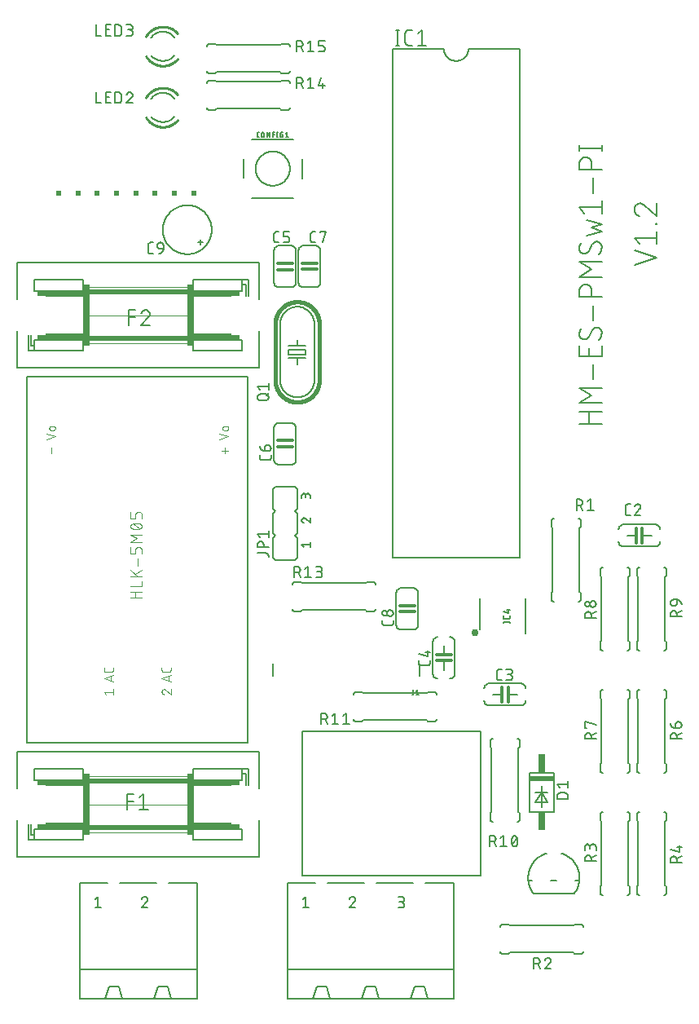
<source format=gbr>
G04 EAGLE Gerber RS-274X export*
G75*
%MOMM*%
%FSLAX34Y34*%
%LPD*%
%INSilkscreen Top*%
%IPPOS*%
%AMOC8*
5,1,8,0,0,1.08239X$1,22.5*%
G01*
%ADD10C,0.203200*%
%ADD11C,0.152400*%
%ADD12C,0.050800*%
%ADD13R,0.635000X1.143000*%
%ADD14R,0.635000X4.064000*%
%ADD15R,10.160000X0.508000*%
%ADD16R,3.937000X0.127000*%
%ADD17R,4.826000X0.508000*%
%ADD18C,0.177800*%
%ADD19C,0.127000*%
%ADD20C,0.101600*%
%ADD21C,0.076200*%
%ADD22R,2.540000X0.508000*%
%ADD23R,0.762000X1.905000*%
%ADD24C,0.762000*%
%ADD25C,0.304800*%
%ADD26C,0.406400*%
%ADD27R,0.508000X0.508000*%
%ADD28C,0.254000*%


D10*
X621284Y572516D02*
X597916Y572516D01*
X608302Y572516D02*
X608302Y585498D01*
X597916Y585498D02*
X621284Y585498D01*
X621284Y594880D02*
X597916Y594880D01*
X610898Y602670D01*
X597916Y610459D01*
X621284Y610459D01*
X612196Y619239D02*
X612196Y634818D01*
X621284Y643528D02*
X621284Y653914D01*
X621284Y643528D02*
X597916Y643528D01*
X597916Y653914D01*
X608302Y651317D02*
X608302Y643528D01*
X621284Y667996D02*
X621282Y668139D01*
X621276Y668282D01*
X621266Y668425D01*
X621252Y668567D01*
X621235Y668709D01*
X621213Y668851D01*
X621188Y668992D01*
X621158Y669132D01*
X621125Y669271D01*
X621088Y669409D01*
X621047Y669546D01*
X621003Y669682D01*
X620954Y669817D01*
X620902Y669950D01*
X620847Y670082D01*
X620787Y670212D01*
X620724Y670341D01*
X620658Y670468D01*
X620588Y670593D01*
X620515Y670715D01*
X620438Y670836D01*
X620358Y670955D01*
X620275Y671071D01*
X620189Y671186D01*
X620100Y671297D01*
X620007Y671407D01*
X619912Y671513D01*
X619813Y671617D01*
X619712Y671718D01*
X619608Y671817D01*
X619502Y671912D01*
X619392Y672005D01*
X619281Y672094D01*
X619166Y672180D01*
X619050Y672263D01*
X618931Y672343D01*
X618810Y672420D01*
X618688Y672493D01*
X618563Y672563D01*
X618436Y672629D01*
X618307Y672692D01*
X618177Y672752D01*
X618045Y672807D01*
X617912Y672859D01*
X617777Y672908D01*
X617641Y672952D01*
X617504Y672993D01*
X617366Y673030D01*
X617227Y673063D01*
X617087Y673093D01*
X616946Y673118D01*
X616804Y673140D01*
X616662Y673157D01*
X616520Y673171D01*
X616377Y673181D01*
X616234Y673187D01*
X616091Y673189D01*
X621284Y667996D02*
X621281Y667734D01*
X621271Y667471D01*
X621256Y667209D01*
X621234Y666948D01*
X621206Y666687D01*
X621171Y666427D01*
X621130Y666167D01*
X621084Y665909D01*
X621031Y665652D01*
X620971Y665396D01*
X620906Y665142D01*
X620835Y664889D01*
X620758Y664639D01*
X620674Y664390D01*
X620585Y664143D01*
X620490Y663898D01*
X620389Y663656D01*
X620282Y663416D01*
X620170Y663179D01*
X620052Y662945D01*
X619928Y662713D01*
X619799Y662485D01*
X619664Y662259D01*
X619524Y662037D01*
X619379Y661818D01*
X619229Y661603D01*
X619073Y661392D01*
X618913Y661184D01*
X618747Y660980D01*
X618577Y660781D01*
X618402Y660585D01*
X618223Y660394D01*
X618038Y660207D01*
X603109Y660856D02*
X602966Y660858D01*
X602823Y660864D01*
X602680Y660874D01*
X602538Y660888D01*
X602396Y660905D01*
X602254Y660927D01*
X602113Y660952D01*
X601973Y660982D01*
X601834Y661015D01*
X601696Y661052D01*
X601559Y661093D01*
X601423Y661137D01*
X601288Y661186D01*
X601155Y661238D01*
X601023Y661293D01*
X600893Y661353D01*
X600764Y661416D01*
X600637Y661482D01*
X600513Y661552D01*
X600390Y661625D01*
X600269Y661702D01*
X600150Y661782D01*
X600034Y661865D01*
X599919Y661951D01*
X599808Y662040D01*
X599698Y662133D01*
X599592Y662228D01*
X599488Y662327D01*
X599387Y662428D01*
X599288Y662532D01*
X599193Y662638D01*
X599100Y662748D01*
X599011Y662859D01*
X598925Y662974D01*
X598842Y663090D01*
X598762Y663209D01*
X598685Y663330D01*
X598612Y663453D01*
X598542Y663577D01*
X598476Y663704D01*
X598413Y663833D01*
X598353Y663963D01*
X598298Y664095D01*
X598246Y664228D01*
X598197Y664363D01*
X598153Y664499D01*
X598112Y664636D01*
X598075Y664774D01*
X598042Y664913D01*
X598012Y665053D01*
X597987Y665194D01*
X597965Y665336D01*
X597948Y665478D01*
X597934Y665620D01*
X597924Y665763D01*
X597918Y665906D01*
X597916Y666049D01*
X597919Y666281D01*
X597927Y666513D01*
X597941Y666745D01*
X597960Y666976D01*
X597985Y667207D01*
X598015Y667437D01*
X598051Y667666D01*
X598092Y667894D01*
X598139Y668122D01*
X598191Y668348D01*
X598249Y668573D01*
X598312Y668796D01*
X598380Y669018D01*
X598453Y669238D01*
X598532Y669456D01*
X598615Y669673D01*
X598704Y669887D01*
X598798Y670099D01*
X598897Y670309D01*
X599001Y670517D01*
X599110Y670721D01*
X599224Y670924D01*
X599343Y671123D01*
X599466Y671320D01*
X599594Y671513D01*
X599726Y671704D01*
X599863Y671891D01*
X607653Y663452D02*
X607578Y663329D01*
X607500Y663208D01*
X607418Y663089D01*
X607334Y662973D01*
X607246Y662859D01*
X607155Y662747D01*
X607061Y662638D01*
X606964Y662531D01*
X606864Y662427D01*
X606762Y662326D01*
X606656Y662227D01*
X606548Y662132D01*
X606438Y662039D01*
X606325Y661950D01*
X606210Y661864D01*
X606092Y661781D01*
X605972Y661701D01*
X605850Y661624D01*
X605726Y661551D01*
X605600Y661481D01*
X605472Y661415D01*
X605342Y661352D01*
X605211Y661293D01*
X605078Y661237D01*
X604943Y661185D01*
X604807Y661137D01*
X604670Y661092D01*
X604532Y661052D01*
X604393Y661015D01*
X604253Y660981D01*
X604112Y660952D01*
X603970Y660927D01*
X603827Y660905D01*
X603684Y660887D01*
X603541Y660874D01*
X603397Y660864D01*
X603253Y660858D01*
X603109Y660856D01*
X611547Y670593D02*
X611622Y670716D01*
X611700Y670837D01*
X611782Y670956D01*
X611866Y671072D01*
X611954Y671186D01*
X612045Y671298D01*
X612139Y671408D01*
X612236Y671514D01*
X612336Y671618D01*
X612438Y671719D01*
X612544Y671818D01*
X612652Y671913D01*
X612762Y672006D01*
X612875Y672095D01*
X612991Y672181D01*
X613108Y672264D01*
X613228Y672344D01*
X613350Y672421D01*
X613474Y672494D01*
X613600Y672564D01*
X613728Y672630D01*
X613858Y672693D01*
X613989Y672752D01*
X614122Y672808D01*
X614257Y672860D01*
X614393Y672908D01*
X614530Y672953D01*
X614668Y672993D01*
X614807Y673030D01*
X614947Y673064D01*
X615088Y673093D01*
X615230Y673118D01*
X615373Y673140D01*
X615516Y673158D01*
X615659Y673171D01*
X615803Y673181D01*
X615947Y673187D01*
X616091Y673189D01*
X611547Y670593D02*
X607653Y663452D01*
X612196Y680483D02*
X612196Y696062D01*
X621284Y704896D02*
X597916Y704896D01*
X597916Y711387D01*
X597918Y711546D01*
X597924Y711705D01*
X597934Y711865D01*
X597947Y712023D01*
X597965Y712182D01*
X597986Y712339D01*
X598012Y712497D01*
X598041Y712653D01*
X598074Y712809D01*
X598111Y712964D01*
X598151Y713118D01*
X598196Y713271D01*
X598244Y713423D01*
X598295Y713574D01*
X598351Y713723D01*
X598410Y713871D01*
X598473Y714017D01*
X598539Y714162D01*
X598609Y714305D01*
X598682Y714447D01*
X598759Y714586D01*
X598839Y714724D01*
X598923Y714860D01*
X599010Y714993D01*
X599100Y715125D01*
X599193Y715254D01*
X599290Y715380D01*
X599389Y715505D01*
X599492Y715627D01*
X599597Y715746D01*
X599706Y715863D01*
X599817Y715977D01*
X599931Y716088D01*
X600048Y716197D01*
X600167Y716302D01*
X600289Y716405D01*
X600414Y716504D01*
X600540Y716601D01*
X600669Y716694D01*
X600801Y716784D01*
X600934Y716871D01*
X601070Y716955D01*
X601208Y717035D01*
X601347Y717112D01*
X601489Y717185D01*
X601632Y717255D01*
X601777Y717321D01*
X601923Y717384D01*
X602071Y717443D01*
X602220Y717499D01*
X602371Y717550D01*
X602523Y717598D01*
X602676Y717643D01*
X602830Y717683D01*
X602985Y717720D01*
X603141Y717753D01*
X603297Y717782D01*
X603455Y717808D01*
X603612Y717829D01*
X603771Y717847D01*
X603929Y717860D01*
X604089Y717870D01*
X604248Y717876D01*
X604407Y717878D01*
X604566Y717876D01*
X604725Y717870D01*
X604885Y717860D01*
X605043Y717847D01*
X605202Y717829D01*
X605359Y717808D01*
X605517Y717782D01*
X605673Y717753D01*
X605829Y717720D01*
X605984Y717683D01*
X606138Y717643D01*
X606291Y717598D01*
X606443Y717550D01*
X606594Y717499D01*
X606743Y717443D01*
X606891Y717384D01*
X607037Y717321D01*
X607182Y717255D01*
X607325Y717185D01*
X607467Y717112D01*
X607606Y717035D01*
X607744Y716955D01*
X607880Y716871D01*
X608013Y716784D01*
X608145Y716694D01*
X608274Y716601D01*
X608400Y716504D01*
X608525Y716405D01*
X608647Y716302D01*
X608766Y716197D01*
X608883Y716088D01*
X608997Y715977D01*
X609108Y715863D01*
X609217Y715746D01*
X609322Y715627D01*
X609425Y715505D01*
X609524Y715380D01*
X609621Y715254D01*
X609714Y715125D01*
X609804Y714993D01*
X609891Y714860D01*
X609975Y714724D01*
X610055Y714586D01*
X610132Y714447D01*
X610205Y714305D01*
X610275Y714162D01*
X610341Y714017D01*
X610404Y713871D01*
X610463Y713723D01*
X610519Y713574D01*
X610570Y713423D01*
X610618Y713271D01*
X610663Y713118D01*
X610703Y712964D01*
X610740Y712809D01*
X610773Y712653D01*
X610802Y712497D01*
X610828Y712339D01*
X610849Y712182D01*
X610867Y712023D01*
X610880Y711865D01*
X610890Y711705D01*
X610896Y711546D01*
X610898Y711387D01*
X610898Y704896D01*
X621284Y725721D02*
X597916Y725721D01*
X610898Y733510D01*
X597916Y741299D01*
X621284Y741299D01*
X621284Y757079D02*
X621282Y757222D01*
X621276Y757365D01*
X621266Y757508D01*
X621252Y757650D01*
X621235Y757792D01*
X621213Y757934D01*
X621188Y758075D01*
X621158Y758215D01*
X621125Y758354D01*
X621088Y758492D01*
X621047Y758629D01*
X621003Y758765D01*
X620954Y758900D01*
X620902Y759033D01*
X620847Y759165D01*
X620787Y759295D01*
X620724Y759424D01*
X620658Y759551D01*
X620588Y759676D01*
X620515Y759798D01*
X620438Y759919D01*
X620358Y760038D01*
X620275Y760154D01*
X620189Y760269D01*
X620100Y760380D01*
X620007Y760490D01*
X619912Y760596D01*
X619813Y760700D01*
X619712Y760801D01*
X619608Y760900D01*
X619502Y760995D01*
X619392Y761088D01*
X619281Y761177D01*
X619166Y761263D01*
X619050Y761346D01*
X618931Y761426D01*
X618810Y761503D01*
X618688Y761576D01*
X618563Y761646D01*
X618436Y761712D01*
X618307Y761775D01*
X618177Y761835D01*
X618045Y761890D01*
X617912Y761942D01*
X617777Y761991D01*
X617641Y762035D01*
X617504Y762076D01*
X617366Y762113D01*
X617227Y762146D01*
X617087Y762176D01*
X616946Y762201D01*
X616804Y762223D01*
X616662Y762240D01*
X616520Y762254D01*
X616377Y762264D01*
X616234Y762270D01*
X616091Y762272D01*
X621284Y757079D02*
X621281Y756817D01*
X621271Y756554D01*
X621256Y756292D01*
X621234Y756031D01*
X621206Y755770D01*
X621171Y755510D01*
X621130Y755250D01*
X621084Y754992D01*
X621031Y754735D01*
X620971Y754479D01*
X620906Y754225D01*
X620835Y753972D01*
X620758Y753722D01*
X620674Y753473D01*
X620585Y753226D01*
X620490Y752981D01*
X620389Y752739D01*
X620282Y752499D01*
X620170Y752262D01*
X620052Y752028D01*
X619928Y751796D01*
X619799Y751568D01*
X619664Y751342D01*
X619524Y751120D01*
X619379Y750901D01*
X619229Y750686D01*
X619073Y750475D01*
X618913Y750267D01*
X618747Y750063D01*
X618577Y749864D01*
X618402Y749668D01*
X618223Y749477D01*
X618038Y749290D01*
X603109Y749939D02*
X602966Y749941D01*
X602823Y749947D01*
X602680Y749957D01*
X602538Y749971D01*
X602396Y749988D01*
X602254Y750010D01*
X602113Y750035D01*
X601973Y750065D01*
X601834Y750098D01*
X601696Y750135D01*
X601559Y750176D01*
X601423Y750220D01*
X601288Y750269D01*
X601155Y750321D01*
X601023Y750376D01*
X600893Y750436D01*
X600764Y750499D01*
X600637Y750565D01*
X600513Y750635D01*
X600390Y750708D01*
X600269Y750785D01*
X600150Y750865D01*
X600034Y750948D01*
X599919Y751034D01*
X599808Y751123D01*
X599698Y751216D01*
X599592Y751311D01*
X599488Y751410D01*
X599387Y751511D01*
X599288Y751615D01*
X599193Y751721D01*
X599100Y751831D01*
X599011Y751942D01*
X598925Y752057D01*
X598842Y752173D01*
X598762Y752292D01*
X598685Y752413D01*
X598612Y752536D01*
X598542Y752660D01*
X598476Y752787D01*
X598413Y752916D01*
X598353Y753046D01*
X598298Y753178D01*
X598246Y753311D01*
X598197Y753446D01*
X598153Y753582D01*
X598112Y753719D01*
X598075Y753857D01*
X598042Y753996D01*
X598012Y754136D01*
X597987Y754277D01*
X597965Y754419D01*
X597948Y754561D01*
X597934Y754703D01*
X597924Y754846D01*
X597918Y754989D01*
X597916Y755132D01*
X597919Y755364D01*
X597927Y755596D01*
X597941Y755828D01*
X597960Y756059D01*
X597985Y756290D01*
X598015Y756520D01*
X598051Y756749D01*
X598092Y756977D01*
X598139Y757205D01*
X598191Y757431D01*
X598249Y757656D01*
X598312Y757879D01*
X598380Y758101D01*
X598453Y758321D01*
X598532Y758539D01*
X598615Y758756D01*
X598704Y758970D01*
X598798Y759182D01*
X598897Y759392D01*
X599001Y759600D01*
X599110Y759804D01*
X599224Y760007D01*
X599343Y760206D01*
X599466Y760403D01*
X599594Y760596D01*
X599726Y760787D01*
X599863Y760974D01*
X607653Y752535D02*
X607578Y752412D01*
X607500Y752291D01*
X607418Y752172D01*
X607334Y752056D01*
X607246Y751942D01*
X607155Y751830D01*
X607061Y751721D01*
X606964Y751614D01*
X606864Y751510D01*
X606762Y751409D01*
X606656Y751310D01*
X606548Y751215D01*
X606438Y751122D01*
X606325Y751033D01*
X606210Y750947D01*
X606092Y750864D01*
X605972Y750784D01*
X605850Y750707D01*
X605726Y750634D01*
X605600Y750564D01*
X605472Y750498D01*
X605342Y750435D01*
X605211Y750376D01*
X605078Y750320D01*
X604943Y750268D01*
X604807Y750220D01*
X604670Y750175D01*
X604532Y750135D01*
X604393Y750098D01*
X604253Y750064D01*
X604112Y750035D01*
X603970Y750010D01*
X603827Y749988D01*
X603684Y749970D01*
X603541Y749957D01*
X603397Y749947D01*
X603253Y749941D01*
X603109Y749939D01*
X611547Y759676D02*
X611622Y759799D01*
X611700Y759920D01*
X611782Y760039D01*
X611866Y760155D01*
X611954Y760269D01*
X612045Y760381D01*
X612139Y760491D01*
X612236Y760597D01*
X612336Y760701D01*
X612438Y760802D01*
X612544Y760901D01*
X612652Y760996D01*
X612762Y761089D01*
X612875Y761178D01*
X612991Y761264D01*
X613108Y761347D01*
X613228Y761427D01*
X613350Y761504D01*
X613474Y761577D01*
X613600Y761647D01*
X613728Y761713D01*
X613858Y761776D01*
X613989Y761835D01*
X614122Y761891D01*
X614257Y761943D01*
X614393Y761991D01*
X614530Y762036D01*
X614668Y762076D01*
X614807Y762113D01*
X614947Y762147D01*
X615088Y762176D01*
X615230Y762201D01*
X615373Y762223D01*
X615516Y762241D01*
X615659Y762254D01*
X615803Y762264D01*
X615947Y762270D01*
X616091Y762272D01*
X611547Y759675D02*
X607653Y752535D01*
X605705Y768870D02*
X621284Y772765D01*
X610898Y776659D01*
X621284Y780554D01*
X605705Y784449D01*
X603109Y791743D02*
X597916Y798234D01*
X621284Y798234D01*
X621284Y791743D02*
X621284Y804725D01*
X612196Y812715D02*
X612196Y828294D01*
X621284Y837128D02*
X597916Y837128D01*
X597916Y843619D01*
X597918Y843778D01*
X597924Y843937D01*
X597934Y844097D01*
X597947Y844255D01*
X597965Y844414D01*
X597986Y844571D01*
X598012Y844729D01*
X598041Y844885D01*
X598074Y845041D01*
X598111Y845196D01*
X598151Y845350D01*
X598196Y845503D01*
X598244Y845655D01*
X598295Y845806D01*
X598351Y845955D01*
X598410Y846103D01*
X598473Y846249D01*
X598539Y846394D01*
X598609Y846537D01*
X598682Y846679D01*
X598759Y846818D01*
X598839Y846956D01*
X598923Y847092D01*
X599010Y847225D01*
X599100Y847357D01*
X599193Y847486D01*
X599290Y847612D01*
X599389Y847737D01*
X599492Y847859D01*
X599597Y847978D01*
X599706Y848095D01*
X599817Y848209D01*
X599931Y848320D01*
X600048Y848429D01*
X600167Y848534D01*
X600289Y848637D01*
X600414Y848736D01*
X600540Y848833D01*
X600669Y848926D01*
X600801Y849016D01*
X600934Y849103D01*
X601070Y849187D01*
X601208Y849267D01*
X601347Y849344D01*
X601489Y849417D01*
X601632Y849487D01*
X601777Y849553D01*
X601923Y849616D01*
X602071Y849675D01*
X602220Y849731D01*
X602371Y849782D01*
X602523Y849830D01*
X602676Y849875D01*
X602830Y849915D01*
X602985Y849952D01*
X603141Y849985D01*
X603297Y850014D01*
X603455Y850040D01*
X603612Y850061D01*
X603771Y850079D01*
X603929Y850092D01*
X604089Y850102D01*
X604248Y850108D01*
X604407Y850110D01*
X604566Y850108D01*
X604725Y850102D01*
X604885Y850092D01*
X605043Y850079D01*
X605202Y850061D01*
X605359Y850040D01*
X605517Y850014D01*
X605673Y849985D01*
X605829Y849952D01*
X605984Y849915D01*
X606138Y849875D01*
X606291Y849830D01*
X606443Y849782D01*
X606594Y849731D01*
X606743Y849675D01*
X606891Y849616D01*
X607037Y849553D01*
X607182Y849487D01*
X607325Y849417D01*
X607467Y849344D01*
X607606Y849267D01*
X607744Y849187D01*
X607880Y849103D01*
X608013Y849016D01*
X608145Y848926D01*
X608274Y848833D01*
X608400Y848736D01*
X608525Y848637D01*
X608647Y848534D01*
X608766Y848429D01*
X608883Y848320D01*
X608997Y848209D01*
X609108Y848095D01*
X609217Y847978D01*
X609322Y847859D01*
X609425Y847737D01*
X609524Y847612D01*
X609621Y847486D01*
X609714Y847357D01*
X609804Y847225D01*
X609891Y847092D01*
X609975Y846956D01*
X610055Y846818D01*
X610132Y846679D01*
X610205Y846537D01*
X610275Y846394D01*
X610341Y846249D01*
X610404Y846103D01*
X610463Y845955D01*
X610519Y845806D01*
X610570Y845655D01*
X610618Y845503D01*
X610663Y845350D01*
X610703Y845196D01*
X610740Y845041D01*
X610773Y844885D01*
X610802Y844729D01*
X610828Y844571D01*
X610849Y844414D01*
X610867Y844255D01*
X610880Y844097D01*
X610890Y843937D01*
X610896Y843778D01*
X610898Y843619D01*
X610898Y837128D01*
X621284Y859478D02*
X597916Y859478D01*
X621284Y856882D02*
X621284Y862075D01*
X597916Y862075D02*
X597916Y856882D01*
X655066Y737616D02*
X678434Y745405D01*
X655066Y753195D01*
X660259Y759793D02*
X655066Y766284D01*
X678434Y766284D01*
X678434Y759793D02*
X678434Y772775D01*
X678434Y780250D02*
X677136Y780250D01*
X677136Y781548D01*
X678434Y781548D01*
X678434Y780250D01*
X660908Y802005D02*
X660758Y802003D01*
X660607Y801997D01*
X660457Y801988D01*
X660307Y801974D01*
X660158Y801957D01*
X660009Y801935D01*
X659861Y801910D01*
X659713Y801881D01*
X659566Y801849D01*
X659420Y801812D01*
X659275Y801772D01*
X659131Y801728D01*
X658989Y801681D01*
X658847Y801629D01*
X658707Y801575D01*
X658569Y801516D01*
X658431Y801454D01*
X658296Y801389D01*
X658162Y801320D01*
X658031Y801247D01*
X657901Y801171D01*
X657773Y801092D01*
X657647Y801010D01*
X657523Y800924D01*
X657402Y800836D01*
X657282Y800744D01*
X657166Y800649D01*
X657051Y800551D01*
X656940Y800450D01*
X656831Y800347D01*
X656724Y800240D01*
X656621Y800131D01*
X656520Y800020D01*
X656422Y799905D01*
X656327Y799789D01*
X656235Y799669D01*
X656147Y799548D01*
X656061Y799424D01*
X655979Y799298D01*
X655900Y799170D01*
X655824Y799040D01*
X655751Y798909D01*
X655682Y798775D01*
X655617Y798640D01*
X655555Y798502D01*
X655496Y798364D01*
X655442Y798224D01*
X655390Y798082D01*
X655343Y797940D01*
X655299Y797796D01*
X655259Y797651D01*
X655222Y797505D01*
X655190Y797358D01*
X655161Y797210D01*
X655136Y797062D01*
X655114Y796913D01*
X655097Y796764D01*
X655083Y796614D01*
X655074Y796464D01*
X655068Y796313D01*
X655066Y796163D01*
X655068Y795982D01*
X655075Y795800D01*
X655086Y795619D01*
X655101Y795438D01*
X655121Y795258D01*
X655145Y795078D01*
X655173Y794899D01*
X655206Y794720D01*
X655243Y794542D01*
X655284Y794366D01*
X655330Y794190D01*
X655380Y794015D01*
X655434Y793842D01*
X655492Y793670D01*
X655554Y793500D01*
X655621Y793331D01*
X655691Y793164D01*
X655766Y792998D01*
X655844Y792834D01*
X655927Y792673D01*
X656013Y792513D01*
X656103Y792356D01*
X656197Y792200D01*
X656295Y792047D01*
X656396Y791897D01*
X656501Y791749D01*
X656610Y791603D01*
X656722Y791460D01*
X656837Y791320D01*
X656956Y791183D01*
X657078Y791049D01*
X657204Y790918D01*
X657332Y790789D01*
X657463Y790664D01*
X657598Y790542D01*
X657735Y790424D01*
X657875Y790308D01*
X658018Y790197D01*
X658164Y790088D01*
X658312Y789983D01*
X658463Y789882D01*
X658616Y789785D01*
X658771Y789691D01*
X658929Y789601D01*
X659089Y789515D01*
X659251Y789432D01*
X659414Y789354D01*
X659580Y789280D01*
X659747Y789210D01*
X659916Y789143D01*
X660087Y789081D01*
X660259Y789023D01*
X665452Y800059D02*
X665344Y800169D01*
X665234Y800276D01*
X665121Y800381D01*
X665006Y800483D01*
X664888Y800582D01*
X664768Y800678D01*
X664645Y800772D01*
X664521Y800862D01*
X664394Y800949D01*
X664265Y801033D01*
X664133Y801114D01*
X664000Y801191D01*
X663865Y801265D01*
X663729Y801336D01*
X663590Y801404D01*
X663450Y801468D01*
X663309Y801529D01*
X663166Y801586D01*
X663022Y801639D01*
X662876Y801689D01*
X662729Y801736D01*
X662581Y801779D01*
X662432Y801818D01*
X662283Y801854D01*
X662132Y801885D01*
X661981Y801914D01*
X661829Y801938D01*
X661676Y801959D01*
X661523Y801976D01*
X661370Y801989D01*
X661216Y801998D01*
X661062Y802004D01*
X660908Y802006D01*
X665452Y800058D02*
X678434Y789023D01*
X678434Y802005D01*
D11*
X265430Y123190D02*
X13970Y123190D01*
X13970Y232410D02*
X265430Y232410D01*
D12*
X190500Y148590D02*
X88900Y148590D01*
X88900Y207010D02*
X190500Y207010D01*
D11*
X82550Y214630D02*
X31750Y214630D01*
X31750Y146050D02*
X31750Y140970D01*
X31750Y152400D02*
X82550Y152400D01*
X31750Y203200D02*
X31750Y214630D01*
X31750Y203200D02*
X82550Y203200D01*
X82550Y140970D02*
X31750Y140970D01*
X82550Y140970D02*
X82550Y152400D01*
X31750Y140970D02*
X25400Y140970D01*
X25400Y157480D01*
X27940Y157480D02*
X27940Y146050D01*
X31750Y146050D01*
X31750Y152400D01*
X82550Y203200D02*
X82550Y214630D01*
X196850Y140970D02*
X247650Y140970D01*
X247650Y209550D02*
X247650Y214630D01*
X247650Y203200D02*
X196850Y203200D01*
X247650Y152400D02*
X247650Y140970D01*
X247650Y152400D02*
X196850Y152400D01*
X196850Y214630D02*
X247650Y214630D01*
X196850Y214630D02*
X196850Y203200D01*
X247650Y214630D02*
X254000Y214630D01*
X254000Y198120D01*
X251460Y198120D02*
X251460Y209550D01*
X247650Y209550D01*
X247650Y203200D01*
X196850Y152400D02*
X196850Y140970D01*
D12*
X191770Y177800D02*
X87630Y177800D01*
D11*
X265430Y194310D02*
X265430Y232410D01*
X265430Y161290D02*
X265430Y123190D01*
X13970Y194310D02*
X13970Y232410D01*
X13970Y161290D02*
X13970Y123190D01*
D13*
X85725Y151765D03*
X85725Y203835D03*
D14*
X85725Y177800D03*
D13*
X193675Y203835D03*
X193675Y151765D03*
D14*
X193675Y177800D03*
D15*
X139700Y201930D03*
X139700Y153670D03*
D16*
X216535Y158115D03*
X216535Y197485D03*
X62865Y197485D03*
X62865Y158115D03*
D17*
X58420Y154940D03*
X58420Y200660D03*
X220980Y200660D03*
X220980Y154940D03*
D18*
X127889Y172339D02*
X127889Y188341D01*
X135001Y188341D01*
X135001Y181229D02*
X127889Y181229D01*
X140882Y184785D02*
X145327Y188341D01*
X145327Y172339D01*
X140882Y172339D02*
X149772Y172339D01*
D11*
X265430Y740410D02*
X13970Y740410D01*
X13970Y631190D02*
X265430Y631190D01*
D12*
X190500Y715010D02*
X88900Y715010D01*
X88900Y656590D02*
X190500Y656590D01*
D11*
X196850Y648970D02*
X247650Y648970D01*
X247650Y717550D02*
X247650Y722630D01*
X247650Y711200D02*
X196850Y711200D01*
X247650Y660400D02*
X247650Y648970D01*
X247650Y660400D02*
X196850Y660400D01*
X196850Y722630D02*
X247650Y722630D01*
X196850Y722630D02*
X196850Y711200D01*
X247650Y722630D02*
X254000Y722630D01*
X254000Y706120D01*
X251460Y706120D02*
X251460Y717550D01*
X247650Y717550D01*
X247650Y711200D01*
X196850Y660400D02*
X196850Y648970D01*
X82550Y722630D02*
X31750Y722630D01*
X31750Y654050D02*
X31750Y648970D01*
X31750Y660400D02*
X82550Y660400D01*
X31750Y711200D02*
X31750Y722630D01*
X31750Y711200D02*
X82550Y711200D01*
X82550Y648970D02*
X31750Y648970D01*
X82550Y648970D02*
X82550Y660400D01*
X31750Y648970D02*
X25400Y648970D01*
X25400Y665480D01*
X27940Y665480D02*
X27940Y654050D01*
X31750Y654050D01*
X31750Y660400D01*
X82550Y711200D02*
X82550Y722630D01*
D12*
X87630Y685800D02*
X191770Y685800D01*
D11*
X13970Y669290D02*
X13970Y631190D01*
X13970Y702310D02*
X13970Y740410D01*
X265430Y669290D02*
X265430Y631190D01*
X265430Y702310D02*
X265430Y740410D01*
D13*
X193675Y711835D03*
X193675Y659765D03*
D14*
X193675Y685800D03*
D13*
X85725Y659765D03*
X85725Y711835D03*
D14*
X85725Y685800D03*
D15*
X139700Y661670D03*
X139700Y709930D03*
D16*
X62865Y705485D03*
X62865Y666115D03*
X216535Y666115D03*
X216535Y705485D03*
D17*
X220980Y708660D03*
X220980Y662940D03*
X58420Y662940D03*
X58420Y708660D03*
D18*
X129628Y691261D02*
X129628Y675259D01*
X129628Y691261D02*
X136740Y691261D01*
X136740Y684149D02*
X129628Y684149D01*
X147511Y691262D02*
X147637Y691260D01*
X147762Y691254D01*
X147888Y691244D01*
X148012Y691230D01*
X148137Y691213D01*
X148261Y691191D01*
X148384Y691166D01*
X148506Y691136D01*
X148627Y691103D01*
X148747Y691066D01*
X148866Y691025D01*
X148984Y690981D01*
X149100Y690933D01*
X149215Y690881D01*
X149327Y690826D01*
X149438Y690767D01*
X149548Y690705D01*
X149655Y690639D01*
X149760Y690570D01*
X149863Y690498D01*
X149963Y690422D01*
X150061Y690344D01*
X150157Y690262D01*
X150250Y690178D01*
X150340Y690090D01*
X150428Y690000D01*
X150512Y689907D01*
X150594Y689811D01*
X150672Y689713D01*
X150748Y689613D01*
X150820Y689510D01*
X150889Y689405D01*
X150955Y689298D01*
X151017Y689188D01*
X151076Y689077D01*
X151131Y688965D01*
X151183Y688850D01*
X151231Y688734D01*
X151275Y688616D01*
X151316Y688497D01*
X151353Y688377D01*
X151386Y688256D01*
X151416Y688134D01*
X151441Y688011D01*
X151463Y687887D01*
X151480Y687762D01*
X151494Y687638D01*
X151504Y687512D01*
X151510Y687387D01*
X151512Y687261D01*
X147511Y691261D02*
X147370Y691259D01*
X147230Y691253D01*
X147090Y691244D01*
X146950Y691230D01*
X146811Y691213D01*
X146672Y691192D01*
X146533Y691167D01*
X146396Y691139D01*
X146259Y691106D01*
X146123Y691070D01*
X145988Y691030D01*
X145855Y690987D01*
X145722Y690940D01*
X145591Y690889D01*
X145462Y690835D01*
X145334Y690777D01*
X145207Y690716D01*
X145082Y690651D01*
X144960Y690583D01*
X144839Y690512D01*
X144719Y690437D01*
X144603Y690359D01*
X144488Y690278D01*
X144375Y690194D01*
X144265Y690106D01*
X144157Y690016D01*
X144052Y689923D01*
X143950Y689827D01*
X143850Y689728D01*
X143752Y689627D01*
X143658Y689523D01*
X143566Y689416D01*
X143478Y689307D01*
X143392Y689196D01*
X143310Y689082D01*
X143230Y688966D01*
X143154Y688848D01*
X143081Y688728D01*
X143012Y688606D01*
X142945Y688482D01*
X142882Y688356D01*
X142823Y688229D01*
X142767Y688100D01*
X142715Y687970D01*
X142666Y687838D01*
X142621Y687705D01*
X150177Y684149D02*
X150269Y684240D01*
X150359Y684333D01*
X150445Y684428D01*
X150529Y684526D01*
X150609Y684627D01*
X150687Y684730D01*
X150761Y684835D01*
X150832Y684943D01*
X150900Y685052D01*
X150964Y685164D01*
X151026Y685277D01*
X151083Y685392D01*
X151138Y685509D01*
X151189Y685628D01*
X151236Y685748D01*
X151279Y685869D01*
X151319Y685991D01*
X151355Y686115D01*
X151388Y686240D01*
X151417Y686365D01*
X151442Y686492D01*
X151463Y686619D01*
X151480Y686747D01*
X151494Y686875D01*
X151503Y687003D01*
X151509Y687132D01*
X151511Y687261D01*
X150178Y684149D02*
X142621Y675259D01*
X151511Y675259D01*
D19*
X253700Y241800D02*
X23700Y241800D01*
X253700Y241800D02*
X253700Y621800D01*
X23700Y621800D01*
X23700Y241800D01*
D20*
X131508Y392308D02*
X143192Y392308D01*
X136701Y392308D02*
X136701Y398799D01*
X131508Y398799D02*
X143192Y398799D01*
X143192Y404523D02*
X131508Y404523D01*
X143192Y404523D02*
X143192Y409715D01*
X143192Y414575D02*
X131508Y414575D01*
X131508Y421066D02*
X138648Y414575D01*
X136052Y417172D02*
X143192Y421066D01*
X138648Y425568D02*
X138648Y433357D01*
X143192Y438409D02*
X143192Y442304D01*
X143190Y442403D01*
X143184Y442503D01*
X143175Y442602D01*
X143162Y442700D01*
X143145Y442798D01*
X143124Y442896D01*
X143099Y442992D01*
X143071Y443087D01*
X143039Y443181D01*
X143004Y443274D01*
X142965Y443366D01*
X142922Y443456D01*
X142877Y443544D01*
X142827Y443631D01*
X142775Y443715D01*
X142719Y443798D01*
X142661Y443878D01*
X142599Y443956D01*
X142534Y444031D01*
X142466Y444104D01*
X142396Y444174D01*
X142323Y444242D01*
X142248Y444307D01*
X142170Y444369D01*
X142090Y444427D01*
X142007Y444483D01*
X141923Y444535D01*
X141836Y444585D01*
X141748Y444630D01*
X141658Y444673D01*
X141566Y444712D01*
X141473Y444747D01*
X141379Y444779D01*
X141284Y444807D01*
X141188Y444832D01*
X141090Y444853D01*
X140992Y444870D01*
X140894Y444883D01*
X140795Y444892D01*
X140695Y444898D01*
X140596Y444900D01*
X139297Y444900D01*
X139198Y444898D01*
X139098Y444892D01*
X138999Y444883D01*
X138901Y444870D01*
X138803Y444853D01*
X138705Y444832D01*
X138609Y444807D01*
X138514Y444779D01*
X138420Y444747D01*
X138327Y444712D01*
X138235Y444673D01*
X138145Y444630D01*
X138057Y444585D01*
X137970Y444535D01*
X137886Y444483D01*
X137803Y444427D01*
X137723Y444369D01*
X137645Y444307D01*
X137570Y444242D01*
X137497Y444174D01*
X137427Y444104D01*
X137359Y444031D01*
X137294Y443956D01*
X137232Y443878D01*
X137174Y443798D01*
X137118Y443715D01*
X137066Y443631D01*
X137016Y443544D01*
X136971Y443456D01*
X136928Y443366D01*
X136889Y443274D01*
X136854Y443181D01*
X136822Y443087D01*
X136794Y442992D01*
X136769Y442896D01*
X136748Y442798D01*
X136731Y442700D01*
X136718Y442602D01*
X136709Y442503D01*
X136703Y442403D01*
X136701Y442304D01*
X136701Y438409D01*
X131508Y438409D01*
X131508Y444900D01*
X131508Y450333D02*
X143192Y450333D01*
X137999Y454227D02*
X131508Y450333D01*
X137999Y454227D02*
X131508Y458122D01*
X143192Y458122D01*
X137350Y463555D02*
X137120Y463558D01*
X136890Y463566D01*
X136661Y463580D01*
X136432Y463599D01*
X136203Y463624D01*
X135975Y463654D01*
X135748Y463689D01*
X135522Y463730D01*
X135297Y463776D01*
X135073Y463828D01*
X134850Y463885D01*
X134629Y463947D01*
X134409Y464015D01*
X134191Y464088D01*
X133975Y464166D01*
X133761Y464249D01*
X133549Y464337D01*
X133338Y464430D01*
X133131Y464529D01*
X133131Y464528D02*
X133041Y464561D01*
X132952Y464597D01*
X132864Y464637D01*
X132779Y464681D01*
X132695Y464728D01*
X132613Y464778D01*
X132533Y464832D01*
X132456Y464888D01*
X132380Y464948D01*
X132307Y465011D01*
X132237Y465076D01*
X132169Y465145D01*
X132105Y465216D01*
X132043Y465289D01*
X131984Y465365D01*
X131928Y465443D01*
X131875Y465524D01*
X131826Y465606D01*
X131780Y465690D01*
X131737Y465777D01*
X131698Y465864D01*
X131662Y465954D01*
X131630Y466044D01*
X131602Y466136D01*
X131577Y466229D01*
X131556Y466323D01*
X131539Y466417D01*
X131525Y466512D01*
X131516Y466608D01*
X131510Y466704D01*
X131508Y466800D01*
X131510Y466896D01*
X131516Y466992D01*
X131525Y467088D01*
X131539Y467183D01*
X131556Y467277D01*
X131577Y467371D01*
X131602Y467464D01*
X131630Y467556D01*
X131662Y467646D01*
X131698Y467736D01*
X131737Y467824D01*
X131780Y467910D01*
X131826Y467994D01*
X131875Y468076D01*
X131928Y468157D01*
X131984Y468235D01*
X132043Y468311D01*
X132105Y468384D01*
X132169Y468455D01*
X132237Y468524D01*
X132307Y468589D01*
X132380Y468652D01*
X132456Y468712D01*
X132533Y468768D01*
X132613Y468822D01*
X132695Y468872D01*
X132779Y468919D01*
X132864Y468963D01*
X132952Y469003D01*
X133041Y469039D01*
X133131Y469072D01*
X133338Y469171D01*
X133549Y469264D01*
X133761Y469352D01*
X133975Y469435D01*
X134191Y469513D01*
X134409Y469586D01*
X134629Y469654D01*
X134850Y469716D01*
X135073Y469773D01*
X135297Y469825D01*
X135522Y469871D01*
X135748Y469912D01*
X135975Y469947D01*
X136203Y469977D01*
X136432Y470002D01*
X136661Y470021D01*
X136890Y470035D01*
X137120Y470043D01*
X137350Y470046D01*
X137350Y463555D02*
X137580Y463558D01*
X137810Y463566D01*
X138039Y463580D01*
X138268Y463599D01*
X138497Y463624D01*
X138725Y463654D01*
X138952Y463689D01*
X139178Y463730D01*
X139403Y463776D01*
X139627Y463828D01*
X139850Y463885D01*
X140071Y463947D01*
X140291Y464015D01*
X140509Y464088D01*
X140725Y464166D01*
X140939Y464249D01*
X141151Y464337D01*
X141362Y464430D01*
X141569Y464529D01*
X141569Y464528D02*
X141659Y464561D01*
X141748Y464597D01*
X141836Y464638D01*
X141921Y464681D01*
X142005Y464728D01*
X142087Y464778D01*
X142167Y464832D01*
X142244Y464888D01*
X142320Y464948D01*
X142393Y465011D01*
X142463Y465076D01*
X142531Y465145D01*
X142595Y465216D01*
X142657Y465289D01*
X142716Y465365D01*
X142772Y465443D01*
X142825Y465524D01*
X142874Y465606D01*
X142920Y465690D01*
X142963Y465777D01*
X143002Y465864D01*
X143038Y465954D01*
X143070Y466044D01*
X143098Y466136D01*
X143123Y466229D01*
X143144Y466323D01*
X143161Y466417D01*
X143175Y466512D01*
X143184Y466608D01*
X143190Y466704D01*
X143192Y466800D01*
X141569Y469072D02*
X141362Y469171D01*
X141151Y469264D01*
X140939Y469352D01*
X140725Y469435D01*
X140509Y469513D01*
X140291Y469586D01*
X140071Y469654D01*
X139850Y469716D01*
X139627Y469773D01*
X139403Y469825D01*
X139178Y469871D01*
X138952Y469912D01*
X138725Y469947D01*
X138497Y469977D01*
X138268Y470002D01*
X138039Y470021D01*
X137810Y470035D01*
X137580Y470043D01*
X137350Y470046D01*
X141569Y469072D02*
X141659Y469039D01*
X141748Y469003D01*
X141836Y468963D01*
X141921Y468919D01*
X142005Y468872D01*
X142087Y468822D01*
X142167Y468768D01*
X142244Y468712D01*
X142320Y468652D01*
X142393Y468589D01*
X142463Y468524D01*
X142531Y468455D01*
X142595Y468384D01*
X142657Y468311D01*
X142716Y468235D01*
X142772Y468157D01*
X142825Y468076D01*
X142874Y467994D01*
X142920Y467910D01*
X142963Y467823D01*
X143002Y467736D01*
X143038Y467646D01*
X143070Y467556D01*
X143098Y467464D01*
X143123Y467371D01*
X143144Y467277D01*
X143161Y467183D01*
X143175Y467088D01*
X143184Y466992D01*
X143190Y466896D01*
X143192Y466800D01*
X140596Y464204D02*
X134104Y469397D01*
X143192Y474985D02*
X143192Y478880D01*
X143190Y478979D01*
X143184Y479079D01*
X143175Y479178D01*
X143162Y479276D01*
X143145Y479374D01*
X143124Y479472D01*
X143099Y479568D01*
X143071Y479663D01*
X143039Y479757D01*
X143004Y479850D01*
X142965Y479942D01*
X142922Y480032D01*
X142877Y480120D01*
X142827Y480207D01*
X142775Y480291D01*
X142719Y480374D01*
X142661Y480454D01*
X142599Y480532D01*
X142534Y480607D01*
X142466Y480680D01*
X142396Y480750D01*
X142323Y480818D01*
X142248Y480883D01*
X142170Y480945D01*
X142090Y481003D01*
X142007Y481059D01*
X141923Y481111D01*
X141836Y481161D01*
X141748Y481206D01*
X141658Y481249D01*
X141566Y481288D01*
X141473Y481323D01*
X141379Y481355D01*
X141284Y481383D01*
X141188Y481408D01*
X141090Y481429D01*
X140992Y481446D01*
X140894Y481459D01*
X140795Y481468D01*
X140695Y481474D01*
X140596Y481476D01*
X139297Y481476D01*
X139198Y481474D01*
X139098Y481468D01*
X138999Y481459D01*
X138901Y481446D01*
X138803Y481429D01*
X138705Y481408D01*
X138609Y481383D01*
X138514Y481355D01*
X138420Y481323D01*
X138327Y481288D01*
X138235Y481249D01*
X138145Y481206D01*
X138057Y481161D01*
X137970Y481111D01*
X137886Y481059D01*
X137803Y481003D01*
X137723Y480945D01*
X137645Y480883D01*
X137570Y480818D01*
X137497Y480750D01*
X137427Y480680D01*
X137359Y480607D01*
X137294Y480532D01*
X137232Y480454D01*
X137174Y480374D01*
X137118Y480291D01*
X137066Y480207D01*
X137016Y480120D01*
X136971Y480032D01*
X136928Y479942D01*
X136889Y479850D01*
X136854Y479757D01*
X136822Y479663D01*
X136794Y479568D01*
X136769Y479472D01*
X136748Y479374D01*
X136731Y479276D01*
X136718Y479178D01*
X136709Y479079D01*
X136703Y478979D01*
X136701Y478880D01*
X136701Y474985D01*
X131508Y474985D01*
X131508Y481476D01*
D21*
X103921Y294792D02*
X106009Y292181D01*
X103921Y294792D02*
X113319Y294792D01*
X113319Y297402D02*
X113319Y292181D01*
X113319Y305680D02*
X103921Y308812D01*
X113319Y311945D01*
X110970Y311162D02*
X110970Y306463D01*
X113319Y317408D02*
X113319Y319497D01*
X113319Y317408D02*
X113317Y317319D01*
X113311Y317231D01*
X113302Y317143D01*
X113289Y317055D01*
X113272Y316968D01*
X113252Y316882D01*
X113227Y316797D01*
X113200Y316712D01*
X113168Y316629D01*
X113134Y316548D01*
X113095Y316468D01*
X113054Y316390D01*
X113009Y316313D01*
X112961Y316239D01*
X112910Y316166D01*
X112856Y316096D01*
X112798Y316029D01*
X112738Y315963D01*
X112676Y315901D01*
X112610Y315841D01*
X112543Y315783D01*
X112473Y315729D01*
X112400Y315678D01*
X112326Y315630D01*
X112249Y315585D01*
X112171Y315544D01*
X112091Y315505D01*
X112010Y315471D01*
X111927Y315439D01*
X111842Y315412D01*
X111757Y315387D01*
X111671Y315367D01*
X111584Y315350D01*
X111496Y315337D01*
X111408Y315328D01*
X111320Y315322D01*
X111231Y315320D01*
X106009Y315320D01*
X106009Y315319D02*
X105918Y315321D01*
X105827Y315327D01*
X105736Y315337D01*
X105646Y315351D01*
X105557Y315369D01*
X105468Y315390D01*
X105381Y315416D01*
X105295Y315445D01*
X105210Y315478D01*
X105126Y315515D01*
X105044Y315555D01*
X104965Y315599D01*
X104887Y315646D01*
X104811Y315697D01*
X104737Y315751D01*
X104666Y315808D01*
X104598Y315868D01*
X104532Y315931D01*
X104469Y315997D01*
X104409Y316065D01*
X104352Y316136D01*
X104298Y316210D01*
X104247Y316286D01*
X104200Y316363D01*
X104156Y316443D01*
X104116Y316525D01*
X104079Y316609D01*
X104046Y316693D01*
X104017Y316780D01*
X103991Y316867D01*
X103970Y316956D01*
X103952Y317045D01*
X103938Y317135D01*
X103928Y317226D01*
X103922Y317317D01*
X103920Y317408D01*
X103921Y317408D02*
X103921Y319497D01*
X163921Y295053D02*
X163923Y295148D01*
X163929Y295242D01*
X163938Y295336D01*
X163951Y295430D01*
X163968Y295523D01*
X163989Y295615D01*
X164014Y295707D01*
X164042Y295797D01*
X164074Y295886D01*
X164109Y295974D01*
X164148Y296060D01*
X164190Y296145D01*
X164236Y296228D01*
X164285Y296309D01*
X164337Y296388D01*
X164392Y296465D01*
X164451Y296539D01*
X164512Y296611D01*
X164576Y296681D01*
X164643Y296748D01*
X164713Y296812D01*
X164785Y296873D01*
X164859Y296932D01*
X164936Y296987D01*
X165015Y297039D01*
X165096Y297088D01*
X165179Y297134D01*
X165264Y297176D01*
X165350Y297215D01*
X165438Y297250D01*
X165527Y297282D01*
X165617Y297310D01*
X165709Y297335D01*
X165801Y297356D01*
X165894Y297373D01*
X165988Y297386D01*
X166082Y297395D01*
X166176Y297401D01*
X166271Y297403D01*
X163921Y295053D02*
X163923Y294945D01*
X163929Y294836D01*
X163939Y294728D01*
X163952Y294621D01*
X163970Y294514D01*
X163991Y294407D01*
X164016Y294302D01*
X164045Y294197D01*
X164077Y294094D01*
X164114Y293992D01*
X164154Y293891D01*
X164197Y293792D01*
X164244Y293694D01*
X164295Y293598D01*
X164349Y293504D01*
X164406Y293412D01*
X164467Y293322D01*
X164531Y293234D01*
X164597Y293149D01*
X164667Y293066D01*
X164740Y292986D01*
X164816Y292908D01*
X164894Y292833D01*
X164975Y292761D01*
X165059Y292692D01*
X165145Y292626D01*
X165233Y292563D01*
X165324Y292504D01*
X165416Y292447D01*
X165511Y292394D01*
X165608Y292345D01*
X165706Y292299D01*
X165805Y292256D01*
X165907Y292217D01*
X166009Y292182D01*
X168099Y296620D02*
X168030Y296689D01*
X167959Y296755D01*
X167886Y296819D01*
X167810Y296880D01*
X167731Y296938D01*
X167651Y296992D01*
X167568Y297044D01*
X167484Y297092D01*
X167398Y297138D01*
X167310Y297179D01*
X167220Y297218D01*
X167129Y297253D01*
X167037Y297284D01*
X166944Y297312D01*
X166850Y297336D01*
X166755Y297356D01*
X166659Y297373D01*
X166562Y297386D01*
X166465Y297395D01*
X166368Y297401D01*
X166271Y297403D01*
X168098Y296619D02*
X173319Y292181D01*
X173319Y297402D01*
X173319Y305680D02*
X163921Y308812D01*
X173319Y311945D01*
X170970Y311162D02*
X170970Y306463D01*
X173319Y317408D02*
X173319Y319497D01*
X173319Y317408D02*
X173317Y317319D01*
X173311Y317231D01*
X173302Y317143D01*
X173289Y317055D01*
X173272Y316968D01*
X173252Y316882D01*
X173227Y316797D01*
X173200Y316712D01*
X173168Y316629D01*
X173134Y316548D01*
X173095Y316468D01*
X173054Y316390D01*
X173009Y316313D01*
X172961Y316239D01*
X172910Y316166D01*
X172856Y316096D01*
X172798Y316029D01*
X172738Y315963D01*
X172676Y315901D01*
X172610Y315841D01*
X172543Y315783D01*
X172473Y315729D01*
X172400Y315678D01*
X172326Y315630D01*
X172249Y315585D01*
X172171Y315544D01*
X172091Y315505D01*
X172010Y315471D01*
X171927Y315439D01*
X171842Y315412D01*
X171757Y315387D01*
X171671Y315367D01*
X171584Y315350D01*
X171496Y315337D01*
X171408Y315328D01*
X171320Y315322D01*
X171231Y315320D01*
X166009Y315320D01*
X166009Y315319D02*
X165918Y315321D01*
X165827Y315327D01*
X165736Y315337D01*
X165646Y315351D01*
X165557Y315369D01*
X165468Y315390D01*
X165381Y315416D01*
X165295Y315445D01*
X165210Y315478D01*
X165126Y315515D01*
X165044Y315555D01*
X164965Y315599D01*
X164887Y315646D01*
X164811Y315697D01*
X164737Y315751D01*
X164666Y315808D01*
X164598Y315868D01*
X164532Y315931D01*
X164469Y315997D01*
X164409Y316065D01*
X164352Y316136D01*
X164298Y316210D01*
X164247Y316286D01*
X164200Y316363D01*
X164156Y316443D01*
X164116Y316525D01*
X164079Y316609D01*
X164046Y316693D01*
X164017Y316780D01*
X163991Y316867D01*
X163970Y316956D01*
X163952Y317045D01*
X163938Y317135D01*
X163928Y317226D01*
X163922Y317317D01*
X163920Y317408D01*
X163921Y317408D02*
X163921Y319497D01*
X49664Y542181D02*
X49664Y548446D01*
X43921Y556811D02*
X53319Y559944D01*
X43921Y563077D01*
X49142Y566390D02*
X51231Y566390D01*
X49142Y566390D02*
X49052Y566392D01*
X48963Y566398D01*
X48873Y566407D01*
X48784Y566421D01*
X48696Y566438D01*
X48609Y566459D01*
X48522Y566484D01*
X48437Y566513D01*
X48353Y566545D01*
X48271Y566580D01*
X48190Y566620D01*
X48111Y566662D01*
X48034Y566708D01*
X47959Y566758D01*
X47886Y566810D01*
X47815Y566866D01*
X47747Y566924D01*
X47682Y566986D01*
X47619Y567050D01*
X47559Y567117D01*
X47502Y567186D01*
X47448Y567258D01*
X47397Y567332D01*
X47349Y567408D01*
X47305Y567486D01*
X47264Y567566D01*
X47226Y567648D01*
X47192Y567731D01*
X47162Y567816D01*
X47135Y567902D01*
X47112Y567988D01*
X47093Y568076D01*
X47078Y568165D01*
X47066Y568254D01*
X47058Y568343D01*
X47054Y568433D01*
X47054Y568523D01*
X47058Y568613D01*
X47066Y568702D01*
X47078Y568791D01*
X47093Y568880D01*
X47112Y568968D01*
X47135Y569054D01*
X47162Y569140D01*
X47192Y569225D01*
X47226Y569308D01*
X47264Y569390D01*
X47305Y569470D01*
X47349Y569548D01*
X47397Y569624D01*
X47448Y569698D01*
X47502Y569770D01*
X47559Y569839D01*
X47619Y569906D01*
X47682Y569970D01*
X47747Y570032D01*
X47815Y570090D01*
X47886Y570146D01*
X47959Y570198D01*
X48034Y570248D01*
X48111Y570294D01*
X48190Y570336D01*
X48271Y570376D01*
X48353Y570411D01*
X48437Y570443D01*
X48522Y570472D01*
X48609Y570497D01*
X48696Y570518D01*
X48784Y570535D01*
X48873Y570549D01*
X48963Y570558D01*
X49052Y570564D01*
X49142Y570566D01*
X49142Y570567D02*
X51231Y570567D01*
X51231Y570566D02*
X51321Y570564D01*
X51410Y570558D01*
X51500Y570549D01*
X51589Y570535D01*
X51677Y570518D01*
X51764Y570497D01*
X51851Y570472D01*
X51936Y570443D01*
X52020Y570411D01*
X52102Y570376D01*
X52183Y570336D01*
X52262Y570294D01*
X52339Y570248D01*
X52414Y570198D01*
X52487Y570146D01*
X52558Y570090D01*
X52626Y570032D01*
X52691Y569970D01*
X52754Y569906D01*
X52814Y569839D01*
X52871Y569770D01*
X52925Y569698D01*
X52976Y569624D01*
X53024Y569548D01*
X53068Y569470D01*
X53109Y569390D01*
X53147Y569308D01*
X53181Y569225D01*
X53211Y569140D01*
X53238Y569054D01*
X53261Y568968D01*
X53280Y568880D01*
X53295Y568791D01*
X53307Y568702D01*
X53315Y568613D01*
X53319Y568523D01*
X53319Y568433D01*
X53315Y568343D01*
X53307Y568254D01*
X53295Y568165D01*
X53280Y568076D01*
X53261Y567988D01*
X53238Y567902D01*
X53211Y567816D01*
X53181Y567731D01*
X53147Y567648D01*
X53109Y567566D01*
X53068Y567486D01*
X53024Y567408D01*
X52976Y567332D01*
X52925Y567258D01*
X52871Y567186D01*
X52814Y567117D01*
X52754Y567050D01*
X52691Y566986D01*
X52626Y566924D01*
X52558Y566866D01*
X52487Y566810D01*
X52414Y566758D01*
X52339Y566708D01*
X52262Y566662D01*
X52183Y566620D01*
X52102Y566580D01*
X52020Y566545D01*
X51936Y566513D01*
X51851Y566484D01*
X51764Y566459D01*
X51677Y566438D01*
X51589Y566421D01*
X51500Y566407D01*
X51410Y566398D01*
X51321Y566392D01*
X51231Y566390D01*
X229664Y548446D02*
X229664Y542181D01*
X232797Y545314D02*
X226532Y545314D01*
X223921Y556811D02*
X233319Y559944D01*
X223921Y563077D01*
X229142Y566390D02*
X231231Y566390D01*
X229142Y566390D02*
X229052Y566392D01*
X228963Y566398D01*
X228873Y566407D01*
X228784Y566421D01*
X228696Y566438D01*
X228609Y566459D01*
X228522Y566484D01*
X228437Y566513D01*
X228353Y566545D01*
X228271Y566580D01*
X228190Y566620D01*
X228111Y566662D01*
X228034Y566708D01*
X227959Y566758D01*
X227886Y566810D01*
X227815Y566866D01*
X227747Y566924D01*
X227682Y566986D01*
X227619Y567050D01*
X227559Y567117D01*
X227502Y567186D01*
X227448Y567258D01*
X227397Y567332D01*
X227349Y567408D01*
X227305Y567486D01*
X227264Y567566D01*
X227226Y567648D01*
X227192Y567731D01*
X227162Y567816D01*
X227135Y567902D01*
X227112Y567988D01*
X227093Y568076D01*
X227078Y568165D01*
X227066Y568254D01*
X227058Y568343D01*
X227054Y568433D01*
X227054Y568523D01*
X227058Y568613D01*
X227066Y568702D01*
X227078Y568791D01*
X227093Y568880D01*
X227112Y568968D01*
X227135Y569054D01*
X227162Y569140D01*
X227192Y569225D01*
X227226Y569308D01*
X227264Y569390D01*
X227305Y569470D01*
X227349Y569548D01*
X227397Y569624D01*
X227448Y569698D01*
X227502Y569770D01*
X227559Y569839D01*
X227619Y569906D01*
X227682Y569970D01*
X227747Y570032D01*
X227815Y570090D01*
X227886Y570146D01*
X227959Y570198D01*
X228034Y570248D01*
X228111Y570294D01*
X228190Y570336D01*
X228271Y570376D01*
X228353Y570411D01*
X228437Y570443D01*
X228522Y570472D01*
X228609Y570497D01*
X228696Y570518D01*
X228784Y570535D01*
X228873Y570549D01*
X228963Y570558D01*
X229052Y570564D01*
X229142Y570566D01*
X229142Y570567D02*
X231231Y570567D01*
X231231Y570566D02*
X231321Y570564D01*
X231410Y570558D01*
X231500Y570549D01*
X231589Y570535D01*
X231677Y570518D01*
X231764Y570497D01*
X231851Y570472D01*
X231936Y570443D01*
X232020Y570411D01*
X232102Y570376D01*
X232183Y570336D01*
X232262Y570294D01*
X232339Y570248D01*
X232414Y570198D01*
X232487Y570146D01*
X232558Y570090D01*
X232626Y570032D01*
X232691Y569970D01*
X232754Y569906D01*
X232814Y569839D01*
X232871Y569770D01*
X232925Y569698D01*
X232976Y569624D01*
X233024Y569548D01*
X233068Y569470D01*
X233109Y569390D01*
X233147Y569308D01*
X233181Y569225D01*
X233211Y569140D01*
X233238Y569054D01*
X233261Y568968D01*
X233280Y568880D01*
X233295Y568791D01*
X233307Y568702D01*
X233315Y568613D01*
X233319Y568523D01*
X233319Y568433D01*
X233315Y568343D01*
X233307Y568254D01*
X233295Y568165D01*
X233280Y568076D01*
X233261Y567988D01*
X233238Y567902D01*
X233211Y567816D01*
X233181Y567731D01*
X233147Y567648D01*
X233109Y567566D01*
X233068Y567486D01*
X233024Y567408D01*
X232976Y567332D01*
X232925Y567258D01*
X232871Y567186D01*
X232814Y567117D01*
X232754Y567050D01*
X232691Y566986D01*
X232626Y566924D01*
X232558Y566866D01*
X232487Y566810D01*
X232414Y566758D01*
X232339Y566708D01*
X232262Y566662D01*
X232183Y566620D01*
X232102Y566580D01*
X232020Y566545D01*
X231936Y566513D01*
X231851Y566484D01*
X231764Y566459D01*
X231677Y566438D01*
X231589Y566421D01*
X231500Y566407D01*
X231410Y566398D01*
X231321Y566392D01*
X231231Y566390D01*
D11*
X78740Y96520D02*
X78740Y6350D01*
X78740Y96520D02*
X107950Y96520D01*
X120650Y96520D02*
X158750Y96520D01*
X171450Y96520D02*
X200660Y96520D01*
X200660Y6350D02*
X78740Y6350D01*
X200660Y6350D02*
X200660Y96520D01*
X105410Y-24130D02*
X78740Y-24130D01*
X78740Y6350D01*
X200660Y6350D02*
X200660Y-24130D01*
X123190Y-24130D02*
X119380Y-11430D01*
X123190Y-24130D02*
X156210Y-24130D01*
X119380Y-11430D02*
X109220Y-11430D01*
X105410Y-24130D01*
X123190Y-24130D01*
X170180Y-11430D02*
X173990Y-24130D01*
X200660Y-24130D01*
X160020Y-11430D02*
X156210Y-24130D01*
X173990Y-24130D01*
X170180Y-11430D02*
X160020Y-11430D01*
D19*
X94615Y79375D02*
X97790Y81915D01*
X97790Y70485D01*
X94615Y70485D02*
X100965Y70485D01*
X146368Y81916D02*
X146472Y81914D01*
X146577Y81908D01*
X146681Y81899D01*
X146784Y81886D01*
X146887Y81868D01*
X146989Y81848D01*
X147091Y81823D01*
X147191Y81795D01*
X147291Y81763D01*
X147389Y81727D01*
X147486Y81688D01*
X147581Y81646D01*
X147675Y81600D01*
X147767Y81550D01*
X147857Y81498D01*
X147945Y81442D01*
X148031Y81382D01*
X148115Y81320D01*
X148196Y81255D01*
X148275Y81187D01*
X148352Y81115D01*
X148425Y81042D01*
X148497Y80965D01*
X148565Y80886D01*
X148630Y80805D01*
X148692Y80721D01*
X148752Y80635D01*
X148808Y80547D01*
X148860Y80457D01*
X148910Y80365D01*
X148956Y80271D01*
X148998Y80176D01*
X149037Y80079D01*
X149073Y79981D01*
X149105Y79881D01*
X149133Y79781D01*
X149158Y79679D01*
X149178Y79577D01*
X149196Y79474D01*
X149209Y79371D01*
X149218Y79267D01*
X149224Y79162D01*
X149226Y79058D01*
X146368Y81915D02*
X146250Y81913D01*
X146131Y81907D01*
X146013Y81898D01*
X145896Y81885D01*
X145779Y81867D01*
X145662Y81847D01*
X145546Y81822D01*
X145431Y81794D01*
X145318Y81761D01*
X145205Y81726D01*
X145093Y81686D01*
X144983Y81644D01*
X144874Y81597D01*
X144766Y81547D01*
X144661Y81494D01*
X144557Y81437D01*
X144455Y81377D01*
X144355Y81314D01*
X144257Y81247D01*
X144161Y81178D01*
X144068Y81105D01*
X143977Y81029D01*
X143888Y80951D01*
X143802Y80869D01*
X143719Y80785D01*
X143638Y80699D01*
X143561Y80609D01*
X143486Y80518D01*
X143414Y80424D01*
X143345Y80327D01*
X143280Y80229D01*
X143217Y80128D01*
X143158Y80025D01*
X143102Y79921D01*
X143050Y79815D01*
X143001Y79707D01*
X142956Y79598D01*
X142914Y79487D01*
X142876Y79375D01*
X148273Y76836D02*
X148349Y76911D01*
X148424Y76990D01*
X148495Y77071D01*
X148564Y77155D01*
X148629Y77241D01*
X148691Y77329D01*
X148751Y77419D01*
X148807Y77511D01*
X148860Y77606D01*
X148909Y77702D01*
X148955Y77800D01*
X148998Y77899D01*
X149037Y78000D01*
X149072Y78102D01*
X149104Y78205D01*
X149132Y78309D01*
X149157Y78414D01*
X149178Y78521D01*
X149195Y78627D01*
X149208Y78734D01*
X149217Y78842D01*
X149223Y78950D01*
X149225Y79058D01*
X148273Y76835D02*
X142875Y70485D01*
X149225Y70485D01*
D10*
X310300Y104000D02*
X310300Y254000D01*
X495300Y254000D01*
X495300Y104000D01*
X310300Y104000D01*
D19*
X544951Y99061D02*
X545019Y98428D01*
X545102Y97798D01*
X545201Y97170D01*
X545314Y96544D01*
X545442Y95922D01*
X545584Y95302D01*
X545742Y94686D01*
X545914Y94074D01*
X546101Y93466D01*
X546302Y92863D01*
X546517Y92265D01*
X546747Y91672D01*
X546990Y91085D01*
X547248Y90504D01*
X547519Y89929D01*
X547804Y89360D01*
X548103Y88799D01*
X548415Y88245D01*
X548740Y87698D01*
X549077Y87160D01*
X549428Y86630D01*
X549791Y86108D01*
X550167Y85595D01*
X550554Y85091D01*
X544951Y99060D02*
X544897Y99709D01*
X544859Y100358D01*
X544837Y101009D01*
X544830Y101660D01*
X544839Y102311D01*
X544865Y102961D01*
X544906Y103611D01*
X544963Y104259D01*
X545036Y104906D01*
X545124Y105551D01*
X545229Y106194D01*
X545349Y106834D01*
X545484Y107470D01*
X545635Y108104D01*
X545802Y108733D01*
X545983Y109358D01*
X546180Y109979D01*
X546392Y110594D01*
X546619Y111204D01*
X546861Y111809D01*
X547118Y112407D01*
X547389Y112999D01*
X547674Y113584D01*
X547974Y114162D01*
X548287Y114732D01*
X548615Y115295D01*
X548956Y115849D01*
X549310Y116395D01*
X549678Y116932D01*
X550059Y117461D01*
X550452Y117979D01*
X550858Y118488D01*
X551276Y118987D01*
X551707Y119475D01*
X552149Y119953D01*
X552603Y120420D01*
X553068Y120875D01*
X553544Y121319D01*
X554030Y121752D01*
X554527Y122172D01*
X555034Y122580D01*
X555551Y122976D01*
X556078Y123359D01*
X556614Y123729D01*
X557158Y124086D01*
X557711Y124429D01*
X558272Y124759D01*
X558842Y125075D01*
X559418Y125377D01*
X560002Y125664D01*
X560593Y125938D01*
X561190Y126197D01*
X561794Y126441D01*
X562403Y126671D01*
X563017Y126885D01*
X563637Y127085D01*
X579363Y127085D02*
X579978Y126886D01*
X580589Y126674D01*
X581194Y126446D01*
X581793Y126204D01*
X582386Y125947D01*
X582973Y125676D01*
X583553Y125391D01*
X584126Y125092D01*
X584692Y124779D01*
X585250Y124452D01*
X585800Y124112D01*
X586341Y123759D01*
X586874Y123393D01*
X587397Y123014D01*
X587912Y122622D01*
X588416Y122219D01*
X588911Y121802D01*
X589396Y121375D01*
X589870Y120935D01*
X590333Y120484D01*
X590785Y120022D01*
X591226Y119549D01*
X591655Y119066D01*
X592072Y118572D01*
X592478Y118069D01*
X592871Y117556D01*
X593251Y117033D01*
X593619Y116501D01*
X593973Y115961D01*
X594315Y115412D01*
X594643Y114855D01*
X594957Y114290D01*
X595258Y113718D01*
X595545Y113139D01*
X595817Y112552D01*
X596076Y111960D01*
X596319Y111361D01*
X596549Y110757D01*
X596763Y110147D01*
X596963Y109532D01*
X597148Y108913D01*
X597318Y108289D01*
X597472Y107661D01*
X597611Y107030D01*
X597735Y106396D01*
X597844Y105758D01*
X597937Y105119D01*
X598014Y104477D01*
X598076Y103834D01*
X598123Y103189D01*
X598153Y102543D01*
X598168Y101897D01*
X598168Y101251D01*
X598151Y100604D01*
X598119Y99959D01*
X598072Y99314D01*
X598009Y98671D01*
X597930Y98029D01*
X597836Y97390D01*
X597726Y96753D01*
X597601Y96118D01*
X597460Y95487D01*
X597304Y94860D01*
X597133Y94237D01*
X596947Y93618D01*
X596746Y93003D01*
X596531Y92394D01*
X596300Y91790D01*
X596055Y91192D01*
X595796Y90600D01*
X595522Y90014D01*
X595234Y89435D01*
X594932Y88864D01*
X594617Y88299D01*
X594288Y87743D01*
X593945Y87195D01*
X593589Y86655D01*
X593221Y86124D01*
X592839Y85602D01*
X592445Y85090D01*
X550555Y85090D01*
X548963Y99060D02*
X544951Y99060D01*
X568637Y99060D02*
X574363Y99060D01*
X594037Y99060D02*
X598049Y99060D01*
D11*
X546100Y170180D02*
X546100Y210820D01*
X546100Y170180D02*
X571500Y170180D01*
X571500Y210820D01*
X546100Y210820D01*
X558800Y196850D02*
X558800Y190500D01*
X565150Y180340D02*
X552450Y180340D01*
X558800Y190500D01*
X558800Y175260D01*
X565150Y180340D02*
X558800Y190500D01*
X565150Y190500D01*
X558800Y190500D02*
X552450Y190500D01*
D22*
X558800Y204470D03*
D23*
X558800Y160655D03*
X558800Y220345D03*
D19*
X574675Y183515D02*
X586105Y183515D01*
X574675Y183515D02*
X574675Y186690D01*
X574677Y186801D01*
X574683Y186911D01*
X574692Y187022D01*
X574706Y187132D01*
X574723Y187241D01*
X574744Y187350D01*
X574769Y187458D01*
X574798Y187565D01*
X574830Y187671D01*
X574866Y187776D01*
X574906Y187879D01*
X574949Y187981D01*
X574996Y188082D01*
X575047Y188181D01*
X575100Y188278D01*
X575157Y188372D01*
X575218Y188465D01*
X575281Y188556D01*
X575348Y188645D01*
X575418Y188731D01*
X575491Y188814D01*
X575566Y188896D01*
X575644Y188974D01*
X575726Y189049D01*
X575809Y189122D01*
X575895Y189192D01*
X575984Y189259D01*
X576075Y189322D01*
X576168Y189383D01*
X576263Y189440D01*
X576359Y189493D01*
X576458Y189544D01*
X576559Y189591D01*
X576661Y189634D01*
X576764Y189674D01*
X576869Y189710D01*
X576975Y189742D01*
X577082Y189771D01*
X577190Y189796D01*
X577299Y189817D01*
X577408Y189834D01*
X577518Y189848D01*
X577629Y189857D01*
X577739Y189863D01*
X577850Y189865D01*
X582930Y189865D01*
X583041Y189863D01*
X583151Y189857D01*
X583262Y189848D01*
X583372Y189834D01*
X583481Y189817D01*
X583590Y189796D01*
X583698Y189771D01*
X583805Y189742D01*
X583911Y189710D01*
X584016Y189674D01*
X584119Y189634D01*
X584221Y189591D01*
X584322Y189544D01*
X584421Y189493D01*
X584518Y189440D01*
X584612Y189383D01*
X584705Y189322D01*
X584796Y189259D01*
X584885Y189192D01*
X584971Y189122D01*
X585054Y189049D01*
X585136Y188974D01*
X585214Y188896D01*
X585289Y188814D01*
X585362Y188731D01*
X585432Y188645D01*
X585499Y188556D01*
X585562Y188465D01*
X585623Y188372D01*
X585680Y188278D01*
X585733Y188181D01*
X585784Y188082D01*
X585831Y187981D01*
X585874Y187879D01*
X585914Y187776D01*
X585950Y187671D01*
X585982Y187565D01*
X586011Y187458D01*
X586036Y187350D01*
X586057Y187241D01*
X586074Y187132D01*
X586088Y187022D01*
X586097Y186911D01*
X586103Y186801D01*
X586105Y186690D01*
X586105Y183515D01*
X577215Y195326D02*
X574675Y198501D01*
X586105Y198501D01*
X586105Y195326D02*
X586105Y201676D01*
D11*
X599440Y472440D02*
X599438Y472540D01*
X599432Y472639D01*
X599422Y472739D01*
X599409Y472837D01*
X599391Y472936D01*
X599370Y473033D01*
X599345Y473129D01*
X599316Y473225D01*
X599283Y473319D01*
X599247Y473412D01*
X599207Y473503D01*
X599163Y473593D01*
X599116Y473681D01*
X599066Y473767D01*
X599012Y473851D01*
X598955Y473933D01*
X598895Y474012D01*
X598831Y474090D01*
X598765Y474164D01*
X598696Y474236D01*
X598624Y474305D01*
X598550Y474371D01*
X598472Y474435D01*
X598393Y474495D01*
X598311Y474552D01*
X598227Y474606D01*
X598141Y474656D01*
X598053Y474703D01*
X597963Y474747D01*
X597872Y474787D01*
X597779Y474823D01*
X597685Y474856D01*
X597589Y474885D01*
X597493Y474910D01*
X597396Y474931D01*
X597297Y474949D01*
X597199Y474962D01*
X597099Y474972D01*
X597000Y474978D01*
X596900Y474980D01*
X571500Y474980D02*
X571400Y474978D01*
X571301Y474972D01*
X571201Y474962D01*
X571103Y474949D01*
X571004Y474931D01*
X570907Y474910D01*
X570811Y474885D01*
X570715Y474856D01*
X570621Y474823D01*
X570528Y474787D01*
X570437Y474747D01*
X570347Y474703D01*
X570259Y474656D01*
X570173Y474606D01*
X570089Y474552D01*
X570007Y474495D01*
X569928Y474435D01*
X569850Y474371D01*
X569776Y474305D01*
X569704Y474236D01*
X569635Y474164D01*
X569569Y474090D01*
X569505Y474012D01*
X569445Y473933D01*
X569388Y473851D01*
X569334Y473767D01*
X569284Y473681D01*
X569237Y473593D01*
X569193Y473503D01*
X569153Y473412D01*
X569117Y473319D01*
X569084Y473225D01*
X569055Y473129D01*
X569030Y473033D01*
X569009Y472936D01*
X568991Y472837D01*
X568978Y472739D01*
X568968Y472639D01*
X568962Y472540D01*
X568960Y472440D01*
X568960Y391160D02*
X568962Y391060D01*
X568968Y390961D01*
X568978Y390861D01*
X568991Y390763D01*
X569009Y390664D01*
X569030Y390567D01*
X569055Y390471D01*
X569084Y390375D01*
X569117Y390281D01*
X569153Y390188D01*
X569193Y390097D01*
X569237Y390007D01*
X569284Y389919D01*
X569334Y389833D01*
X569388Y389749D01*
X569445Y389667D01*
X569505Y389588D01*
X569569Y389510D01*
X569635Y389436D01*
X569704Y389364D01*
X569776Y389295D01*
X569850Y389229D01*
X569928Y389165D01*
X570007Y389105D01*
X570089Y389048D01*
X570173Y388994D01*
X570259Y388944D01*
X570347Y388897D01*
X570437Y388853D01*
X570528Y388813D01*
X570621Y388777D01*
X570715Y388744D01*
X570811Y388715D01*
X570907Y388690D01*
X571004Y388669D01*
X571103Y388651D01*
X571201Y388638D01*
X571301Y388628D01*
X571400Y388622D01*
X571500Y388620D01*
X596900Y388620D02*
X597000Y388622D01*
X597099Y388628D01*
X597199Y388638D01*
X597297Y388651D01*
X597396Y388669D01*
X597493Y388690D01*
X597589Y388715D01*
X597685Y388744D01*
X597779Y388777D01*
X597872Y388813D01*
X597963Y388853D01*
X598053Y388897D01*
X598141Y388944D01*
X598227Y388994D01*
X598311Y389048D01*
X598393Y389105D01*
X598472Y389165D01*
X598550Y389229D01*
X598624Y389295D01*
X598696Y389364D01*
X598765Y389436D01*
X598831Y389510D01*
X598895Y389588D01*
X598955Y389667D01*
X599012Y389749D01*
X599066Y389833D01*
X599116Y389919D01*
X599163Y390007D01*
X599207Y390097D01*
X599247Y390188D01*
X599283Y390281D01*
X599316Y390375D01*
X599345Y390471D01*
X599370Y390567D01*
X599391Y390664D01*
X599409Y390763D01*
X599422Y390861D01*
X599432Y390961D01*
X599438Y391060D01*
X599440Y391160D01*
X599440Y466090D02*
X599440Y472440D01*
X599440Y466090D02*
X598170Y464820D01*
X568960Y466090D02*
X568960Y472440D01*
X568960Y466090D02*
X570230Y464820D01*
X598170Y398780D02*
X599440Y397510D01*
X598170Y398780D02*
X598170Y464820D01*
X570230Y398780D02*
X568960Y397510D01*
X570230Y398780D02*
X570230Y464820D01*
X599440Y397510D02*
X599440Y391160D01*
X568960Y391160D02*
X568960Y397510D01*
D19*
X595078Y483235D02*
X595078Y494665D01*
X598253Y494665D01*
X598364Y494663D01*
X598474Y494657D01*
X598585Y494648D01*
X598695Y494634D01*
X598804Y494617D01*
X598913Y494596D01*
X599021Y494571D01*
X599128Y494542D01*
X599234Y494510D01*
X599339Y494474D01*
X599442Y494434D01*
X599544Y494391D01*
X599645Y494344D01*
X599744Y494293D01*
X599841Y494240D01*
X599935Y494183D01*
X600028Y494122D01*
X600119Y494059D01*
X600208Y493992D01*
X600294Y493922D01*
X600377Y493849D01*
X600459Y493774D01*
X600537Y493696D01*
X600612Y493614D01*
X600685Y493531D01*
X600755Y493445D01*
X600822Y493356D01*
X600885Y493265D01*
X600946Y493172D01*
X601003Y493077D01*
X601056Y492981D01*
X601107Y492882D01*
X601154Y492781D01*
X601197Y492679D01*
X601237Y492576D01*
X601273Y492471D01*
X601305Y492365D01*
X601334Y492258D01*
X601359Y492150D01*
X601380Y492041D01*
X601397Y491932D01*
X601411Y491822D01*
X601420Y491711D01*
X601426Y491601D01*
X601428Y491490D01*
X601426Y491379D01*
X601420Y491269D01*
X601411Y491158D01*
X601397Y491048D01*
X601380Y490939D01*
X601359Y490830D01*
X601334Y490722D01*
X601305Y490615D01*
X601273Y490509D01*
X601237Y490404D01*
X601197Y490301D01*
X601154Y490199D01*
X601107Y490098D01*
X601056Y489999D01*
X601003Y489902D01*
X600946Y489808D01*
X600885Y489715D01*
X600822Y489624D01*
X600755Y489535D01*
X600685Y489449D01*
X600612Y489366D01*
X600537Y489284D01*
X600459Y489206D01*
X600377Y489131D01*
X600294Y489058D01*
X600208Y488988D01*
X600119Y488921D01*
X600028Y488858D01*
X599935Y488797D01*
X599841Y488740D01*
X599744Y488687D01*
X599645Y488636D01*
X599544Y488589D01*
X599442Y488546D01*
X599339Y488506D01*
X599234Y488470D01*
X599128Y488438D01*
X599021Y488409D01*
X598913Y488384D01*
X598804Y488363D01*
X598695Y488346D01*
X598585Y488332D01*
X598474Y488323D01*
X598364Y488317D01*
X598253Y488315D01*
X595078Y488315D01*
X598888Y488315D02*
X601428Y483235D01*
X606425Y492125D02*
X609600Y494665D01*
X609600Y483235D01*
X606425Y483235D02*
X612775Y483235D01*
D11*
X541780Y391410D02*
X541780Y355350D01*
X494540Y359160D02*
X494540Y391410D01*
D24*
X489585Y356235D03*
D19*
X518795Y366834D02*
X525653Y366834D01*
X525653Y366072D02*
X525653Y367596D01*
X518795Y367596D02*
X518795Y366072D01*
X525653Y372274D02*
X525653Y373798D01*
X525653Y372274D02*
X525651Y372197D01*
X525645Y372120D01*
X525635Y372043D01*
X525622Y371967D01*
X525604Y371892D01*
X525583Y371818D01*
X525558Y371745D01*
X525529Y371673D01*
X525497Y371603D01*
X525462Y371534D01*
X525422Y371468D01*
X525380Y371403D01*
X525334Y371341D01*
X525285Y371281D01*
X525234Y371224D01*
X525179Y371169D01*
X525122Y371118D01*
X525062Y371069D01*
X525000Y371023D01*
X524935Y370981D01*
X524869Y370941D01*
X524800Y370906D01*
X524730Y370874D01*
X524658Y370845D01*
X524585Y370820D01*
X524511Y370799D01*
X524436Y370781D01*
X524360Y370768D01*
X524283Y370758D01*
X524206Y370752D01*
X524129Y370750D01*
X520319Y370750D01*
X520242Y370752D01*
X520165Y370758D01*
X520088Y370768D01*
X520012Y370781D01*
X519937Y370799D01*
X519863Y370820D01*
X519790Y370845D01*
X519718Y370874D01*
X519648Y370906D01*
X519579Y370941D01*
X519513Y370981D01*
X519448Y371023D01*
X519386Y371069D01*
X519326Y371118D01*
X519269Y371169D01*
X519214Y371224D01*
X519163Y371281D01*
X519114Y371341D01*
X519068Y371403D01*
X519026Y371468D01*
X518986Y371534D01*
X518951Y371603D01*
X518919Y371673D01*
X518890Y371745D01*
X518865Y371818D01*
X518844Y371892D01*
X518826Y371967D01*
X518813Y372043D01*
X518803Y372120D01*
X518797Y372197D01*
X518795Y372274D01*
X518795Y373798D01*
X518795Y378402D02*
X524129Y376878D01*
X524129Y380688D01*
X522605Y379545D02*
X525653Y379545D01*
D11*
X294640Y96520D02*
X294640Y6350D01*
X294640Y96520D02*
X323850Y96520D01*
X336550Y96520D02*
X374650Y96520D01*
X438150Y96520D02*
X467360Y96520D01*
X467360Y6350D02*
X294640Y6350D01*
X467360Y6350D02*
X467360Y96520D01*
X321310Y-24130D02*
X294640Y-24130D01*
X294640Y6350D01*
X467360Y6350D02*
X467360Y-24130D01*
X339090Y-24130D02*
X335280Y-11430D01*
X339090Y-24130D02*
X372110Y-24130D01*
X335280Y-11430D02*
X325120Y-11430D01*
X321310Y-24130D01*
X339090Y-24130D01*
X386080Y-11430D02*
X389890Y-24130D01*
X422910Y-24130D01*
X440690Y-24130D01*
X467360Y-24130D01*
X375920Y-11430D02*
X372110Y-24130D01*
X389890Y-24130D01*
X386080Y-11430D02*
X375920Y-11430D01*
X426720Y-11430D02*
X436880Y-11430D01*
X440690Y-24130D01*
X422910Y-24130D02*
X426720Y-11430D01*
X425450Y96520D02*
X387350Y96520D01*
D19*
X313690Y81915D02*
X310515Y79375D01*
X313690Y81915D02*
X313690Y70485D01*
X310515Y70485D02*
X316865Y70485D01*
X362268Y81916D02*
X362372Y81914D01*
X362477Y81908D01*
X362581Y81899D01*
X362684Y81886D01*
X362787Y81868D01*
X362889Y81848D01*
X362991Y81823D01*
X363091Y81795D01*
X363191Y81763D01*
X363289Y81727D01*
X363386Y81688D01*
X363481Y81646D01*
X363575Y81600D01*
X363667Y81550D01*
X363757Y81498D01*
X363845Y81442D01*
X363931Y81382D01*
X364015Y81320D01*
X364096Y81255D01*
X364175Y81187D01*
X364252Y81115D01*
X364325Y81042D01*
X364397Y80965D01*
X364465Y80886D01*
X364530Y80805D01*
X364592Y80721D01*
X364652Y80635D01*
X364708Y80547D01*
X364760Y80457D01*
X364810Y80365D01*
X364856Y80271D01*
X364898Y80176D01*
X364937Y80079D01*
X364973Y79981D01*
X365005Y79881D01*
X365033Y79781D01*
X365058Y79679D01*
X365078Y79577D01*
X365096Y79474D01*
X365109Y79371D01*
X365118Y79267D01*
X365124Y79162D01*
X365126Y79058D01*
X362268Y81915D02*
X362150Y81913D01*
X362031Y81907D01*
X361913Y81898D01*
X361796Y81885D01*
X361679Y81867D01*
X361562Y81847D01*
X361446Y81822D01*
X361331Y81794D01*
X361218Y81761D01*
X361105Y81726D01*
X360993Y81686D01*
X360883Y81644D01*
X360774Y81597D01*
X360666Y81547D01*
X360561Y81494D01*
X360457Y81437D01*
X360355Y81377D01*
X360255Y81314D01*
X360157Y81247D01*
X360061Y81178D01*
X359968Y81105D01*
X359877Y81029D01*
X359788Y80951D01*
X359702Y80869D01*
X359619Y80785D01*
X359538Y80699D01*
X359461Y80609D01*
X359386Y80518D01*
X359314Y80424D01*
X359245Y80327D01*
X359180Y80229D01*
X359117Y80128D01*
X359058Y80025D01*
X359002Y79921D01*
X358950Y79815D01*
X358901Y79707D01*
X358856Y79598D01*
X358814Y79487D01*
X358776Y79375D01*
X364173Y76836D02*
X364249Y76911D01*
X364324Y76990D01*
X364395Y77071D01*
X364464Y77155D01*
X364529Y77241D01*
X364591Y77329D01*
X364651Y77419D01*
X364707Y77511D01*
X364760Y77606D01*
X364809Y77702D01*
X364855Y77800D01*
X364898Y77899D01*
X364937Y78000D01*
X364972Y78102D01*
X365004Y78205D01*
X365032Y78309D01*
X365057Y78414D01*
X365078Y78521D01*
X365095Y78627D01*
X365108Y78734D01*
X365117Y78842D01*
X365123Y78950D01*
X365125Y79058D01*
X364173Y76835D02*
X358775Y70485D01*
X365125Y70485D01*
X409575Y70485D02*
X412750Y70485D01*
X412861Y70487D01*
X412971Y70493D01*
X413082Y70502D01*
X413192Y70516D01*
X413301Y70533D01*
X413410Y70554D01*
X413518Y70579D01*
X413625Y70608D01*
X413731Y70640D01*
X413836Y70676D01*
X413939Y70716D01*
X414041Y70759D01*
X414142Y70806D01*
X414241Y70857D01*
X414338Y70910D01*
X414432Y70967D01*
X414525Y71028D01*
X414616Y71091D01*
X414705Y71158D01*
X414791Y71228D01*
X414874Y71301D01*
X414956Y71376D01*
X415034Y71454D01*
X415109Y71536D01*
X415182Y71619D01*
X415252Y71705D01*
X415319Y71794D01*
X415382Y71885D01*
X415443Y71978D01*
X415500Y72072D01*
X415553Y72169D01*
X415604Y72268D01*
X415651Y72369D01*
X415694Y72471D01*
X415734Y72574D01*
X415770Y72679D01*
X415802Y72785D01*
X415831Y72892D01*
X415856Y73000D01*
X415877Y73109D01*
X415894Y73218D01*
X415908Y73328D01*
X415917Y73439D01*
X415923Y73549D01*
X415925Y73660D01*
X415923Y73771D01*
X415917Y73881D01*
X415908Y73992D01*
X415894Y74102D01*
X415877Y74211D01*
X415856Y74320D01*
X415831Y74428D01*
X415802Y74535D01*
X415770Y74641D01*
X415734Y74746D01*
X415694Y74849D01*
X415651Y74951D01*
X415604Y75052D01*
X415553Y75151D01*
X415500Y75247D01*
X415443Y75342D01*
X415382Y75435D01*
X415319Y75526D01*
X415252Y75615D01*
X415182Y75701D01*
X415109Y75784D01*
X415034Y75866D01*
X414956Y75944D01*
X414874Y76019D01*
X414791Y76092D01*
X414705Y76162D01*
X414616Y76229D01*
X414525Y76292D01*
X414432Y76353D01*
X414338Y76410D01*
X414241Y76463D01*
X414142Y76514D01*
X414041Y76561D01*
X413939Y76604D01*
X413836Y76644D01*
X413731Y76680D01*
X413625Y76712D01*
X413518Y76741D01*
X413410Y76766D01*
X413301Y76787D01*
X413192Y76804D01*
X413082Y76818D01*
X412971Y76827D01*
X412861Y76833D01*
X412750Y76835D01*
X413385Y81915D02*
X409575Y81915D01*
X413385Y81915D02*
X413485Y81913D01*
X413584Y81907D01*
X413684Y81897D01*
X413782Y81884D01*
X413881Y81866D01*
X413978Y81845D01*
X414074Y81820D01*
X414170Y81791D01*
X414264Y81758D01*
X414357Y81722D01*
X414448Y81682D01*
X414538Y81638D01*
X414626Y81591D01*
X414712Y81541D01*
X414796Y81487D01*
X414878Y81430D01*
X414957Y81370D01*
X415035Y81306D01*
X415109Y81240D01*
X415181Y81171D01*
X415250Y81099D01*
X415316Y81025D01*
X415380Y80947D01*
X415440Y80868D01*
X415497Y80786D01*
X415551Y80702D01*
X415601Y80616D01*
X415648Y80528D01*
X415692Y80438D01*
X415732Y80347D01*
X415768Y80254D01*
X415801Y80160D01*
X415830Y80064D01*
X415855Y79968D01*
X415876Y79871D01*
X415894Y79772D01*
X415907Y79674D01*
X415917Y79574D01*
X415923Y79475D01*
X415925Y79375D01*
X415923Y79275D01*
X415917Y79176D01*
X415907Y79076D01*
X415894Y78978D01*
X415876Y78879D01*
X415855Y78782D01*
X415830Y78686D01*
X415801Y78590D01*
X415768Y78496D01*
X415732Y78403D01*
X415692Y78312D01*
X415648Y78222D01*
X415601Y78134D01*
X415551Y78048D01*
X415497Y77964D01*
X415440Y77882D01*
X415380Y77803D01*
X415316Y77725D01*
X415250Y77651D01*
X415181Y77579D01*
X415109Y77510D01*
X415035Y77444D01*
X414957Y77380D01*
X414878Y77320D01*
X414796Y77263D01*
X414712Y77209D01*
X414626Y77159D01*
X414538Y77112D01*
X414448Y77068D01*
X414357Y77028D01*
X414264Y76992D01*
X414170Y76959D01*
X414074Y76930D01*
X413978Y76905D01*
X413881Y76884D01*
X413782Y76866D01*
X413684Y76853D01*
X413584Y76843D01*
X413485Y76837D01*
X413385Y76835D01*
X410845Y76835D01*
D11*
X599440Y22860D02*
X599540Y22862D01*
X599639Y22868D01*
X599739Y22878D01*
X599837Y22891D01*
X599936Y22909D01*
X600033Y22930D01*
X600129Y22955D01*
X600225Y22984D01*
X600319Y23017D01*
X600412Y23053D01*
X600503Y23093D01*
X600593Y23137D01*
X600681Y23184D01*
X600767Y23234D01*
X600851Y23288D01*
X600933Y23345D01*
X601012Y23405D01*
X601090Y23469D01*
X601164Y23535D01*
X601236Y23604D01*
X601305Y23676D01*
X601371Y23750D01*
X601435Y23828D01*
X601495Y23907D01*
X601552Y23989D01*
X601606Y24073D01*
X601656Y24159D01*
X601703Y24247D01*
X601747Y24337D01*
X601787Y24428D01*
X601823Y24521D01*
X601856Y24615D01*
X601885Y24711D01*
X601910Y24807D01*
X601931Y24904D01*
X601949Y25003D01*
X601962Y25101D01*
X601972Y25201D01*
X601978Y25300D01*
X601980Y25400D01*
X601980Y50800D02*
X601978Y50900D01*
X601972Y50999D01*
X601962Y51099D01*
X601949Y51197D01*
X601931Y51296D01*
X601910Y51393D01*
X601885Y51489D01*
X601856Y51585D01*
X601823Y51679D01*
X601787Y51772D01*
X601747Y51863D01*
X601703Y51953D01*
X601656Y52041D01*
X601606Y52127D01*
X601552Y52211D01*
X601495Y52293D01*
X601435Y52372D01*
X601371Y52450D01*
X601305Y52524D01*
X601236Y52596D01*
X601164Y52665D01*
X601090Y52731D01*
X601012Y52795D01*
X600933Y52855D01*
X600851Y52912D01*
X600767Y52966D01*
X600681Y53016D01*
X600593Y53063D01*
X600503Y53107D01*
X600412Y53147D01*
X600319Y53183D01*
X600225Y53216D01*
X600129Y53245D01*
X600033Y53270D01*
X599936Y53291D01*
X599837Y53309D01*
X599739Y53322D01*
X599639Y53332D01*
X599540Y53338D01*
X599440Y53340D01*
X518160Y53340D02*
X518060Y53338D01*
X517961Y53332D01*
X517861Y53322D01*
X517763Y53309D01*
X517664Y53291D01*
X517567Y53270D01*
X517471Y53245D01*
X517375Y53216D01*
X517281Y53183D01*
X517188Y53147D01*
X517097Y53107D01*
X517007Y53063D01*
X516919Y53016D01*
X516833Y52966D01*
X516749Y52912D01*
X516667Y52855D01*
X516588Y52795D01*
X516510Y52731D01*
X516436Y52665D01*
X516364Y52596D01*
X516295Y52524D01*
X516229Y52450D01*
X516165Y52372D01*
X516105Y52293D01*
X516048Y52211D01*
X515994Y52127D01*
X515944Y52041D01*
X515897Y51953D01*
X515853Y51863D01*
X515813Y51772D01*
X515777Y51679D01*
X515744Y51585D01*
X515715Y51489D01*
X515690Y51393D01*
X515669Y51296D01*
X515651Y51197D01*
X515638Y51099D01*
X515628Y50999D01*
X515622Y50900D01*
X515620Y50800D01*
X515620Y25400D02*
X515622Y25300D01*
X515628Y25201D01*
X515638Y25101D01*
X515651Y25003D01*
X515669Y24904D01*
X515690Y24807D01*
X515715Y24711D01*
X515744Y24615D01*
X515777Y24521D01*
X515813Y24428D01*
X515853Y24337D01*
X515897Y24247D01*
X515944Y24159D01*
X515994Y24073D01*
X516048Y23989D01*
X516105Y23907D01*
X516165Y23828D01*
X516229Y23750D01*
X516295Y23676D01*
X516364Y23604D01*
X516436Y23535D01*
X516510Y23469D01*
X516588Y23405D01*
X516667Y23345D01*
X516749Y23288D01*
X516833Y23234D01*
X516919Y23184D01*
X517007Y23137D01*
X517097Y23093D01*
X517188Y23053D01*
X517281Y23017D01*
X517375Y22984D01*
X517471Y22955D01*
X517567Y22930D01*
X517664Y22909D01*
X517763Y22891D01*
X517861Y22878D01*
X517961Y22868D01*
X518060Y22862D01*
X518160Y22860D01*
X593090Y22860D02*
X599440Y22860D01*
X593090Y22860D02*
X591820Y24130D01*
X593090Y53340D02*
X599440Y53340D01*
X593090Y53340D02*
X591820Y52070D01*
X525780Y24130D02*
X524510Y22860D01*
X525780Y24130D02*
X591820Y24130D01*
X525780Y52070D02*
X524510Y53340D01*
X525780Y52070D02*
X591820Y52070D01*
X524510Y22860D02*
X518160Y22860D01*
X518160Y53340D02*
X524510Y53340D01*
D19*
X550628Y18415D02*
X550628Y6985D01*
X550628Y18415D02*
X553803Y18415D01*
X553914Y18413D01*
X554024Y18407D01*
X554135Y18398D01*
X554245Y18384D01*
X554354Y18367D01*
X554463Y18346D01*
X554571Y18321D01*
X554678Y18292D01*
X554784Y18260D01*
X554889Y18224D01*
X554992Y18184D01*
X555094Y18141D01*
X555195Y18094D01*
X555294Y18043D01*
X555391Y17990D01*
X555485Y17933D01*
X555578Y17872D01*
X555669Y17809D01*
X555758Y17742D01*
X555844Y17672D01*
X555927Y17599D01*
X556009Y17524D01*
X556087Y17446D01*
X556162Y17364D01*
X556235Y17281D01*
X556305Y17195D01*
X556372Y17106D01*
X556435Y17015D01*
X556496Y16922D01*
X556553Y16827D01*
X556606Y16731D01*
X556657Y16632D01*
X556704Y16531D01*
X556747Y16429D01*
X556787Y16326D01*
X556823Y16221D01*
X556855Y16115D01*
X556884Y16008D01*
X556909Y15900D01*
X556930Y15791D01*
X556947Y15682D01*
X556961Y15572D01*
X556970Y15461D01*
X556976Y15351D01*
X556978Y15240D01*
X556976Y15129D01*
X556970Y15019D01*
X556961Y14908D01*
X556947Y14798D01*
X556930Y14689D01*
X556909Y14580D01*
X556884Y14472D01*
X556855Y14365D01*
X556823Y14259D01*
X556787Y14154D01*
X556747Y14051D01*
X556704Y13949D01*
X556657Y13848D01*
X556606Y13749D01*
X556553Y13652D01*
X556496Y13558D01*
X556435Y13465D01*
X556372Y13374D01*
X556305Y13285D01*
X556235Y13199D01*
X556162Y13116D01*
X556087Y13034D01*
X556009Y12956D01*
X555927Y12881D01*
X555844Y12808D01*
X555758Y12738D01*
X555669Y12671D01*
X555578Y12608D01*
X555485Y12547D01*
X555391Y12490D01*
X555294Y12437D01*
X555195Y12386D01*
X555094Y12339D01*
X554992Y12296D01*
X554889Y12256D01*
X554784Y12220D01*
X554678Y12188D01*
X554571Y12159D01*
X554463Y12134D01*
X554354Y12113D01*
X554245Y12096D01*
X554135Y12082D01*
X554024Y12073D01*
X553914Y12067D01*
X553803Y12065D01*
X550628Y12065D01*
X554438Y12065D02*
X556978Y6985D01*
X568326Y15558D02*
X568324Y15662D01*
X568318Y15767D01*
X568309Y15871D01*
X568296Y15974D01*
X568278Y16077D01*
X568258Y16179D01*
X568233Y16281D01*
X568205Y16381D01*
X568173Y16481D01*
X568137Y16579D01*
X568098Y16676D01*
X568056Y16771D01*
X568010Y16865D01*
X567960Y16957D01*
X567908Y17047D01*
X567852Y17135D01*
X567792Y17221D01*
X567730Y17305D01*
X567665Y17386D01*
X567597Y17465D01*
X567525Y17542D01*
X567452Y17615D01*
X567375Y17687D01*
X567296Y17755D01*
X567215Y17820D01*
X567131Y17882D01*
X567045Y17942D01*
X566957Y17998D01*
X566867Y18050D01*
X566775Y18100D01*
X566681Y18146D01*
X566586Y18188D01*
X566489Y18227D01*
X566391Y18263D01*
X566291Y18295D01*
X566191Y18323D01*
X566089Y18348D01*
X565987Y18368D01*
X565884Y18386D01*
X565781Y18399D01*
X565677Y18408D01*
X565572Y18414D01*
X565468Y18416D01*
X565468Y18415D02*
X565350Y18413D01*
X565231Y18407D01*
X565113Y18398D01*
X564996Y18385D01*
X564879Y18367D01*
X564762Y18347D01*
X564646Y18322D01*
X564531Y18294D01*
X564418Y18261D01*
X564305Y18226D01*
X564193Y18186D01*
X564083Y18144D01*
X563974Y18097D01*
X563866Y18047D01*
X563761Y17994D01*
X563657Y17937D01*
X563555Y17877D01*
X563455Y17814D01*
X563357Y17747D01*
X563261Y17678D01*
X563168Y17605D01*
X563077Y17529D01*
X562988Y17451D01*
X562902Y17369D01*
X562819Y17285D01*
X562738Y17199D01*
X562661Y17109D01*
X562586Y17018D01*
X562514Y16924D01*
X562445Y16827D01*
X562380Y16729D01*
X562317Y16628D01*
X562258Y16525D01*
X562202Y16421D01*
X562150Y16315D01*
X562101Y16207D01*
X562056Y16098D01*
X562014Y15987D01*
X561976Y15875D01*
X567373Y13336D02*
X567449Y13411D01*
X567524Y13490D01*
X567595Y13571D01*
X567664Y13655D01*
X567729Y13741D01*
X567791Y13829D01*
X567851Y13919D01*
X567907Y14011D01*
X567960Y14106D01*
X568009Y14202D01*
X568055Y14300D01*
X568098Y14399D01*
X568137Y14500D01*
X568172Y14602D01*
X568204Y14705D01*
X568232Y14809D01*
X568257Y14914D01*
X568278Y15021D01*
X568295Y15127D01*
X568308Y15234D01*
X568317Y15342D01*
X568323Y15450D01*
X568325Y15558D01*
X567373Y13335D02*
X561975Y6985D01*
X568325Y6985D01*
D11*
X622300Y83820D02*
X622200Y83822D01*
X622101Y83828D01*
X622001Y83838D01*
X621903Y83851D01*
X621804Y83869D01*
X621707Y83890D01*
X621611Y83915D01*
X621515Y83944D01*
X621421Y83977D01*
X621328Y84013D01*
X621237Y84053D01*
X621147Y84097D01*
X621059Y84144D01*
X620973Y84194D01*
X620889Y84248D01*
X620807Y84305D01*
X620728Y84365D01*
X620650Y84429D01*
X620576Y84495D01*
X620504Y84564D01*
X620435Y84636D01*
X620369Y84710D01*
X620305Y84788D01*
X620245Y84867D01*
X620188Y84949D01*
X620134Y85033D01*
X620084Y85119D01*
X620037Y85207D01*
X619993Y85297D01*
X619953Y85388D01*
X619917Y85481D01*
X619884Y85575D01*
X619855Y85671D01*
X619830Y85767D01*
X619809Y85864D01*
X619791Y85963D01*
X619778Y86061D01*
X619768Y86161D01*
X619762Y86260D01*
X619760Y86360D01*
X647700Y83820D02*
X647800Y83822D01*
X647899Y83828D01*
X647999Y83838D01*
X648097Y83851D01*
X648196Y83869D01*
X648293Y83890D01*
X648389Y83915D01*
X648485Y83944D01*
X648579Y83977D01*
X648672Y84013D01*
X648763Y84053D01*
X648853Y84097D01*
X648941Y84144D01*
X649027Y84194D01*
X649111Y84248D01*
X649193Y84305D01*
X649272Y84365D01*
X649350Y84429D01*
X649424Y84495D01*
X649496Y84564D01*
X649565Y84636D01*
X649631Y84710D01*
X649695Y84788D01*
X649755Y84867D01*
X649812Y84949D01*
X649866Y85033D01*
X649916Y85119D01*
X649963Y85207D01*
X650007Y85297D01*
X650047Y85388D01*
X650083Y85481D01*
X650116Y85575D01*
X650145Y85671D01*
X650170Y85767D01*
X650191Y85864D01*
X650209Y85963D01*
X650222Y86061D01*
X650232Y86161D01*
X650238Y86260D01*
X650240Y86360D01*
X650240Y167640D02*
X650238Y167740D01*
X650232Y167839D01*
X650222Y167939D01*
X650209Y168037D01*
X650191Y168136D01*
X650170Y168233D01*
X650145Y168329D01*
X650116Y168425D01*
X650083Y168519D01*
X650047Y168612D01*
X650007Y168703D01*
X649963Y168793D01*
X649916Y168881D01*
X649866Y168967D01*
X649812Y169051D01*
X649755Y169133D01*
X649695Y169212D01*
X649631Y169290D01*
X649565Y169364D01*
X649496Y169436D01*
X649424Y169505D01*
X649350Y169571D01*
X649272Y169635D01*
X649193Y169695D01*
X649111Y169752D01*
X649027Y169806D01*
X648941Y169856D01*
X648853Y169903D01*
X648763Y169947D01*
X648672Y169987D01*
X648579Y170023D01*
X648485Y170056D01*
X648389Y170085D01*
X648293Y170110D01*
X648196Y170131D01*
X648097Y170149D01*
X647999Y170162D01*
X647899Y170172D01*
X647800Y170178D01*
X647700Y170180D01*
X622300Y170180D02*
X622200Y170178D01*
X622101Y170172D01*
X622001Y170162D01*
X621903Y170149D01*
X621804Y170131D01*
X621707Y170110D01*
X621611Y170085D01*
X621515Y170056D01*
X621421Y170023D01*
X621328Y169987D01*
X621237Y169947D01*
X621147Y169903D01*
X621059Y169856D01*
X620973Y169806D01*
X620889Y169752D01*
X620807Y169695D01*
X620728Y169635D01*
X620650Y169571D01*
X620576Y169505D01*
X620504Y169436D01*
X620435Y169364D01*
X620369Y169290D01*
X620305Y169212D01*
X620245Y169133D01*
X620188Y169051D01*
X620134Y168967D01*
X620084Y168881D01*
X620037Y168793D01*
X619993Y168703D01*
X619953Y168612D01*
X619917Y168519D01*
X619884Y168425D01*
X619855Y168329D01*
X619830Y168233D01*
X619809Y168136D01*
X619791Y168037D01*
X619778Y167939D01*
X619768Y167839D01*
X619762Y167740D01*
X619760Y167640D01*
X619760Y92710D02*
X619760Y86360D01*
X619760Y92710D02*
X621030Y93980D01*
X650240Y92710D02*
X650240Y86360D01*
X650240Y92710D02*
X648970Y93980D01*
X621030Y160020D02*
X619760Y161290D01*
X621030Y160020D02*
X621030Y93980D01*
X648970Y160020D02*
X650240Y161290D01*
X648970Y160020D02*
X648970Y93980D01*
X619760Y161290D02*
X619760Y167640D01*
X650240Y167640D02*
X650240Y161290D01*
D19*
X615315Y118828D02*
X603885Y118828D01*
X603885Y122003D01*
X603887Y122114D01*
X603893Y122224D01*
X603902Y122335D01*
X603916Y122445D01*
X603933Y122554D01*
X603954Y122663D01*
X603979Y122771D01*
X604008Y122878D01*
X604040Y122984D01*
X604076Y123089D01*
X604116Y123192D01*
X604159Y123294D01*
X604206Y123395D01*
X604257Y123494D01*
X604310Y123590D01*
X604367Y123685D01*
X604428Y123778D01*
X604491Y123869D01*
X604558Y123958D01*
X604628Y124044D01*
X604701Y124127D01*
X604776Y124209D01*
X604854Y124287D01*
X604936Y124362D01*
X605019Y124435D01*
X605105Y124505D01*
X605194Y124572D01*
X605285Y124635D01*
X605378Y124696D01*
X605473Y124753D01*
X605569Y124806D01*
X605668Y124857D01*
X605769Y124904D01*
X605871Y124947D01*
X605974Y124987D01*
X606079Y125023D01*
X606185Y125055D01*
X606292Y125084D01*
X606400Y125109D01*
X606509Y125130D01*
X606618Y125147D01*
X606728Y125161D01*
X606839Y125170D01*
X606949Y125176D01*
X607060Y125178D01*
X607171Y125176D01*
X607281Y125170D01*
X607392Y125161D01*
X607502Y125147D01*
X607611Y125130D01*
X607720Y125109D01*
X607828Y125084D01*
X607935Y125055D01*
X608041Y125023D01*
X608146Y124987D01*
X608249Y124947D01*
X608351Y124904D01*
X608452Y124857D01*
X608551Y124806D01*
X608648Y124753D01*
X608742Y124696D01*
X608835Y124635D01*
X608926Y124572D01*
X609015Y124505D01*
X609101Y124435D01*
X609184Y124362D01*
X609266Y124287D01*
X609344Y124209D01*
X609419Y124127D01*
X609492Y124044D01*
X609562Y123958D01*
X609629Y123869D01*
X609692Y123778D01*
X609753Y123685D01*
X609810Y123591D01*
X609863Y123494D01*
X609914Y123395D01*
X609961Y123294D01*
X610004Y123192D01*
X610044Y123089D01*
X610080Y122984D01*
X610112Y122878D01*
X610141Y122771D01*
X610166Y122663D01*
X610187Y122554D01*
X610204Y122445D01*
X610218Y122335D01*
X610227Y122224D01*
X610233Y122114D01*
X610235Y122003D01*
X610235Y118828D01*
X610235Y122638D02*
X615315Y125178D01*
X615315Y130175D02*
X615315Y133350D01*
X615313Y133461D01*
X615307Y133571D01*
X615298Y133682D01*
X615284Y133792D01*
X615267Y133901D01*
X615246Y134010D01*
X615221Y134118D01*
X615192Y134225D01*
X615160Y134331D01*
X615124Y134436D01*
X615084Y134539D01*
X615041Y134641D01*
X614994Y134742D01*
X614943Y134841D01*
X614890Y134938D01*
X614833Y135032D01*
X614772Y135125D01*
X614709Y135216D01*
X614642Y135305D01*
X614572Y135391D01*
X614499Y135474D01*
X614424Y135556D01*
X614346Y135634D01*
X614264Y135709D01*
X614181Y135782D01*
X614095Y135852D01*
X614006Y135919D01*
X613915Y135982D01*
X613822Y136043D01*
X613728Y136100D01*
X613631Y136153D01*
X613532Y136204D01*
X613431Y136251D01*
X613329Y136294D01*
X613226Y136334D01*
X613121Y136370D01*
X613015Y136402D01*
X612908Y136431D01*
X612800Y136456D01*
X612691Y136477D01*
X612582Y136494D01*
X612472Y136508D01*
X612361Y136517D01*
X612251Y136523D01*
X612140Y136525D01*
X612029Y136523D01*
X611919Y136517D01*
X611808Y136508D01*
X611698Y136494D01*
X611589Y136477D01*
X611480Y136456D01*
X611372Y136431D01*
X611265Y136402D01*
X611159Y136370D01*
X611054Y136334D01*
X610951Y136294D01*
X610849Y136251D01*
X610748Y136204D01*
X610649Y136153D01*
X610553Y136100D01*
X610458Y136043D01*
X610365Y135982D01*
X610274Y135919D01*
X610185Y135852D01*
X610099Y135782D01*
X610016Y135709D01*
X609934Y135634D01*
X609856Y135556D01*
X609781Y135474D01*
X609708Y135391D01*
X609638Y135305D01*
X609571Y135216D01*
X609508Y135125D01*
X609447Y135032D01*
X609390Y134938D01*
X609337Y134841D01*
X609286Y134742D01*
X609239Y134641D01*
X609196Y134539D01*
X609156Y134436D01*
X609120Y134331D01*
X609088Y134225D01*
X609059Y134118D01*
X609034Y134010D01*
X609013Y133901D01*
X608996Y133792D01*
X608982Y133682D01*
X608973Y133571D01*
X608967Y133461D01*
X608965Y133350D01*
X603885Y133985D02*
X603885Y130175D01*
X603885Y133985D02*
X603887Y134085D01*
X603893Y134184D01*
X603903Y134284D01*
X603916Y134382D01*
X603934Y134481D01*
X603955Y134578D01*
X603980Y134674D01*
X604009Y134770D01*
X604042Y134864D01*
X604078Y134957D01*
X604118Y135048D01*
X604162Y135138D01*
X604209Y135226D01*
X604259Y135312D01*
X604313Y135396D01*
X604370Y135478D01*
X604430Y135557D01*
X604494Y135635D01*
X604560Y135709D01*
X604629Y135781D01*
X604701Y135850D01*
X604775Y135916D01*
X604853Y135980D01*
X604932Y136040D01*
X605014Y136097D01*
X605098Y136151D01*
X605184Y136201D01*
X605272Y136248D01*
X605362Y136292D01*
X605453Y136332D01*
X605546Y136368D01*
X605640Y136401D01*
X605736Y136430D01*
X605832Y136455D01*
X605929Y136476D01*
X606028Y136494D01*
X606126Y136507D01*
X606226Y136517D01*
X606325Y136523D01*
X606425Y136525D01*
X606525Y136523D01*
X606624Y136517D01*
X606724Y136507D01*
X606822Y136494D01*
X606921Y136476D01*
X607018Y136455D01*
X607114Y136430D01*
X607210Y136401D01*
X607304Y136368D01*
X607397Y136332D01*
X607488Y136292D01*
X607578Y136248D01*
X607666Y136201D01*
X607752Y136151D01*
X607836Y136097D01*
X607918Y136040D01*
X607997Y135980D01*
X608075Y135916D01*
X608149Y135850D01*
X608221Y135781D01*
X608290Y135709D01*
X608356Y135635D01*
X608420Y135557D01*
X608480Y135478D01*
X608537Y135396D01*
X608591Y135312D01*
X608641Y135226D01*
X608688Y135138D01*
X608732Y135048D01*
X608772Y134957D01*
X608808Y134864D01*
X608841Y134770D01*
X608870Y134674D01*
X608895Y134578D01*
X608916Y134481D01*
X608934Y134382D01*
X608947Y134284D01*
X608957Y134184D01*
X608963Y134085D01*
X608965Y133985D01*
X608965Y131445D01*
D11*
X685800Y170180D02*
X685900Y170178D01*
X685999Y170172D01*
X686099Y170162D01*
X686197Y170149D01*
X686296Y170131D01*
X686393Y170110D01*
X686489Y170085D01*
X686585Y170056D01*
X686679Y170023D01*
X686772Y169987D01*
X686863Y169947D01*
X686953Y169903D01*
X687041Y169856D01*
X687127Y169806D01*
X687211Y169752D01*
X687293Y169695D01*
X687372Y169635D01*
X687450Y169571D01*
X687524Y169505D01*
X687596Y169436D01*
X687665Y169364D01*
X687731Y169290D01*
X687795Y169212D01*
X687855Y169133D01*
X687912Y169051D01*
X687966Y168967D01*
X688016Y168881D01*
X688063Y168793D01*
X688107Y168703D01*
X688147Y168612D01*
X688183Y168519D01*
X688216Y168425D01*
X688245Y168329D01*
X688270Y168233D01*
X688291Y168136D01*
X688309Y168037D01*
X688322Y167939D01*
X688332Y167839D01*
X688338Y167740D01*
X688340Y167640D01*
X660400Y170180D02*
X660300Y170178D01*
X660201Y170172D01*
X660101Y170162D01*
X660003Y170149D01*
X659904Y170131D01*
X659807Y170110D01*
X659711Y170085D01*
X659615Y170056D01*
X659521Y170023D01*
X659428Y169987D01*
X659337Y169947D01*
X659247Y169903D01*
X659159Y169856D01*
X659073Y169806D01*
X658989Y169752D01*
X658907Y169695D01*
X658828Y169635D01*
X658750Y169571D01*
X658676Y169505D01*
X658604Y169436D01*
X658535Y169364D01*
X658469Y169290D01*
X658405Y169212D01*
X658345Y169133D01*
X658288Y169051D01*
X658234Y168967D01*
X658184Y168881D01*
X658137Y168793D01*
X658093Y168703D01*
X658053Y168612D01*
X658017Y168519D01*
X657984Y168425D01*
X657955Y168329D01*
X657930Y168233D01*
X657909Y168136D01*
X657891Y168037D01*
X657878Y167939D01*
X657868Y167839D01*
X657862Y167740D01*
X657860Y167640D01*
X657860Y86360D02*
X657862Y86260D01*
X657868Y86161D01*
X657878Y86061D01*
X657891Y85963D01*
X657909Y85864D01*
X657930Y85767D01*
X657955Y85671D01*
X657984Y85575D01*
X658017Y85481D01*
X658053Y85388D01*
X658093Y85297D01*
X658137Y85207D01*
X658184Y85119D01*
X658234Y85033D01*
X658288Y84949D01*
X658345Y84867D01*
X658405Y84788D01*
X658469Y84710D01*
X658535Y84636D01*
X658604Y84564D01*
X658676Y84495D01*
X658750Y84429D01*
X658828Y84365D01*
X658907Y84305D01*
X658989Y84248D01*
X659073Y84194D01*
X659159Y84144D01*
X659247Y84097D01*
X659337Y84053D01*
X659428Y84013D01*
X659521Y83977D01*
X659615Y83944D01*
X659711Y83915D01*
X659807Y83890D01*
X659904Y83869D01*
X660003Y83851D01*
X660101Y83838D01*
X660201Y83828D01*
X660300Y83822D01*
X660400Y83820D01*
X685800Y83820D02*
X685900Y83822D01*
X685999Y83828D01*
X686099Y83838D01*
X686197Y83851D01*
X686296Y83869D01*
X686393Y83890D01*
X686489Y83915D01*
X686585Y83944D01*
X686679Y83977D01*
X686772Y84013D01*
X686863Y84053D01*
X686953Y84097D01*
X687041Y84144D01*
X687127Y84194D01*
X687211Y84248D01*
X687293Y84305D01*
X687372Y84365D01*
X687450Y84429D01*
X687524Y84495D01*
X687596Y84564D01*
X687665Y84636D01*
X687731Y84710D01*
X687795Y84788D01*
X687855Y84867D01*
X687912Y84949D01*
X687966Y85033D01*
X688016Y85119D01*
X688063Y85207D01*
X688107Y85297D01*
X688147Y85388D01*
X688183Y85481D01*
X688216Y85575D01*
X688245Y85671D01*
X688270Y85767D01*
X688291Y85864D01*
X688309Y85963D01*
X688322Y86061D01*
X688332Y86161D01*
X688338Y86260D01*
X688340Y86360D01*
X688340Y161290D02*
X688340Y167640D01*
X688340Y161290D02*
X687070Y160020D01*
X657860Y161290D02*
X657860Y167640D01*
X657860Y161290D02*
X659130Y160020D01*
X687070Y93980D02*
X688340Y92710D01*
X687070Y93980D02*
X687070Y160020D01*
X659130Y93980D02*
X657860Y92710D01*
X659130Y93980D02*
X659130Y160020D01*
X688340Y92710D02*
X688340Y86360D01*
X657860Y86360D02*
X657860Y92710D01*
D19*
X692785Y117475D02*
X704215Y117475D01*
X692785Y117475D02*
X692785Y120650D01*
X692787Y120761D01*
X692793Y120871D01*
X692802Y120982D01*
X692816Y121092D01*
X692833Y121201D01*
X692854Y121310D01*
X692879Y121418D01*
X692908Y121525D01*
X692940Y121631D01*
X692976Y121736D01*
X693016Y121839D01*
X693059Y121941D01*
X693106Y122042D01*
X693157Y122141D01*
X693210Y122237D01*
X693267Y122332D01*
X693328Y122425D01*
X693391Y122516D01*
X693458Y122605D01*
X693528Y122691D01*
X693601Y122774D01*
X693676Y122856D01*
X693754Y122934D01*
X693836Y123009D01*
X693919Y123082D01*
X694005Y123152D01*
X694094Y123219D01*
X694185Y123282D01*
X694278Y123343D01*
X694373Y123400D01*
X694469Y123453D01*
X694568Y123504D01*
X694669Y123551D01*
X694771Y123594D01*
X694874Y123634D01*
X694979Y123670D01*
X695085Y123702D01*
X695192Y123731D01*
X695300Y123756D01*
X695409Y123777D01*
X695518Y123794D01*
X695628Y123808D01*
X695739Y123817D01*
X695849Y123823D01*
X695960Y123825D01*
X696071Y123823D01*
X696181Y123817D01*
X696292Y123808D01*
X696402Y123794D01*
X696511Y123777D01*
X696620Y123756D01*
X696728Y123731D01*
X696835Y123702D01*
X696941Y123670D01*
X697046Y123634D01*
X697149Y123594D01*
X697251Y123551D01*
X697352Y123504D01*
X697451Y123453D01*
X697548Y123400D01*
X697642Y123343D01*
X697735Y123282D01*
X697826Y123219D01*
X697915Y123152D01*
X698001Y123082D01*
X698084Y123009D01*
X698166Y122934D01*
X698244Y122856D01*
X698319Y122774D01*
X698392Y122691D01*
X698462Y122605D01*
X698529Y122516D01*
X698592Y122425D01*
X698653Y122332D01*
X698710Y122238D01*
X698763Y122141D01*
X698814Y122042D01*
X698861Y121941D01*
X698904Y121839D01*
X698944Y121736D01*
X698980Y121631D01*
X699012Y121525D01*
X699041Y121418D01*
X699066Y121310D01*
X699087Y121201D01*
X699104Y121092D01*
X699118Y120982D01*
X699127Y120871D01*
X699133Y120761D01*
X699135Y120650D01*
X699135Y117475D01*
X699135Y121285D02*
X704215Y123825D01*
X701675Y128822D02*
X692785Y131362D01*
X701675Y128822D02*
X701675Y135172D01*
X699135Y133267D02*
X704215Y133267D01*
D11*
X660400Y210820D02*
X660300Y210822D01*
X660201Y210828D01*
X660101Y210838D01*
X660003Y210851D01*
X659904Y210869D01*
X659807Y210890D01*
X659711Y210915D01*
X659615Y210944D01*
X659521Y210977D01*
X659428Y211013D01*
X659337Y211053D01*
X659247Y211097D01*
X659159Y211144D01*
X659073Y211194D01*
X658989Y211248D01*
X658907Y211305D01*
X658828Y211365D01*
X658750Y211429D01*
X658676Y211495D01*
X658604Y211564D01*
X658535Y211636D01*
X658469Y211710D01*
X658405Y211788D01*
X658345Y211867D01*
X658288Y211949D01*
X658234Y212033D01*
X658184Y212119D01*
X658137Y212207D01*
X658093Y212297D01*
X658053Y212388D01*
X658017Y212481D01*
X657984Y212575D01*
X657955Y212671D01*
X657930Y212767D01*
X657909Y212864D01*
X657891Y212963D01*
X657878Y213061D01*
X657868Y213161D01*
X657862Y213260D01*
X657860Y213360D01*
X685800Y210820D02*
X685900Y210822D01*
X685999Y210828D01*
X686099Y210838D01*
X686197Y210851D01*
X686296Y210869D01*
X686393Y210890D01*
X686489Y210915D01*
X686585Y210944D01*
X686679Y210977D01*
X686772Y211013D01*
X686863Y211053D01*
X686953Y211097D01*
X687041Y211144D01*
X687127Y211194D01*
X687211Y211248D01*
X687293Y211305D01*
X687372Y211365D01*
X687450Y211429D01*
X687524Y211495D01*
X687596Y211564D01*
X687665Y211636D01*
X687731Y211710D01*
X687795Y211788D01*
X687855Y211867D01*
X687912Y211949D01*
X687966Y212033D01*
X688016Y212119D01*
X688063Y212207D01*
X688107Y212297D01*
X688147Y212388D01*
X688183Y212481D01*
X688216Y212575D01*
X688245Y212671D01*
X688270Y212767D01*
X688291Y212864D01*
X688309Y212963D01*
X688322Y213061D01*
X688332Y213161D01*
X688338Y213260D01*
X688340Y213360D01*
X688340Y294640D02*
X688338Y294740D01*
X688332Y294839D01*
X688322Y294939D01*
X688309Y295037D01*
X688291Y295136D01*
X688270Y295233D01*
X688245Y295329D01*
X688216Y295425D01*
X688183Y295519D01*
X688147Y295612D01*
X688107Y295703D01*
X688063Y295793D01*
X688016Y295881D01*
X687966Y295967D01*
X687912Y296051D01*
X687855Y296133D01*
X687795Y296212D01*
X687731Y296290D01*
X687665Y296364D01*
X687596Y296436D01*
X687524Y296505D01*
X687450Y296571D01*
X687372Y296635D01*
X687293Y296695D01*
X687211Y296752D01*
X687127Y296806D01*
X687041Y296856D01*
X686953Y296903D01*
X686863Y296947D01*
X686772Y296987D01*
X686679Y297023D01*
X686585Y297056D01*
X686489Y297085D01*
X686393Y297110D01*
X686296Y297131D01*
X686197Y297149D01*
X686099Y297162D01*
X685999Y297172D01*
X685900Y297178D01*
X685800Y297180D01*
X660400Y297180D02*
X660300Y297178D01*
X660201Y297172D01*
X660101Y297162D01*
X660003Y297149D01*
X659904Y297131D01*
X659807Y297110D01*
X659711Y297085D01*
X659615Y297056D01*
X659521Y297023D01*
X659428Y296987D01*
X659337Y296947D01*
X659247Y296903D01*
X659159Y296856D01*
X659073Y296806D01*
X658989Y296752D01*
X658907Y296695D01*
X658828Y296635D01*
X658750Y296571D01*
X658676Y296505D01*
X658604Y296436D01*
X658535Y296364D01*
X658469Y296290D01*
X658405Y296212D01*
X658345Y296133D01*
X658288Y296051D01*
X658234Y295967D01*
X658184Y295881D01*
X658137Y295793D01*
X658093Y295703D01*
X658053Y295612D01*
X658017Y295519D01*
X657984Y295425D01*
X657955Y295329D01*
X657930Y295233D01*
X657909Y295136D01*
X657891Y295037D01*
X657878Y294939D01*
X657868Y294839D01*
X657862Y294740D01*
X657860Y294640D01*
X657860Y219710D02*
X657860Y213360D01*
X657860Y219710D02*
X659130Y220980D01*
X688340Y219710D02*
X688340Y213360D01*
X688340Y219710D02*
X687070Y220980D01*
X659130Y287020D02*
X657860Y288290D01*
X659130Y287020D02*
X659130Y220980D01*
X687070Y287020D02*
X688340Y288290D01*
X687070Y287020D02*
X687070Y220980D01*
X657860Y288290D02*
X657860Y294640D01*
X688340Y294640D02*
X688340Y288290D01*
D19*
X692785Y245828D02*
X704215Y245828D01*
X692785Y245828D02*
X692785Y249003D01*
X692787Y249114D01*
X692793Y249224D01*
X692802Y249335D01*
X692816Y249445D01*
X692833Y249554D01*
X692854Y249663D01*
X692879Y249771D01*
X692908Y249878D01*
X692940Y249984D01*
X692976Y250089D01*
X693016Y250192D01*
X693059Y250294D01*
X693106Y250395D01*
X693157Y250494D01*
X693210Y250591D01*
X693267Y250685D01*
X693328Y250778D01*
X693391Y250869D01*
X693458Y250958D01*
X693528Y251044D01*
X693601Y251127D01*
X693676Y251209D01*
X693754Y251287D01*
X693836Y251362D01*
X693919Y251435D01*
X694005Y251505D01*
X694094Y251572D01*
X694185Y251635D01*
X694278Y251696D01*
X694373Y251753D01*
X694469Y251806D01*
X694568Y251857D01*
X694669Y251904D01*
X694771Y251947D01*
X694874Y251987D01*
X694979Y252023D01*
X695085Y252055D01*
X695192Y252084D01*
X695300Y252109D01*
X695409Y252130D01*
X695518Y252147D01*
X695628Y252161D01*
X695739Y252170D01*
X695849Y252176D01*
X695960Y252178D01*
X696071Y252176D01*
X696181Y252170D01*
X696292Y252161D01*
X696402Y252147D01*
X696511Y252130D01*
X696620Y252109D01*
X696728Y252084D01*
X696835Y252055D01*
X696941Y252023D01*
X697046Y251987D01*
X697149Y251947D01*
X697251Y251904D01*
X697352Y251857D01*
X697451Y251806D01*
X697548Y251753D01*
X697642Y251696D01*
X697735Y251635D01*
X697826Y251572D01*
X697915Y251505D01*
X698001Y251435D01*
X698084Y251362D01*
X698166Y251287D01*
X698244Y251209D01*
X698319Y251127D01*
X698392Y251044D01*
X698462Y250958D01*
X698529Y250869D01*
X698592Y250778D01*
X698653Y250685D01*
X698710Y250591D01*
X698763Y250494D01*
X698814Y250395D01*
X698861Y250294D01*
X698904Y250192D01*
X698944Y250089D01*
X698980Y249984D01*
X699012Y249878D01*
X699041Y249771D01*
X699066Y249663D01*
X699087Y249554D01*
X699104Y249445D01*
X699118Y249335D01*
X699127Y249224D01*
X699133Y249114D01*
X699135Y249003D01*
X699135Y245828D01*
X699135Y249638D02*
X704215Y252178D01*
X697865Y257175D02*
X697865Y260985D01*
X697867Y261085D01*
X697873Y261184D01*
X697883Y261284D01*
X697896Y261382D01*
X697914Y261481D01*
X697935Y261578D01*
X697960Y261674D01*
X697989Y261770D01*
X698022Y261864D01*
X698058Y261957D01*
X698098Y262048D01*
X698142Y262138D01*
X698189Y262226D01*
X698239Y262312D01*
X698293Y262396D01*
X698350Y262478D01*
X698410Y262557D01*
X698474Y262635D01*
X698540Y262709D01*
X698609Y262781D01*
X698681Y262850D01*
X698755Y262916D01*
X698833Y262980D01*
X698912Y263040D01*
X698994Y263097D01*
X699078Y263151D01*
X699164Y263201D01*
X699252Y263248D01*
X699342Y263292D01*
X699433Y263332D01*
X699526Y263368D01*
X699620Y263401D01*
X699716Y263430D01*
X699812Y263455D01*
X699909Y263476D01*
X700008Y263494D01*
X700106Y263507D01*
X700206Y263517D01*
X700305Y263523D01*
X700405Y263525D01*
X701040Y263525D01*
X701151Y263523D01*
X701261Y263517D01*
X701372Y263508D01*
X701482Y263494D01*
X701591Y263477D01*
X701700Y263456D01*
X701808Y263431D01*
X701915Y263402D01*
X702021Y263370D01*
X702126Y263334D01*
X702229Y263294D01*
X702331Y263251D01*
X702432Y263204D01*
X702531Y263153D01*
X702628Y263100D01*
X702722Y263043D01*
X702815Y262982D01*
X702906Y262919D01*
X702995Y262852D01*
X703081Y262782D01*
X703164Y262709D01*
X703246Y262634D01*
X703324Y262556D01*
X703399Y262474D01*
X703472Y262391D01*
X703542Y262305D01*
X703609Y262216D01*
X703672Y262125D01*
X703733Y262032D01*
X703790Y261937D01*
X703843Y261841D01*
X703894Y261742D01*
X703941Y261641D01*
X703984Y261539D01*
X704024Y261436D01*
X704060Y261331D01*
X704092Y261225D01*
X704121Y261118D01*
X704146Y261010D01*
X704167Y260901D01*
X704184Y260792D01*
X704198Y260682D01*
X704207Y260571D01*
X704213Y260461D01*
X704215Y260350D01*
X704213Y260239D01*
X704207Y260129D01*
X704198Y260018D01*
X704184Y259908D01*
X704167Y259799D01*
X704146Y259690D01*
X704121Y259582D01*
X704092Y259475D01*
X704060Y259369D01*
X704024Y259264D01*
X703984Y259161D01*
X703941Y259059D01*
X703894Y258958D01*
X703843Y258859D01*
X703790Y258762D01*
X703733Y258668D01*
X703672Y258575D01*
X703609Y258484D01*
X703542Y258395D01*
X703472Y258309D01*
X703399Y258226D01*
X703324Y258144D01*
X703246Y258066D01*
X703164Y257991D01*
X703081Y257918D01*
X702995Y257848D01*
X702906Y257781D01*
X702815Y257718D01*
X702722Y257657D01*
X702628Y257600D01*
X702531Y257547D01*
X702432Y257496D01*
X702331Y257449D01*
X702229Y257406D01*
X702126Y257366D01*
X702021Y257330D01*
X701915Y257298D01*
X701808Y257269D01*
X701700Y257244D01*
X701591Y257223D01*
X701482Y257206D01*
X701372Y257192D01*
X701261Y257183D01*
X701151Y257177D01*
X701040Y257175D01*
X697865Y257175D01*
X697725Y257177D01*
X697585Y257183D01*
X697445Y257192D01*
X697306Y257206D01*
X697167Y257223D01*
X697029Y257244D01*
X696891Y257269D01*
X696754Y257298D01*
X696618Y257330D01*
X696483Y257367D01*
X696349Y257407D01*
X696216Y257450D01*
X696084Y257498D01*
X695953Y257548D01*
X695824Y257603D01*
X695697Y257661D01*
X695571Y257722D01*
X695447Y257787D01*
X695325Y257856D01*
X695205Y257927D01*
X695087Y258002D01*
X694970Y258080D01*
X694856Y258162D01*
X694745Y258246D01*
X694636Y258334D01*
X694529Y258424D01*
X694424Y258518D01*
X694323Y258614D01*
X694224Y258713D01*
X694128Y258814D01*
X694034Y258919D01*
X693944Y259026D01*
X693856Y259135D01*
X693772Y259246D01*
X693690Y259360D01*
X693612Y259477D01*
X693537Y259595D01*
X693466Y259715D01*
X693397Y259837D01*
X693332Y259961D01*
X693271Y260087D01*
X693213Y260214D01*
X693158Y260343D01*
X693108Y260474D01*
X693060Y260606D01*
X693017Y260739D01*
X692977Y260873D01*
X692940Y261008D01*
X692908Y261144D01*
X692879Y261281D01*
X692854Y261419D01*
X692833Y261557D01*
X692816Y261696D01*
X692802Y261835D01*
X692793Y261975D01*
X692787Y262115D01*
X692785Y262255D01*
D11*
X650240Y294640D02*
X650238Y294740D01*
X650232Y294839D01*
X650222Y294939D01*
X650209Y295037D01*
X650191Y295136D01*
X650170Y295233D01*
X650145Y295329D01*
X650116Y295425D01*
X650083Y295519D01*
X650047Y295612D01*
X650007Y295703D01*
X649963Y295793D01*
X649916Y295881D01*
X649866Y295967D01*
X649812Y296051D01*
X649755Y296133D01*
X649695Y296212D01*
X649631Y296290D01*
X649565Y296364D01*
X649496Y296436D01*
X649424Y296505D01*
X649350Y296571D01*
X649272Y296635D01*
X649193Y296695D01*
X649111Y296752D01*
X649027Y296806D01*
X648941Y296856D01*
X648853Y296903D01*
X648763Y296947D01*
X648672Y296987D01*
X648579Y297023D01*
X648485Y297056D01*
X648389Y297085D01*
X648293Y297110D01*
X648196Y297131D01*
X648097Y297149D01*
X647999Y297162D01*
X647899Y297172D01*
X647800Y297178D01*
X647700Y297180D01*
X622300Y297180D02*
X622200Y297178D01*
X622101Y297172D01*
X622001Y297162D01*
X621903Y297149D01*
X621804Y297131D01*
X621707Y297110D01*
X621611Y297085D01*
X621515Y297056D01*
X621421Y297023D01*
X621328Y296987D01*
X621237Y296947D01*
X621147Y296903D01*
X621059Y296856D01*
X620973Y296806D01*
X620889Y296752D01*
X620807Y296695D01*
X620728Y296635D01*
X620650Y296571D01*
X620576Y296505D01*
X620504Y296436D01*
X620435Y296364D01*
X620369Y296290D01*
X620305Y296212D01*
X620245Y296133D01*
X620188Y296051D01*
X620134Y295967D01*
X620084Y295881D01*
X620037Y295793D01*
X619993Y295703D01*
X619953Y295612D01*
X619917Y295519D01*
X619884Y295425D01*
X619855Y295329D01*
X619830Y295233D01*
X619809Y295136D01*
X619791Y295037D01*
X619778Y294939D01*
X619768Y294839D01*
X619762Y294740D01*
X619760Y294640D01*
X619760Y213360D02*
X619762Y213260D01*
X619768Y213161D01*
X619778Y213061D01*
X619791Y212963D01*
X619809Y212864D01*
X619830Y212767D01*
X619855Y212671D01*
X619884Y212575D01*
X619917Y212481D01*
X619953Y212388D01*
X619993Y212297D01*
X620037Y212207D01*
X620084Y212119D01*
X620134Y212033D01*
X620188Y211949D01*
X620245Y211867D01*
X620305Y211788D01*
X620369Y211710D01*
X620435Y211636D01*
X620504Y211564D01*
X620576Y211495D01*
X620650Y211429D01*
X620728Y211365D01*
X620807Y211305D01*
X620889Y211248D01*
X620973Y211194D01*
X621059Y211144D01*
X621147Y211097D01*
X621237Y211053D01*
X621328Y211013D01*
X621421Y210977D01*
X621515Y210944D01*
X621611Y210915D01*
X621707Y210890D01*
X621804Y210869D01*
X621903Y210851D01*
X622001Y210838D01*
X622101Y210828D01*
X622200Y210822D01*
X622300Y210820D01*
X647700Y210820D02*
X647800Y210822D01*
X647899Y210828D01*
X647999Y210838D01*
X648097Y210851D01*
X648196Y210869D01*
X648293Y210890D01*
X648389Y210915D01*
X648485Y210944D01*
X648579Y210977D01*
X648672Y211013D01*
X648763Y211053D01*
X648853Y211097D01*
X648941Y211144D01*
X649027Y211194D01*
X649111Y211248D01*
X649193Y211305D01*
X649272Y211365D01*
X649350Y211429D01*
X649424Y211495D01*
X649496Y211564D01*
X649565Y211636D01*
X649631Y211710D01*
X649695Y211788D01*
X649755Y211867D01*
X649812Y211949D01*
X649866Y212033D01*
X649916Y212119D01*
X649963Y212207D01*
X650007Y212297D01*
X650047Y212388D01*
X650083Y212481D01*
X650116Y212575D01*
X650145Y212671D01*
X650170Y212767D01*
X650191Y212864D01*
X650209Y212963D01*
X650222Y213061D01*
X650232Y213161D01*
X650238Y213260D01*
X650240Y213360D01*
X650240Y288290D02*
X650240Y294640D01*
X650240Y288290D02*
X648970Y287020D01*
X619760Y288290D02*
X619760Y294640D01*
X619760Y288290D02*
X621030Y287020D01*
X648970Y220980D02*
X650240Y219710D01*
X648970Y220980D02*
X648970Y287020D01*
X621030Y220980D02*
X619760Y219710D01*
X621030Y220980D02*
X621030Y287020D01*
X650240Y219710D02*
X650240Y213360D01*
X619760Y213360D02*
X619760Y219710D01*
D19*
X615315Y245828D02*
X603885Y245828D01*
X603885Y249003D01*
X603887Y249114D01*
X603893Y249224D01*
X603902Y249335D01*
X603916Y249445D01*
X603933Y249554D01*
X603954Y249663D01*
X603979Y249771D01*
X604008Y249878D01*
X604040Y249984D01*
X604076Y250089D01*
X604116Y250192D01*
X604159Y250294D01*
X604206Y250395D01*
X604257Y250494D01*
X604310Y250591D01*
X604367Y250685D01*
X604428Y250778D01*
X604491Y250869D01*
X604558Y250958D01*
X604628Y251044D01*
X604701Y251127D01*
X604776Y251209D01*
X604854Y251287D01*
X604936Y251362D01*
X605019Y251435D01*
X605105Y251505D01*
X605194Y251572D01*
X605285Y251635D01*
X605378Y251696D01*
X605473Y251753D01*
X605569Y251806D01*
X605668Y251857D01*
X605769Y251904D01*
X605871Y251947D01*
X605974Y251987D01*
X606079Y252023D01*
X606185Y252055D01*
X606292Y252084D01*
X606400Y252109D01*
X606509Y252130D01*
X606618Y252147D01*
X606728Y252161D01*
X606839Y252170D01*
X606949Y252176D01*
X607060Y252178D01*
X607171Y252176D01*
X607281Y252170D01*
X607392Y252161D01*
X607502Y252147D01*
X607611Y252130D01*
X607720Y252109D01*
X607828Y252084D01*
X607935Y252055D01*
X608041Y252023D01*
X608146Y251987D01*
X608249Y251947D01*
X608351Y251904D01*
X608452Y251857D01*
X608551Y251806D01*
X608648Y251753D01*
X608742Y251696D01*
X608835Y251635D01*
X608926Y251572D01*
X609015Y251505D01*
X609101Y251435D01*
X609184Y251362D01*
X609266Y251287D01*
X609344Y251209D01*
X609419Y251127D01*
X609492Y251044D01*
X609562Y250958D01*
X609629Y250869D01*
X609692Y250778D01*
X609753Y250685D01*
X609810Y250591D01*
X609863Y250494D01*
X609914Y250395D01*
X609961Y250294D01*
X610004Y250192D01*
X610044Y250089D01*
X610080Y249984D01*
X610112Y249878D01*
X610141Y249771D01*
X610166Y249663D01*
X610187Y249554D01*
X610204Y249445D01*
X610218Y249335D01*
X610227Y249224D01*
X610233Y249114D01*
X610235Y249003D01*
X610235Y245828D01*
X610235Y249638D02*
X615315Y252178D01*
X605155Y257175D02*
X603885Y257175D01*
X603885Y263525D01*
X615315Y260350D01*
D11*
X622300Y337820D02*
X622200Y337822D01*
X622101Y337828D01*
X622001Y337838D01*
X621903Y337851D01*
X621804Y337869D01*
X621707Y337890D01*
X621611Y337915D01*
X621515Y337944D01*
X621421Y337977D01*
X621328Y338013D01*
X621237Y338053D01*
X621147Y338097D01*
X621059Y338144D01*
X620973Y338194D01*
X620889Y338248D01*
X620807Y338305D01*
X620728Y338365D01*
X620650Y338429D01*
X620576Y338495D01*
X620504Y338564D01*
X620435Y338636D01*
X620369Y338710D01*
X620305Y338788D01*
X620245Y338867D01*
X620188Y338949D01*
X620134Y339033D01*
X620084Y339119D01*
X620037Y339207D01*
X619993Y339297D01*
X619953Y339388D01*
X619917Y339481D01*
X619884Y339575D01*
X619855Y339671D01*
X619830Y339767D01*
X619809Y339864D01*
X619791Y339963D01*
X619778Y340061D01*
X619768Y340161D01*
X619762Y340260D01*
X619760Y340360D01*
X647700Y337820D02*
X647800Y337822D01*
X647899Y337828D01*
X647999Y337838D01*
X648097Y337851D01*
X648196Y337869D01*
X648293Y337890D01*
X648389Y337915D01*
X648485Y337944D01*
X648579Y337977D01*
X648672Y338013D01*
X648763Y338053D01*
X648853Y338097D01*
X648941Y338144D01*
X649027Y338194D01*
X649111Y338248D01*
X649193Y338305D01*
X649272Y338365D01*
X649350Y338429D01*
X649424Y338495D01*
X649496Y338564D01*
X649565Y338636D01*
X649631Y338710D01*
X649695Y338788D01*
X649755Y338867D01*
X649812Y338949D01*
X649866Y339033D01*
X649916Y339119D01*
X649963Y339207D01*
X650007Y339297D01*
X650047Y339388D01*
X650083Y339481D01*
X650116Y339575D01*
X650145Y339671D01*
X650170Y339767D01*
X650191Y339864D01*
X650209Y339963D01*
X650222Y340061D01*
X650232Y340161D01*
X650238Y340260D01*
X650240Y340360D01*
X650240Y421640D02*
X650238Y421740D01*
X650232Y421839D01*
X650222Y421939D01*
X650209Y422037D01*
X650191Y422136D01*
X650170Y422233D01*
X650145Y422329D01*
X650116Y422425D01*
X650083Y422519D01*
X650047Y422612D01*
X650007Y422703D01*
X649963Y422793D01*
X649916Y422881D01*
X649866Y422967D01*
X649812Y423051D01*
X649755Y423133D01*
X649695Y423212D01*
X649631Y423290D01*
X649565Y423364D01*
X649496Y423436D01*
X649424Y423505D01*
X649350Y423571D01*
X649272Y423635D01*
X649193Y423695D01*
X649111Y423752D01*
X649027Y423806D01*
X648941Y423856D01*
X648853Y423903D01*
X648763Y423947D01*
X648672Y423987D01*
X648579Y424023D01*
X648485Y424056D01*
X648389Y424085D01*
X648293Y424110D01*
X648196Y424131D01*
X648097Y424149D01*
X647999Y424162D01*
X647899Y424172D01*
X647800Y424178D01*
X647700Y424180D01*
X622300Y424180D02*
X622200Y424178D01*
X622101Y424172D01*
X622001Y424162D01*
X621903Y424149D01*
X621804Y424131D01*
X621707Y424110D01*
X621611Y424085D01*
X621515Y424056D01*
X621421Y424023D01*
X621328Y423987D01*
X621237Y423947D01*
X621147Y423903D01*
X621059Y423856D01*
X620973Y423806D01*
X620889Y423752D01*
X620807Y423695D01*
X620728Y423635D01*
X620650Y423571D01*
X620576Y423505D01*
X620504Y423436D01*
X620435Y423364D01*
X620369Y423290D01*
X620305Y423212D01*
X620245Y423133D01*
X620188Y423051D01*
X620134Y422967D01*
X620084Y422881D01*
X620037Y422793D01*
X619993Y422703D01*
X619953Y422612D01*
X619917Y422519D01*
X619884Y422425D01*
X619855Y422329D01*
X619830Y422233D01*
X619809Y422136D01*
X619791Y422037D01*
X619778Y421939D01*
X619768Y421839D01*
X619762Y421740D01*
X619760Y421640D01*
X619760Y346710D02*
X619760Y340360D01*
X619760Y346710D02*
X621030Y347980D01*
X650240Y346710D02*
X650240Y340360D01*
X650240Y346710D02*
X648970Y347980D01*
X621030Y414020D02*
X619760Y415290D01*
X621030Y414020D02*
X621030Y347980D01*
X648970Y414020D02*
X650240Y415290D01*
X648970Y414020D02*
X648970Y347980D01*
X619760Y415290D02*
X619760Y421640D01*
X650240Y421640D02*
X650240Y415290D01*
D19*
X615315Y371475D02*
X603885Y371475D01*
X603885Y374650D01*
X603887Y374761D01*
X603893Y374871D01*
X603902Y374982D01*
X603916Y375092D01*
X603933Y375201D01*
X603954Y375310D01*
X603979Y375418D01*
X604008Y375525D01*
X604040Y375631D01*
X604076Y375736D01*
X604116Y375839D01*
X604159Y375941D01*
X604206Y376042D01*
X604257Y376141D01*
X604310Y376238D01*
X604367Y376332D01*
X604428Y376425D01*
X604491Y376516D01*
X604558Y376605D01*
X604628Y376691D01*
X604701Y376774D01*
X604776Y376856D01*
X604854Y376934D01*
X604936Y377009D01*
X605019Y377082D01*
X605105Y377152D01*
X605194Y377219D01*
X605285Y377282D01*
X605378Y377343D01*
X605473Y377400D01*
X605569Y377453D01*
X605668Y377504D01*
X605769Y377551D01*
X605871Y377594D01*
X605974Y377634D01*
X606079Y377670D01*
X606185Y377702D01*
X606292Y377731D01*
X606400Y377756D01*
X606509Y377777D01*
X606618Y377794D01*
X606728Y377808D01*
X606839Y377817D01*
X606949Y377823D01*
X607060Y377825D01*
X607171Y377823D01*
X607281Y377817D01*
X607392Y377808D01*
X607502Y377794D01*
X607611Y377777D01*
X607720Y377756D01*
X607828Y377731D01*
X607935Y377702D01*
X608041Y377670D01*
X608146Y377634D01*
X608249Y377594D01*
X608351Y377551D01*
X608452Y377504D01*
X608551Y377453D01*
X608648Y377400D01*
X608742Y377343D01*
X608835Y377282D01*
X608926Y377219D01*
X609015Y377152D01*
X609101Y377082D01*
X609184Y377009D01*
X609266Y376934D01*
X609344Y376856D01*
X609419Y376774D01*
X609492Y376691D01*
X609562Y376605D01*
X609629Y376516D01*
X609692Y376425D01*
X609753Y376332D01*
X609810Y376238D01*
X609863Y376141D01*
X609914Y376042D01*
X609961Y375941D01*
X610004Y375839D01*
X610044Y375736D01*
X610080Y375631D01*
X610112Y375525D01*
X610141Y375418D01*
X610166Y375310D01*
X610187Y375201D01*
X610204Y375092D01*
X610218Y374982D01*
X610227Y374871D01*
X610233Y374761D01*
X610235Y374650D01*
X610235Y371475D01*
X610235Y375285D02*
X615315Y377825D01*
X612140Y382822D02*
X612029Y382824D01*
X611919Y382830D01*
X611808Y382839D01*
X611698Y382853D01*
X611589Y382870D01*
X611480Y382891D01*
X611372Y382916D01*
X611265Y382945D01*
X611159Y382977D01*
X611054Y383013D01*
X610951Y383053D01*
X610849Y383096D01*
X610748Y383143D01*
X610649Y383194D01*
X610553Y383247D01*
X610458Y383304D01*
X610365Y383365D01*
X610274Y383428D01*
X610185Y383495D01*
X610099Y383565D01*
X610016Y383638D01*
X609934Y383713D01*
X609856Y383791D01*
X609781Y383873D01*
X609708Y383956D01*
X609638Y384042D01*
X609571Y384131D01*
X609508Y384222D01*
X609447Y384315D01*
X609390Y384410D01*
X609337Y384506D01*
X609286Y384605D01*
X609239Y384706D01*
X609196Y384808D01*
X609156Y384911D01*
X609120Y385016D01*
X609088Y385122D01*
X609059Y385229D01*
X609034Y385337D01*
X609013Y385446D01*
X608996Y385555D01*
X608982Y385665D01*
X608973Y385776D01*
X608967Y385886D01*
X608965Y385997D01*
X608967Y386108D01*
X608973Y386218D01*
X608982Y386329D01*
X608996Y386439D01*
X609013Y386548D01*
X609034Y386657D01*
X609059Y386765D01*
X609088Y386872D01*
X609120Y386978D01*
X609156Y387083D01*
X609196Y387186D01*
X609239Y387288D01*
X609286Y387389D01*
X609337Y387488D01*
X609390Y387585D01*
X609447Y387679D01*
X609508Y387772D01*
X609571Y387863D01*
X609638Y387952D01*
X609708Y388038D01*
X609781Y388121D01*
X609856Y388203D01*
X609934Y388281D01*
X610016Y388356D01*
X610099Y388429D01*
X610185Y388499D01*
X610274Y388566D01*
X610365Y388629D01*
X610458Y388690D01*
X610553Y388747D01*
X610649Y388800D01*
X610748Y388851D01*
X610849Y388898D01*
X610951Y388941D01*
X611054Y388981D01*
X611159Y389017D01*
X611265Y389049D01*
X611372Y389078D01*
X611480Y389103D01*
X611589Y389124D01*
X611698Y389141D01*
X611808Y389155D01*
X611919Y389164D01*
X612029Y389170D01*
X612140Y389172D01*
X612251Y389170D01*
X612361Y389164D01*
X612472Y389155D01*
X612582Y389141D01*
X612691Y389124D01*
X612800Y389103D01*
X612908Y389078D01*
X613015Y389049D01*
X613121Y389017D01*
X613226Y388981D01*
X613329Y388941D01*
X613431Y388898D01*
X613532Y388851D01*
X613631Y388800D01*
X613728Y388747D01*
X613822Y388690D01*
X613915Y388629D01*
X614006Y388566D01*
X614095Y388499D01*
X614181Y388429D01*
X614264Y388356D01*
X614346Y388281D01*
X614424Y388203D01*
X614499Y388121D01*
X614572Y388038D01*
X614642Y387952D01*
X614709Y387863D01*
X614772Y387772D01*
X614833Y387679D01*
X614890Y387584D01*
X614943Y387488D01*
X614994Y387389D01*
X615041Y387288D01*
X615084Y387186D01*
X615124Y387083D01*
X615160Y386978D01*
X615192Y386872D01*
X615221Y386765D01*
X615246Y386657D01*
X615267Y386548D01*
X615284Y386439D01*
X615298Y386329D01*
X615307Y386218D01*
X615313Y386108D01*
X615315Y385997D01*
X615313Y385886D01*
X615307Y385776D01*
X615298Y385665D01*
X615284Y385555D01*
X615267Y385446D01*
X615246Y385337D01*
X615221Y385229D01*
X615192Y385122D01*
X615160Y385016D01*
X615124Y384911D01*
X615084Y384808D01*
X615041Y384706D01*
X614994Y384605D01*
X614943Y384506D01*
X614890Y384409D01*
X614833Y384315D01*
X614772Y384222D01*
X614709Y384131D01*
X614642Y384042D01*
X614572Y383956D01*
X614499Y383873D01*
X614424Y383791D01*
X614346Y383713D01*
X614264Y383638D01*
X614181Y383565D01*
X614095Y383495D01*
X614006Y383428D01*
X613915Y383365D01*
X613822Y383304D01*
X613728Y383247D01*
X613631Y383194D01*
X613532Y383143D01*
X613431Y383096D01*
X613329Y383053D01*
X613226Y383013D01*
X613121Y382977D01*
X613015Y382945D01*
X612908Y382916D01*
X612800Y382891D01*
X612691Y382870D01*
X612582Y382853D01*
X612472Y382839D01*
X612361Y382830D01*
X612251Y382824D01*
X612140Y382822D01*
X606425Y383457D02*
X606325Y383459D01*
X606226Y383465D01*
X606126Y383475D01*
X606028Y383488D01*
X605929Y383506D01*
X605832Y383527D01*
X605736Y383552D01*
X605640Y383581D01*
X605546Y383614D01*
X605453Y383650D01*
X605362Y383690D01*
X605272Y383734D01*
X605184Y383781D01*
X605098Y383831D01*
X605014Y383885D01*
X604932Y383942D01*
X604853Y384002D01*
X604775Y384066D01*
X604701Y384132D01*
X604629Y384201D01*
X604560Y384273D01*
X604494Y384347D01*
X604430Y384425D01*
X604370Y384504D01*
X604313Y384586D01*
X604259Y384670D01*
X604209Y384756D01*
X604162Y384844D01*
X604118Y384934D01*
X604078Y385025D01*
X604042Y385118D01*
X604009Y385212D01*
X603980Y385308D01*
X603955Y385404D01*
X603934Y385501D01*
X603916Y385600D01*
X603903Y385698D01*
X603893Y385798D01*
X603887Y385897D01*
X603885Y385997D01*
X603887Y386097D01*
X603893Y386196D01*
X603903Y386296D01*
X603916Y386394D01*
X603934Y386493D01*
X603955Y386590D01*
X603980Y386686D01*
X604009Y386782D01*
X604042Y386876D01*
X604078Y386969D01*
X604118Y387060D01*
X604162Y387150D01*
X604209Y387238D01*
X604259Y387324D01*
X604313Y387408D01*
X604370Y387490D01*
X604430Y387569D01*
X604494Y387647D01*
X604560Y387721D01*
X604629Y387793D01*
X604701Y387862D01*
X604775Y387928D01*
X604853Y387992D01*
X604932Y388052D01*
X605014Y388109D01*
X605098Y388163D01*
X605184Y388213D01*
X605272Y388260D01*
X605362Y388304D01*
X605453Y388344D01*
X605546Y388380D01*
X605640Y388413D01*
X605736Y388442D01*
X605832Y388467D01*
X605929Y388488D01*
X606028Y388506D01*
X606126Y388519D01*
X606226Y388529D01*
X606325Y388535D01*
X606425Y388537D01*
X606525Y388535D01*
X606624Y388529D01*
X606724Y388519D01*
X606822Y388506D01*
X606921Y388488D01*
X607018Y388467D01*
X607114Y388442D01*
X607210Y388413D01*
X607304Y388380D01*
X607397Y388344D01*
X607488Y388304D01*
X607578Y388260D01*
X607666Y388213D01*
X607752Y388163D01*
X607836Y388109D01*
X607918Y388052D01*
X607997Y387992D01*
X608075Y387928D01*
X608149Y387862D01*
X608221Y387793D01*
X608290Y387721D01*
X608356Y387647D01*
X608420Y387569D01*
X608480Y387490D01*
X608537Y387408D01*
X608591Y387324D01*
X608641Y387238D01*
X608688Y387150D01*
X608732Y387060D01*
X608772Y386969D01*
X608808Y386876D01*
X608841Y386782D01*
X608870Y386686D01*
X608895Y386590D01*
X608916Y386493D01*
X608934Y386394D01*
X608947Y386296D01*
X608957Y386196D01*
X608963Y386097D01*
X608965Y385997D01*
X608963Y385897D01*
X608957Y385798D01*
X608947Y385698D01*
X608934Y385600D01*
X608916Y385501D01*
X608895Y385404D01*
X608870Y385308D01*
X608841Y385212D01*
X608808Y385118D01*
X608772Y385025D01*
X608732Y384934D01*
X608688Y384844D01*
X608641Y384756D01*
X608591Y384670D01*
X608537Y384586D01*
X608480Y384504D01*
X608420Y384425D01*
X608356Y384347D01*
X608290Y384273D01*
X608221Y384201D01*
X608149Y384132D01*
X608075Y384066D01*
X607997Y384002D01*
X607918Y383942D01*
X607836Y383885D01*
X607752Y383831D01*
X607666Y383781D01*
X607578Y383734D01*
X607488Y383690D01*
X607397Y383650D01*
X607304Y383614D01*
X607210Y383581D01*
X607114Y383552D01*
X607018Y383527D01*
X606921Y383506D01*
X606822Y383488D01*
X606724Y383475D01*
X606624Y383465D01*
X606525Y383459D01*
X606425Y383457D01*
D11*
X685800Y424180D02*
X685900Y424178D01*
X685999Y424172D01*
X686099Y424162D01*
X686197Y424149D01*
X686296Y424131D01*
X686393Y424110D01*
X686489Y424085D01*
X686585Y424056D01*
X686679Y424023D01*
X686772Y423987D01*
X686863Y423947D01*
X686953Y423903D01*
X687041Y423856D01*
X687127Y423806D01*
X687211Y423752D01*
X687293Y423695D01*
X687372Y423635D01*
X687450Y423571D01*
X687524Y423505D01*
X687596Y423436D01*
X687665Y423364D01*
X687731Y423290D01*
X687795Y423212D01*
X687855Y423133D01*
X687912Y423051D01*
X687966Y422967D01*
X688016Y422881D01*
X688063Y422793D01*
X688107Y422703D01*
X688147Y422612D01*
X688183Y422519D01*
X688216Y422425D01*
X688245Y422329D01*
X688270Y422233D01*
X688291Y422136D01*
X688309Y422037D01*
X688322Y421939D01*
X688332Y421839D01*
X688338Y421740D01*
X688340Y421640D01*
X660400Y424180D02*
X660300Y424178D01*
X660201Y424172D01*
X660101Y424162D01*
X660003Y424149D01*
X659904Y424131D01*
X659807Y424110D01*
X659711Y424085D01*
X659615Y424056D01*
X659521Y424023D01*
X659428Y423987D01*
X659337Y423947D01*
X659247Y423903D01*
X659159Y423856D01*
X659073Y423806D01*
X658989Y423752D01*
X658907Y423695D01*
X658828Y423635D01*
X658750Y423571D01*
X658676Y423505D01*
X658604Y423436D01*
X658535Y423364D01*
X658469Y423290D01*
X658405Y423212D01*
X658345Y423133D01*
X658288Y423051D01*
X658234Y422967D01*
X658184Y422881D01*
X658137Y422793D01*
X658093Y422703D01*
X658053Y422612D01*
X658017Y422519D01*
X657984Y422425D01*
X657955Y422329D01*
X657930Y422233D01*
X657909Y422136D01*
X657891Y422037D01*
X657878Y421939D01*
X657868Y421839D01*
X657862Y421740D01*
X657860Y421640D01*
X657860Y340360D02*
X657862Y340260D01*
X657868Y340161D01*
X657878Y340061D01*
X657891Y339963D01*
X657909Y339864D01*
X657930Y339767D01*
X657955Y339671D01*
X657984Y339575D01*
X658017Y339481D01*
X658053Y339388D01*
X658093Y339297D01*
X658137Y339207D01*
X658184Y339119D01*
X658234Y339033D01*
X658288Y338949D01*
X658345Y338867D01*
X658405Y338788D01*
X658469Y338710D01*
X658535Y338636D01*
X658604Y338564D01*
X658676Y338495D01*
X658750Y338429D01*
X658828Y338365D01*
X658907Y338305D01*
X658989Y338248D01*
X659073Y338194D01*
X659159Y338144D01*
X659247Y338097D01*
X659337Y338053D01*
X659428Y338013D01*
X659521Y337977D01*
X659615Y337944D01*
X659711Y337915D01*
X659807Y337890D01*
X659904Y337869D01*
X660003Y337851D01*
X660101Y337838D01*
X660201Y337828D01*
X660300Y337822D01*
X660400Y337820D01*
X685800Y337820D02*
X685900Y337822D01*
X685999Y337828D01*
X686099Y337838D01*
X686197Y337851D01*
X686296Y337869D01*
X686393Y337890D01*
X686489Y337915D01*
X686585Y337944D01*
X686679Y337977D01*
X686772Y338013D01*
X686863Y338053D01*
X686953Y338097D01*
X687041Y338144D01*
X687127Y338194D01*
X687211Y338248D01*
X687293Y338305D01*
X687372Y338365D01*
X687450Y338429D01*
X687524Y338495D01*
X687596Y338564D01*
X687665Y338636D01*
X687731Y338710D01*
X687795Y338788D01*
X687855Y338867D01*
X687912Y338949D01*
X687966Y339033D01*
X688016Y339119D01*
X688063Y339207D01*
X688107Y339297D01*
X688147Y339388D01*
X688183Y339481D01*
X688216Y339575D01*
X688245Y339671D01*
X688270Y339767D01*
X688291Y339864D01*
X688309Y339963D01*
X688322Y340061D01*
X688332Y340161D01*
X688338Y340260D01*
X688340Y340360D01*
X688340Y415290D02*
X688340Y421640D01*
X688340Y415290D02*
X687070Y414020D01*
X657860Y415290D02*
X657860Y421640D01*
X657860Y415290D02*
X659130Y414020D01*
X687070Y347980D02*
X688340Y346710D01*
X687070Y347980D02*
X687070Y414020D01*
X659130Y347980D02*
X657860Y346710D01*
X659130Y347980D02*
X659130Y414020D01*
X688340Y346710D02*
X688340Y340360D01*
X657860Y340360D02*
X657860Y346710D01*
D19*
X692785Y372828D02*
X704215Y372828D01*
X692785Y372828D02*
X692785Y376003D01*
X692787Y376114D01*
X692793Y376224D01*
X692802Y376335D01*
X692816Y376445D01*
X692833Y376554D01*
X692854Y376663D01*
X692879Y376771D01*
X692908Y376878D01*
X692940Y376984D01*
X692976Y377089D01*
X693016Y377192D01*
X693059Y377294D01*
X693106Y377395D01*
X693157Y377494D01*
X693210Y377591D01*
X693267Y377685D01*
X693328Y377778D01*
X693391Y377869D01*
X693458Y377958D01*
X693528Y378044D01*
X693601Y378127D01*
X693676Y378209D01*
X693754Y378287D01*
X693836Y378362D01*
X693919Y378435D01*
X694005Y378505D01*
X694094Y378572D01*
X694185Y378635D01*
X694278Y378696D01*
X694373Y378753D01*
X694469Y378806D01*
X694568Y378857D01*
X694669Y378904D01*
X694771Y378947D01*
X694874Y378987D01*
X694979Y379023D01*
X695085Y379055D01*
X695192Y379084D01*
X695300Y379109D01*
X695409Y379130D01*
X695518Y379147D01*
X695628Y379161D01*
X695739Y379170D01*
X695849Y379176D01*
X695960Y379178D01*
X696071Y379176D01*
X696181Y379170D01*
X696292Y379161D01*
X696402Y379147D01*
X696511Y379130D01*
X696620Y379109D01*
X696728Y379084D01*
X696835Y379055D01*
X696941Y379023D01*
X697046Y378987D01*
X697149Y378947D01*
X697251Y378904D01*
X697352Y378857D01*
X697451Y378806D01*
X697548Y378753D01*
X697642Y378696D01*
X697735Y378635D01*
X697826Y378572D01*
X697915Y378505D01*
X698001Y378435D01*
X698084Y378362D01*
X698166Y378287D01*
X698244Y378209D01*
X698319Y378127D01*
X698392Y378044D01*
X698462Y377958D01*
X698529Y377869D01*
X698592Y377778D01*
X698653Y377685D01*
X698710Y377591D01*
X698763Y377494D01*
X698814Y377395D01*
X698861Y377294D01*
X698904Y377192D01*
X698944Y377089D01*
X698980Y376984D01*
X699012Y376878D01*
X699041Y376771D01*
X699066Y376663D01*
X699087Y376554D01*
X699104Y376445D01*
X699118Y376335D01*
X699127Y376224D01*
X699133Y376114D01*
X699135Y376003D01*
X699135Y372828D01*
X699135Y376638D02*
X704215Y379178D01*
X699135Y386715D02*
X699135Y390525D01*
X699135Y386715D02*
X699133Y386615D01*
X699127Y386516D01*
X699117Y386416D01*
X699104Y386318D01*
X699086Y386219D01*
X699065Y386122D01*
X699040Y386026D01*
X699011Y385930D01*
X698978Y385836D01*
X698942Y385743D01*
X698902Y385652D01*
X698858Y385562D01*
X698811Y385474D01*
X698761Y385388D01*
X698707Y385304D01*
X698650Y385222D01*
X698590Y385143D01*
X698526Y385065D01*
X698460Y384991D01*
X698391Y384919D01*
X698319Y384850D01*
X698245Y384784D01*
X698167Y384720D01*
X698088Y384660D01*
X698006Y384603D01*
X697922Y384549D01*
X697836Y384499D01*
X697748Y384452D01*
X697658Y384408D01*
X697567Y384368D01*
X697474Y384332D01*
X697380Y384299D01*
X697284Y384270D01*
X697188Y384245D01*
X697091Y384224D01*
X696992Y384206D01*
X696894Y384193D01*
X696794Y384183D01*
X696695Y384177D01*
X696595Y384175D01*
X695960Y384175D01*
X695849Y384177D01*
X695739Y384183D01*
X695628Y384192D01*
X695518Y384206D01*
X695409Y384223D01*
X695300Y384244D01*
X695192Y384269D01*
X695085Y384298D01*
X694979Y384330D01*
X694874Y384366D01*
X694771Y384406D01*
X694669Y384449D01*
X694568Y384496D01*
X694469Y384547D01*
X694373Y384600D01*
X694278Y384657D01*
X694185Y384718D01*
X694094Y384781D01*
X694005Y384848D01*
X693919Y384918D01*
X693836Y384991D01*
X693754Y385066D01*
X693676Y385144D01*
X693601Y385226D01*
X693528Y385309D01*
X693458Y385395D01*
X693391Y385484D01*
X693328Y385575D01*
X693267Y385668D01*
X693210Y385763D01*
X693157Y385859D01*
X693106Y385958D01*
X693059Y386059D01*
X693016Y386161D01*
X692976Y386264D01*
X692940Y386369D01*
X692908Y386475D01*
X692879Y386582D01*
X692854Y386690D01*
X692833Y386799D01*
X692816Y386908D01*
X692802Y387018D01*
X692793Y387129D01*
X692787Y387239D01*
X692785Y387350D01*
X692787Y387461D01*
X692793Y387571D01*
X692802Y387682D01*
X692816Y387792D01*
X692833Y387901D01*
X692854Y388010D01*
X692879Y388118D01*
X692908Y388225D01*
X692940Y388331D01*
X692976Y388436D01*
X693016Y388539D01*
X693059Y388641D01*
X693106Y388742D01*
X693157Y388841D01*
X693210Y388938D01*
X693267Y389032D01*
X693328Y389125D01*
X693391Y389216D01*
X693458Y389305D01*
X693528Y389391D01*
X693601Y389474D01*
X693676Y389556D01*
X693754Y389634D01*
X693836Y389709D01*
X693919Y389782D01*
X694005Y389852D01*
X694094Y389919D01*
X694185Y389982D01*
X694278Y390043D01*
X694373Y390100D01*
X694469Y390153D01*
X694568Y390204D01*
X694669Y390251D01*
X694771Y390294D01*
X694874Y390334D01*
X694979Y390370D01*
X695085Y390402D01*
X695192Y390431D01*
X695300Y390456D01*
X695409Y390477D01*
X695518Y390494D01*
X695628Y390508D01*
X695739Y390517D01*
X695849Y390523D01*
X695960Y390525D01*
X699135Y390525D01*
X699275Y390523D01*
X699415Y390517D01*
X699555Y390508D01*
X699694Y390494D01*
X699833Y390477D01*
X699971Y390456D01*
X700109Y390431D01*
X700246Y390402D01*
X700382Y390370D01*
X700517Y390333D01*
X700651Y390293D01*
X700784Y390250D01*
X700916Y390202D01*
X701047Y390152D01*
X701176Y390097D01*
X701303Y390039D01*
X701429Y389978D01*
X701553Y389913D01*
X701675Y389844D01*
X701795Y389773D01*
X701913Y389698D01*
X702030Y389620D01*
X702144Y389538D01*
X702255Y389454D01*
X702364Y389366D01*
X702471Y389276D01*
X702576Y389182D01*
X702677Y389086D01*
X702776Y388987D01*
X702872Y388886D01*
X702966Y388781D01*
X703056Y388674D01*
X703144Y388565D01*
X703228Y388454D01*
X703310Y388340D01*
X703388Y388223D01*
X703463Y388105D01*
X703534Y387985D01*
X703603Y387863D01*
X703668Y387739D01*
X703729Y387613D01*
X703787Y387486D01*
X703842Y387357D01*
X703892Y387226D01*
X703940Y387094D01*
X703983Y386961D01*
X704023Y386827D01*
X704060Y386692D01*
X704092Y386556D01*
X704121Y386419D01*
X704146Y386281D01*
X704167Y386143D01*
X704184Y386004D01*
X704198Y385865D01*
X704207Y385725D01*
X704213Y385585D01*
X704215Y385445D01*
D11*
X676910Y445770D02*
X677050Y445772D01*
X677190Y445778D01*
X677330Y445787D01*
X677469Y445801D01*
X677608Y445818D01*
X677746Y445839D01*
X677884Y445864D01*
X678021Y445893D01*
X678157Y445925D01*
X678292Y445962D01*
X678426Y446002D01*
X678559Y446045D01*
X678691Y446093D01*
X678822Y446143D01*
X678951Y446198D01*
X679078Y446256D01*
X679204Y446317D01*
X679328Y446382D01*
X679450Y446451D01*
X679570Y446522D01*
X679688Y446597D01*
X679805Y446675D01*
X679919Y446757D01*
X680030Y446841D01*
X680139Y446929D01*
X680246Y447019D01*
X680351Y447113D01*
X680452Y447209D01*
X680551Y447308D01*
X680647Y447409D01*
X680741Y447514D01*
X680831Y447621D01*
X680919Y447730D01*
X681003Y447841D01*
X681085Y447955D01*
X681163Y448072D01*
X681238Y448190D01*
X681309Y448310D01*
X681378Y448432D01*
X681443Y448556D01*
X681504Y448682D01*
X681562Y448809D01*
X681617Y448938D01*
X681667Y449069D01*
X681715Y449201D01*
X681758Y449334D01*
X681798Y449468D01*
X681835Y449603D01*
X681867Y449739D01*
X681896Y449876D01*
X681921Y450014D01*
X681942Y450152D01*
X681959Y450291D01*
X681973Y450430D01*
X681982Y450570D01*
X681988Y450710D01*
X681990Y450850D01*
X681990Y463550D02*
X681988Y463690D01*
X681982Y463830D01*
X681973Y463970D01*
X681959Y464109D01*
X681942Y464248D01*
X681921Y464386D01*
X681896Y464524D01*
X681867Y464661D01*
X681835Y464797D01*
X681798Y464932D01*
X681758Y465066D01*
X681715Y465199D01*
X681667Y465331D01*
X681617Y465462D01*
X681562Y465591D01*
X681504Y465718D01*
X681443Y465844D01*
X681378Y465968D01*
X681309Y466090D01*
X681238Y466210D01*
X681163Y466328D01*
X681085Y466445D01*
X681003Y466559D01*
X680919Y466670D01*
X680831Y466779D01*
X680741Y466886D01*
X680647Y466991D01*
X680551Y467092D01*
X680452Y467191D01*
X680351Y467287D01*
X680246Y467381D01*
X680139Y467471D01*
X680030Y467559D01*
X679919Y467643D01*
X679805Y467725D01*
X679688Y467803D01*
X679570Y467878D01*
X679450Y467949D01*
X679328Y468018D01*
X679204Y468083D01*
X679078Y468144D01*
X678951Y468202D01*
X678822Y468257D01*
X678691Y468307D01*
X678559Y468355D01*
X678426Y468398D01*
X678292Y468438D01*
X678157Y468475D01*
X678021Y468507D01*
X677884Y468536D01*
X677746Y468561D01*
X677608Y468582D01*
X677469Y468599D01*
X677330Y468613D01*
X677190Y468622D01*
X677050Y468628D01*
X676910Y468630D01*
X676910Y445770D02*
X643890Y445770D01*
X643890Y468630D02*
X676910Y468630D01*
X643890Y445770D02*
X643750Y445772D01*
X643610Y445778D01*
X643470Y445787D01*
X643331Y445801D01*
X643192Y445818D01*
X643054Y445839D01*
X642916Y445864D01*
X642779Y445893D01*
X642643Y445925D01*
X642508Y445962D01*
X642374Y446002D01*
X642241Y446045D01*
X642109Y446093D01*
X641978Y446143D01*
X641849Y446198D01*
X641722Y446256D01*
X641596Y446317D01*
X641472Y446382D01*
X641350Y446451D01*
X641230Y446522D01*
X641112Y446597D01*
X640995Y446675D01*
X640881Y446757D01*
X640770Y446841D01*
X640661Y446929D01*
X640554Y447019D01*
X640449Y447113D01*
X640348Y447209D01*
X640249Y447308D01*
X640153Y447409D01*
X640059Y447514D01*
X639969Y447621D01*
X639881Y447730D01*
X639797Y447841D01*
X639715Y447955D01*
X639637Y448072D01*
X639562Y448190D01*
X639491Y448310D01*
X639422Y448432D01*
X639357Y448556D01*
X639296Y448682D01*
X639238Y448809D01*
X639183Y448938D01*
X639133Y449069D01*
X639085Y449201D01*
X639042Y449334D01*
X639002Y449468D01*
X638965Y449603D01*
X638933Y449739D01*
X638904Y449876D01*
X638879Y450014D01*
X638858Y450152D01*
X638841Y450291D01*
X638827Y450430D01*
X638818Y450570D01*
X638812Y450710D01*
X638810Y450850D01*
X638810Y463550D02*
X638812Y463690D01*
X638818Y463830D01*
X638827Y463970D01*
X638841Y464109D01*
X638858Y464248D01*
X638879Y464386D01*
X638904Y464524D01*
X638933Y464661D01*
X638965Y464797D01*
X639002Y464932D01*
X639042Y465066D01*
X639085Y465199D01*
X639133Y465331D01*
X639183Y465462D01*
X639238Y465591D01*
X639296Y465718D01*
X639357Y465844D01*
X639422Y465968D01*
X639491Y466090D01*
X639562Y466210D01*
X639637Y466328D01*
X639715Y466445D01*
X639797Y466559D01*
X639881Y466670D01*
X639969Y466779D01*
X640059Y466886D01*
X640153Y466991D01*
X640249Y467092D01*
X640348Y467191D01*
X640449Y467287D01*
X640554Y467381D01*
X640661Y467471D01*
X640770Y467559D01*
X640881Y467643D01*
X640995Y467725D01*
X641112Y467803D01*
X641230Y467878D01*
X641350Y467949D01*
X641472Y468018D01*
X641596Y468083D01*
X641722Y468144D01*
X641849Y468202D01*
X641978Y468257D01*
X642109Y468307D01*
X642241Y468355D01*
X642374Y468398D01*
X642508Y468438D01*
X642643Y468475D01*
X642779Y468507D01*
X642916Y468536D01*
X643054Y468561D01*
X643192Y468582D01*
X643331Y468599D01*
X643470Y468613D01*
X643610Y468622D01*
X643750Y468628D01*
X643890Y468630D01*
D25*
X663448Y457200D02*
X663448Y449580D01*
X663448Y457200D02*
X663448Y464820D01*
X657098Y457200D02*
X657098Y449580D01*
X657098Y457200D02*
X657098Y464820D01*
D11*
X657098Y457200D02*
X647700Y457200D01*
X663448Y457200D02*
X673100Y457200D01*
D19*
X650875Y478155D02*
X648335Y478155D01*
X648235Y478157D01*
X648136Y478163D01*
X648036Y478173D01*
X647938Y478186D01*
X647839Y478204D01*
X647742Y478225D01*
X647646Y478250D01*
X647550Y478279D01*
X647456Y478312D01*
X647363Y478348D01*
X647272Y478388D01*
X647182Y478432D01*
X647094Y478479D01*
X647008Y478529D01*
X646924Y478583D01*
X646842Y478640D01*
X646763Y478700D01*
X646685Y478764D01*
X646611Y478830D01*
X646539Y478899D01*
X646470Y478971D01*
X646404Y479045D01*
X646340Y479123D01*
X646280Y479202D01*
X646223Y479284D01*
X646169Y479368D01*
X646119Y479454D01*
X646072Y479542D01*
X646028Y479632D01*
X645988Y479723D01*
X645952Y479816D01*
X645919Y479910D01*
X645890Y480006D01*
X645865Y480102D01*
X645844Y480199D01*
X645826Y480298D01*
X645813Y480396D01*
X645803Y480496D01*
X645797Y480595D01*
X645795Y480695D01*
X645795Y487045D01*
X645797Y487145D01*
X645803Y487244D01*
X645813Y487344D01*
X645826Y487442D01*
X645844Y487541D01*
X645865Y487638D01*
X645890Y487734D01*
X645919Y487830D01*
X645952Y487924D01*
X645988Y488017D01*
X646028Y488108D01*
X646072Y488198D01*
X646119Y488286D01*
X646169Y488372D01*
X646223Y488456D01*
X646280Y488538D01*
X646340Y488617D01*
X646404Y488695D01*
X646470Y488769D01*
X646539Y488841D01*
X646611Y488910D01*
X646685Y488976D01*
X646763Y489040D01*
X646842Y489100D01*
X646924Y489157D01*
X647008Y489211D01*
X647094Y489261D01*
X647182Y489308D01*
X647272Y489352D01*
X647363Y489392D01*
X647456Y489428D01*
X647550Y489461D01*
X647646Y489490D01*
X647742Y489515D01*
X647839Y489536D01*
X647938Y489554D01*
X648036Y489567D01*
X648136Y489577D01*
X648235Y489583D01*
X648335Y489585D01*
X650875Y489585D01*
X658850Y489586D02*
X658954Y489584D01*
X659059Y489578D01*
X659163Y489569D01*
X659266Y489556D01*
X659369Y489538D01*
X659471Y489518D01*
X659573Y489493D01*
X659673Y489465D01*
X659773Y489433D01*
X659871Y489397D01*
X659968Y489358D01*
X660063Y489316D01*
X660157Y489270D01*
X660249Y489220D01*
X660339Y489168D01*
X660427Y489112D01*
X660513Y489052D01*
X660597Y488990D01*
X660678Y488925D01*
X660757Y488857D01*
X660834Y488785D01*
X660907Y488712D01*
X660979Y488635D01*
X661047Y488556D01*
X661112Y488475D01*
X661174Y488391D01*
X661234Y488305D01*
X661290Y488217D01*
X661342Y488127D01*
X661392Y488035D01*
X661438Y487941D01*
X661480Y487846D01*
X661519Y487749D01*
X661555Y487651D01*
X661587Y487551D01*
X661615Y487451D01*
X661640Y487349D01*
X661660Y487247D01*
X661678Y487144D01*
X661691Y487041D01*
X661700Y486937D01*
X661706Y486832D01*
X661708Y486728D01*
X658850Y489585D02*
X658732Y489583D01*
X658613Y489577D01*
X658495Y489568D01*
X658378Y489555D01*
X658261Y489537D01*
X658144Y489517D01*
X658028Y489492D01*
X657913Y489464D01*
X657800Y489431D01*
X657687Y489396D01*
X657575Y489356D01*
X657465Y489314D01*
X657356Y489267D01*
X657248Y489217D01*
X657143Y489164D01*
X657039Y489107D01*
X656937Y489047D01*
X656837Y488984D01*
X656739Y488917D01*
X656643Y488848D01*
X656550Y488775D01*
X656459Y488699D01*
X656370Y488621D01*
X656284Y488539D01*
X656201Y488455D01*
X656120Y488369D01*
X656043Y488279D01*
X655968Y488188D01*
X655896Y488094D01*
X655827Y487997D01*
X655762Y487899D01*
X655699Y487798D01*
X655640Y487695D01*
X655584Y487591D01*
X655532Y487485D01*
X655483Y487377D01*
X655438Y487268D01*
X655396Y487157D01*
X655358Y487045D01*
X660755Y484506D02*
X660831Y484581D01*
X660906Y484660D01*
X660977Y484741D01*
X661046Y484825D01*
X661111Y484911D01*
X661173Y484999D01*
X661233Y485089D01*
X661289Y485181D01*
X661342Y485276D01*
X661391Y485372D01*
X661437Y485470D01*
X661480Y485569D01*
X661519Y485670D01*
X661554Y485772D01*
X661586Y485875D01*
X661614Y485979D01*
X661639Y486084D01*
X661660Y486191D01*
X661677Y486297D01*
X661690Y486404D01*
X661699Y486512D01*
X661705Y486620D01*
X661707Y486728D01*
X660755Y484505D02*
X655357Y478155D01*
X661707Y478155D01*
D11*
X533400Y246380D02*
X533500Y246378D01*
X533599Y246372D01*
X533699Y246362D01*
X533797Y246349D01*
X533896Y246331D01*
X533993Y246310D01*
X534089Y246285D01*
X534185Y246256D01*
X534279Y246223D01*
X534372Y246187D01*
X534463Y246147D01*
X534553Y246103D01*
X534641Y246056D01*
X534727Y246006D01*
X534811Y245952D01*
X534893Y245895D01*
X534972Y245835D01*
X535050Y245771D01*
X535124Y245705D01*
X535196Y245636D01*
X535265Y245564D01*
X535331Y245490D01*
X535395Y245412D01*
X535455Y245333D01*
X535512Y245251D01*
X535566Y245167D01*
X535616Y245081D01*
X535663Y244993D01*
X535707Y244903D01*
X535747Y244812D01*
X535783Y244719D01*
X535816Y244625D01*
X535845Y244529D01*
X535870Y244433D01*
X535891Y244336D01*
X535909Y244237D01*
X535922Y244139D01*
X535932Y244039D01*
X535938Y243940D01*
X535940Y243840D01*
X508000Y246380D02*
X507900Y246378D01*
X507801Y246372D01*
X507701Y246362D01*
X507603Y246349D01*
X507504Y246331D01*
X507407Y246310D01*
X507311Y246285D01*
X507215Y246256D01*
X507121Y246223D01*
X507028Y246187D01*
X506937Y246147D01*
X506847Y246103D01*
X506759Y246056D01*
X506673Y246006D01*
X506589Y245952D01*
X506507Y245895D01*
X506428Y245835D01*
X506350Y245771D01*
X506276Y245705D01*
X506204Y245636D01*
X506135Y245564D01*
X506069Y245490D01*
X506005Y245412D01*
X505945Y245333D01*
X505888Y245251D01*
X505834Y245167D01*
X505784Y245081D01*
X505737Y244993D01*
X505693Y244903D01*
X505653Y244812D01*
X505617Y244719D01*
X505584Y244625D01*
X505555Y244529D01*
X505530Y244433D01*
X505509Y244336D01*
X505491Y244237D01*
X505478Y244139D01*
X505468Y244039D01*
X505462Y243940D01*
X505460Y243840D01*
X505460Y162560D02*
X505462Y162460D01*
X505468Y162361D01*
X505478Y162261D01*
X505491Y162163D01*
X505509Y162064D01*
X505530Y161967D01*
X505555Y161871D01*
X505584Y161775D01*
X505617Y161681D01*
X505653Y161588D01*
X505693Y161497D01*
X505737Y161407D01*
X505784Y161319D01*
X505834Y161233D01*
X505888Y161149D01*
X505945Y161067D01*
X506005Y160988D01*
X506069Y160910D01*
X506135Y160836D01*
X506204Y160764D01*
X506276Y160695D01*
X506350Y160629D01*
X506428Y160565D01*
X506507Y160505D01*
X506589Y160448D01*
X506673Y160394D01*
X506759Y160344D01*
X506847Y160297D01*
X506937Y160253D01*
X507028Y160213D01*
X507121Y160177D01*
X507215Y160144D01*
X507311Y160115D01*
X507407Y160090D01*
X507504Y160069D01*
X507603Y160051D01*
X507701Y160038D01*
X507801Y160028D01*
X507900Y160022D01*
X508000Y160020D01*
X533400Y160020D02*
X533500Y160022D01*
X533599Y160028D01*
X533699Y160038D01*
X533797Y160051D01*
X533896Y160069D01*
X533993Y160090D01*
X534089Y160115D01*
X534185Y160144D01*
X534279Y160177D01*
X534372Y160213D01*
X534463Y160253D01*
X534553Y160297D01*
X534641Y160344D01*
X534727Y160394D01*
X534811Y160448D01*
X534893Y160505D01*
X534972Y160565D01*
X535050Y160629D01*
X535124Y160695D01*
X535196Y160764D01*
X535265Y160836D01*
X535331Y160910D01*
X535395Y160988D01*
X535455Y161067D01*
X535512Y161149D01*
X535566Y161233D01*
X535616Y161319D01*
X535663Y161407D01*
X535707Y161497D01*
X535747Y161588D01*
X535783Y161681D01*
X535816Y161775D01*
X535845Y161871D01*
X535870Y161967D01*
X535891Y162064D01*
X535909Y162163D01*
X535922Y162261D01*
X535932Y162361D01*
X535938Y162460D01*
X535940Y162560D01*
X535940Y237490D02*
X535940Y243840D01*
X535940Y237490D02*
X534670Y236220D01*
X505460Y237490D02*
X505460Y243840D01*
X505460Y237490D02*
X506730Y236220D01*
X534670Y170180D02*
X535940Y168910D01*
X534670Y170180D02*
X534670Y236220D01*
X506730Y170180D02*
X505460Y168910D01*
X506730Y170180D02*
X506730Y236220D01*
X535940Y168910D02*
X535940Y162560D01*
X505460Y162560D02*
X505460Y168910D01*
D19*
X504825Y145415D02*
X504825Y133985D01*
X504825Y145415D02*
X508000Y145415D01*
X508111Y145413D01*
X508221Y145407D01*
X508332Y145398D01*
X508442Y145384D01*
X508551Y145367D01*
X508660Y145346D01*
X508768Y145321D01*
X508875Y145292D01*
X508981Y145260D01*
X509086Y145224D01*
X509189Y145184D01*
X509291Y145141D01*
X509392Y145094D01*
X509491Y145043D01*
X509588Y144990D01*
X509682Y144933D01*
X509775Y144872D01*
X509866Y144809D01*
X509955Y144742D01*
X510041Y144672D01*
X510124Y144599D01*
X510206Y144524D01*
X510284Y144446D01*
X510359Y144364D01*
X510432Y144281D01*
X510502Y144195D01*
X510569Y144106D01*
X510632Y144015D01*
X510693Y143922D01*
X510750Y143827D01*
X510803Y143731D01*
X510854Y143632D01*
X510901Y143531D01*
X510944Y143429D01*
X510984Y143326D01*
X511020Y143221D01*
X511052Y143115D01*
X511081Y143008D01*
X511106Y142900D01*
X511127Y142791D01*
X511144Y142682D01*
X511158Y142572D01*
X511167Y142461D01*
X511173Y142351D01*
X511175Y142240D01*
X511173Y142129D01*
X511167Y142019D01*
X511158Y141908D01*
X511144Y141798D01*
X511127Y141689D01*
X511106Y141580D01*
X511081Y141472D01*
X511052Y141365D01*
X511020Y141259D01*
X510984Y141154D01*
X510944Y141051D01*
X510901Y140949D01*
X510854Y140848D01*
X510803Y140749D01*
X510750Y140652D01*
X510693Y140558D01*
X510632Y140465D01*
X510569Y140374D01*
X510502Y140285D01*
X510432Y140199D01*
X510359Y140116D01*
X510284Y140034D01*
X510206Y139956D01*
X510124Y139881D01*
X510041Y139808D01*
X509955Y139738D01*
X509866Y139671D01*
X509775Y139608D01*
X509682Y139547D01*
X509588Y139490D01*
X509491Y139437D01*
X509392Y139386D01*
X509291Y139339D01*
X509189Y139296D01*
X509086Y139256D01*
X508981Y139220D01*
X508875Y139188D01*
X508768Y139159D01*
X508660Y139134D01*
X508551Y139113D01*
X508442Y139096D01*
X508332Y139082D01*
X508221Y139073D01*
X508111Y139067D01*
X508000Y139065D01*
X504825Y139065D01*
X508635Y139065D02*
X511175Y133985D01*
X516172Y142875D02*
X519347Y145415D01*
X519347Y133985D01*
X516172Y133985D02*
X522522Y133985D01*
X527602Y139700D02*
X527605Y139925D01*
X527613Y140150D01*
X527626Y140374D01*
X527645Y140598D01*
X527669Y140822D01*
X527698Y141045D01*
X527733Y141267D01*
X527773Y141488D01*
X527819Y141708D01*
X527869Y141927D01*
X527925Y142145D01*
X527986Y142362D01*
X528052Y142577D01*
X528123Y142790D01*
X528200Y143001D01*
X528281Y143211D01*
X528367Y143419D01*
X528458Y143624D01*
X528554Y143827D01*
X528554Y143828D02*
X528586Y143916D01*
X528622Y144003D01*
X528661Y144089D01*
X528704Y144173D01*
X528750Y144255D01*
X528799Y144335D01*
X528851Y144413D01*
X528907Y144489D01*
X528965Y144563D01*
X529027Y144634D01*
X529091Y144703D01*
X529158Y144769D01*
X529227Y144832D01*
X529299Y144893D01*
X529373Y144951D01*
X529450Y145005D01*
X529528Y145057D01*
X529609Y145105D01*
X529691Y145150D01*
X529776Y145192D01*
X529862Y145230D01*
X529949Y145265D01*
X530037Y145297D01*
X530127Y145324D01*
X530218Y145349D01*
X530310Y145369D01*
X530402Y145386D01*
X530496Y145399D01*
X530589Y145408D01*
X530683Y145414D01*
X530777Y145416D01*
X530871Y145414D01*
X530965Y145408D01*
X531058Y145399D01*
X531152Y145386D01*
X531244Y145369D01*
X531336Y145349D01*
X531427Y145324D01*
X531517Y145297D01*
X531605Y145265D01*
X531692Y145230D01*
X531778Y145192D01*
X531863Y145150D01*
X531945Y145105D01*
X532026Y145057D01*
X532104Y145005D01*
X532181Y144951D01*
X532255Y144893D01*
X532327Y144832D01*
X532396Y144769D01*
X532463Y144703D01*
X532527Y144634D01*
X532589Y144563D01*
X532647Y144489D01*
X532703Y144413D01*
X532755Y144335D01*
X532804Y144255D01*
X532850Y144173D01*
X532893Y144089D01*
X532932Y144003D01*
X532968Y143916D01*
X533000Y143828D01*
X533000Y143827D02*
X533096Y143624D01*
X533187Y143419D01*
X533273Y143211D01*
X533354Y143001D01*
X533431Y142790D01*
X533502Y142577D01*
X533568Y142362D01*
X533629Y142145D01*
X533685Y141927D01*
X533735Y141708D01*
X533781Y141488D01*
X533821Y141267D01*
X533856Y141045D01*
X533885Y140822D01*
X533909Y140598D01*
X533928Y140374D01*
X533941Y140150D01*
X533949Y139925D01*
X533952Y139700D01*
X527602Y139700D02*
X527605Y139475D01*
X527613Y139250D01*
X527626Y139026D01*
X527645Y138802D01*
X527669Y138578D01*
X527698Y138355D01*
X527733Y138133D01*
X527773Y137912D01*
X527819Y137692D01*
X527869Y137473D01*
X527925Y137255D01*
X527986Y137038D01*
X528052Y136823D01*
X528123Y136610D01*
X528200Y136399D01*
X528281Y136189D01*
X528367Y135981D01*
X528458Y135776D01*
X528554Y135573D01*
X528586Y135485D01*
X528622Y135398D01*
X528661Y135312D01*
X528704Y135228D01*
X528750Y135146D01*
X528799Y135066D01*
X528851Y134988D01*
X528907Y134912D01*
X528965Y134838D01*
X529027Y134767D01*
X529091Y134698D01*
X529158Y134632D01*
X529227Y134569D01*
X529299Y134508D01*
X529373Y134450D01*
X529450Y134396D01*
X529528Y134344D01*
X529609Y134296D01*
X529691Y134251D01*
X529776Y134209D01*
X529862Y134171D01*
X529949Y134136D01*
X530037Y134104D01*
X530127Y134077D01*
X530218Y134052D01*
X530310Y134032D01*
X530402Y134015D01*
X530496Y134002D01*
X530589Y133993D01*
X530683Y133987D01*
X530777Y133985D01*
X533000Y135573D02*
X533096Y135776D01*
X533187Y135981D01*
X533273Y136189D01*
X533354Y136399D01*
X533431Y136610D01*
X533502Y136823D01*
X533568Y137038D01*
X533629Y137255D01*
X533685Y137473D01*
X533735Y137692D01*
X533781Y137912D01*
X533821Y138133D01*
X533856Y138355D01*
X533885Y138578D01*
X533909Y138802D01*
X533928Y139026D01*
X533941Y139250D01*
X533949Y139475D01*
X533952Y139700D01*
X533000Y135573D02*
X532968Y135485D01*
X532932Y135398D01*
X532893Y135312D01*
X532850Y135228D01*
X532804Y135146D01*
X532755Y135066D01*
X532703Y134988D01*
X532647Y134912D01*
X532589Y134838D01*
X532527Y134767D01*
X532463Y134698D01*
X532396Y134632D01*
X532327Y134569D01*
X532255Y134508D01*
X532181Y134450D01*
X532104Y134396D01*
X532026Y134344D01*
X531945Y134296D01*
X531863Y134251D01*
X531778Y134209D01*
X531692Y134171D01*
X531605Y134136D01*
X531517Y134104D01*
X531427Y134077D01*
X531336Y134052D01*
X531244Y134032D01*
X531152Y134015D01*
X531058Y134002D01*
X530965Y133993D01*
X530871Y133987D01*
X530777Y133985D01*
X528237Y136525D02*
X533317Y142875D01*
D11*
X447040Y264160D02*
X447140Y264162D01*
X447239Y264168D01*
X447339Y264178D01*
X447437Y264191D01*
X447536Y264209D01*
X447633Y264230D01*
X447729Y264255D01*
X447825Y264284D01*
X447919Y264317D01*
X448012Y264353D01*
X448103Y264393D01*
X448193Y264437D01*
X448281Y264484D01*
X448367Y264534D01*
X448451Y264588D01*
X448533Y264645D01*
X448612Y264705D01*
X448690Y264769D01*
X448764Y264835D01*
X448836Y264904D01*
X448905Y264976D01*
X448971Y265050D01*
X449035Y265128D01*
X449095Y265207D01*
X449152Y265289D01*
X449206Y265373D01*
X449256Y265459D01*
X449303Y265547D01*
X449347Y265637D01*
X449387Y265728D01*
X449423Y265821D01*
X449456Y265915D01*
X449485Y266011D01*
X449510Y266107D01*
X449531Y266204D01*
X449549Y266303D01*
X449562Y266401D01*
X449572Y266501D01*
X449578Y266600D01*
X449580Y266700D01*
X449580Y292100D02*
X449578Y292200D01*
X449572Y292299D01*
X449562Y292399D01*
X449549Y292497D01*
X449531Y292596D01*
X449510Y292693D01*
X449485Y292789D01*
X449456Y292885D01*
X449423Y292979D01*
X449387Y293072D01*
X449347Y293163D01*
X449303Y293253D01*
X449256Y293341D01*
X449206Y293427D01*
X449152Y293511D01*
X449095Y293593D01*
X449035Y293672D01*
X448971Y293750D01*
X448905Y293824D01*
X448836Y293896D01*
X448764Y293965D01*
X448690Y294031D01*
X448612Y294095D01*
X448533Y294155D01*
X448451Y294212D01*
X448367Y294266D01*
X448281Y294316D01*
X448193Y294363D01*
X448103Y294407D01*
X448012Y294447D01*
X447919Y294483D01*
X447825Y294516D01*
X447729Y294545D01*
X447633Y294570D01*
X447536Y294591D01*
X447437Y294609D01*
X447339Y294622D01*
X447239Y294632D01*
X447140Y294638D01*
X447040Y294640D01*
X365760Y294640D02*
X365660Y294638D01*
X365561Y294632D01*
X365461Y294622D01*
X365363Y294609D01*
X365264Y294591D01*
X365167Y294570D01*
X365071Y294545D01*
X364975Y294516D01*
X364881Y294483D01*
X364788Y294447D01*
X364697Y294407D01*
X364607Y294363D01*
X364519Y294316D01*
X364433Y294266D01*
X364349Y294212D01*
X364267Y294155D01*
X364188Y294095D01*
X364110Y294031D01*
X364036Y293965D01*
X363964Y293896D01*
X363895Y293824D01*
X363829Y293750D01*
X363765Y293672D01*
X363705Y293593D01*
X363648Y293511D01*
X363594Y293427D01*
X363544Y293341D01*
X363497Y293253D01*
X363453Y293163D01*
X363413Y293072D01*
X363377Y292979D01*
X363344Y292885D01*
X363315Y292789D01*
X363290Y292693D01*
X363269Y292596D01*
X363251Y292497D01*
X363238Y292399D01*
X363228Y292299D01*
X363222Y292200D01*
X363220Y292100D01*
X363220Y266700D02*
X363222Y266600D01*
X363228Y266501D01*
X363238Y266401D01*
X363251Y266303D01*
X363269Y266204D01*
X363290Y266107D01*
X363315Y266011D01*
X363344Y265915D01*
X363377Y265821D01*
X363413Y265728D01*
X363453Y265637D01*
X363497Y265547D01*
X363544Y265459D01*
X363594Y265373D01*
X363648Y265289D01*
X363705Y265207D01*
X363765Y265128D01*
X363829Y265050D01*
X363895Y264976D01*
X363964Y264904D01*
X364036Y264835D01*
X364110Y264769D01*
X364188Y264705D01*
X364267Y264645D01*
X364349Y264588D01*
X364433Y264534D01*
X364519Y264484D01*
X364607Y264437D01*
X364697Y264393D01*
X364788Y264353D01*
X364881Y264317D01*
X364975Y264284D01*
X365071Y264255D01*
X365167Y264230D01*
X365264Y264209D01*
X365363Y264191D01*
X365461Y264178D01*
X365561Y264168D01*
X365660Y264162D01*
X365760Y264160D01*
X440690Y264160D02*
X447040Y264160D01*
X440690Y264160D02*
X439420Y265430D01*
X440690Y294640D02*
X447040Y294640D01*
X440690Y294640D02*
X439420Y293370D01*
X373380Y265430D02*
X372110Y264160D01*
X373380Y265430D02*
X439420Y265430D01*
X373380Y293370D02*
X372110Y294640D01*
X373380Y293370D02*
X439420Y293370D01*
X372110Y264160D02*
X365760Y264160D01*
X365760Y294640D02*
X372110Y294640D01*
D19*
X329648Y272415D02*
X329648Y260985D01*
X329648Y272415D02*
X332823Y272415D01*
X332934Y272413D01*
X333044Y272407D01*
X333155Y272398D01*
X333265Y272384D01*
X333374Y272367D01*
X333483Y272346D01*
X333591Y272321D01*
X333698Y272292D01*
X333804Y272260D01*
X333909Y272224D01*
X334012Y272184D01*
X334114Y272141D01*
X334215Y272094D01*
X334314Y272043D01*
X334411Y271990D01*
X334505Y271933D01*
X334598Y271872D01*
X334689Y271809D01*
X334778Y271742D01*
X334864Y271672D01*
X334947Y271599D01*
X335029Y271524D01*
X335107Y271446D01*
X335182Y271364D01*
X335255Y271281D01*
X335325Y271195D01*
X335392Y271106D01*
X335455Y271015D01*
X335516Y270922D01*
X335573Y270827D01*
X335626Y270731D01*
X335677Y270632D01*
X335724Y270531D01*
X335767Y270429D01*
X335807Y270326D01*
X335843Y270221D01*
X335875Y270115D01*
X335904Y270008D01*
X335929Y269900D01*
X335950Y269791D01*
X335967Y269682D01*
X335981Y269572D01*
X335990Y269461D01*
X335996Y269351D01*
X335998Y269240D01*
X335996Y269129D01*
X335990Y269019D01*
X335981Y268908D01*
X335967Y268798D01*
X335950Y268689D01*
X335929Y268580D01*
X335904Y268472D01*
X335875Y268365D01*
X335843Y268259D01*
X335807Y268154D01*
X335767Y268051D01*
X335724Y267949D01*
X335677Y267848D01*
X335626Y267749D01*
X335573Y267652D01*
X335516Y267558D01*
X335455Y267465D01*
X335392Y267374D01*
X335325Y267285D01*
X335255Y267199D01*
X335182Y267116D01*
X335107Y267034D01*
X335029Y266956D01*
X334947Y266881D01*
X334864Y266808D01*
X334778Y266738D01*
X334689Y266671D01*
X334598Y266608D01*
X334505Y266547D01*
X334411Y266490D01*
X334314Y266437D01*
X334215Y266386D01*
X334114Y266339D01*
X334012Y266296D01*
X333909Y266256D01*
X333804Y266220D01*
X333698Y266188D01*
X333591Y266159D01*
X333483Y266134D01*
X333374Y266113D01*
X333265Y266096D01*
X333155Y266082D01*
X333044Y266073D01*
X332934Y266067D01*
X332823Y266065D01*
X329648Y266065D01*
X333458Y266065D02*
X335998Y260985D01*
X340995Y269875D02*
X344170Y272415D01*
X344170Y260985D01*
X340995Y260985D02*
X347345Y260985D01*
X352425Y269875D02*
X355600Y272415D01*
X355600Y260985D01*
X352425Y260985D02*
X358775Y260985D01*
D11*
X499110Y298450D02*
X499112Y298590D01*
X499118Y298730D01*
X499127Y298870D01*
X499141Y299009D01*
X499158Y299148D01*
X499179Y299286D01*
X499204Y299424D01*
X499233Y299561D01*
X499265Y299697D01*
X499302Y299832D01*
X499342Y299966D01*
X499385Y300099D01*
X499433Y300231D01*
X499483Y300362D01*
X499538Y300491D01*
X499596Y300618D01*
X499657Y300744D01*
X499722Y300868D01*
X499791Y300990D01*
X499862Y301110D01*
X499937Y301228D01*
X500015Y301345D01*
X500097Y301459D01*
X500181Y301570D01*
X500269Y301679D01*
X500359Y301786D01*
X500453Y301891D01*
X500549Y301992D01*
X500648Y302091D01*
X500749Y302187D01*
X500854Y302281D01*
X500961Y302371D01*
X501070Y302459D01*
X501181Y302543D01*
X501295Y302625D01*
X501412Y302703D01*
X501530Y302778D01*
X501650Y302849D01*
X501772Y302918D01*
X501896Y302983D01*
X502022Y303044D01*
X502149Y303102D01*
X502278Y303157D01*
X502409Y303207D01*
X502541Y303255D01*
X502674Y303298D01*
X502808Y303338D01*
X502943Y303375D01*
X503079Y303407D01*
X503216Y303436D01*
X503354Y303461D01*
X503492Y303482D01*
X503631Y303499D01*
X503770Y303513D01*
X503910Y303522D01*
X504050Y303528D01*
X504190Y303530D01*
X499110Y285750D02*
X499112Y285610D01*
X499118Y285470D01*
X499127Y285330D01*
X499141Y285191D01*
X499158Y285052D01*
X499179Y284914D01*
X499204Y284776D01*
X499233Y284639D01*
X499265Y284503D01*
X499302Y284368D01*
X499342Y284234D01*
X499385Y284101D01*
X499433Y283969D01*
X499483Y283838D01*
X499538Y283709D01*
X499596Y283582D01*
X499657Y283456D01*
X499722Y283332D01*
X499791Y283210D01*
X499862Y283090D01*
X499937Y282972D01*
X500015Y282855D01*
X500097Y282741D01*
X500181Y282630D01*
X500269Y282521D01*
X500359Y282414D01*
X500453Y282309D01*
X500549Y282208D01*
X500648Y282109D01*
X500749Y282013D01*
X500854Y281919D01*
X500961Y281829D01*
X501070Y281741D01*
X501181Y281657D01*
X501295Y281575D01*
X501412Y281497D01*
X501530Y281422D01*
X501650Y281351D01*
X501772Y281282D01*
X501896Y281217D01*
X502022Y281156D01*
X502149Y281098D01*
X502278Y281043D01*
X502409Y280993D01*
X502541Y280945D01*
X502674Y280902D01*
X502808Y280862D01*
X502943Y280825D01*
X503079Y280793D01*
X503216Y280764D01*
X503354Y280739D01*
X503492Y280718D01*
X503631Y280701D01*
X503770Y280687D01*
X503910Y280678D01*
X504050Y280672D01*
X504190Y280670D01*
X504190Y303530D02*
X537210Y303530D01*
X537210Y280670D02*
X504190Y280670D01*
X537210Y303530D02*
X537350Y303528D01*
X537490Y303522D01*
X537630Y303513D01*
X537769Y303499D01*
X537908Y303482D01*
X538046Y303461D01*
X538184Y303436D01*
X538321Y303407D01*
X538457Y303375D01*
X538592Y303338D01*
X538726Y303298D01*
X538859Y303255D01*
X538991Y303207D01*
X539122Y303157D01*
X539251Y303102D01*
X539378Y303044D01*
X539504Y302983D01*
X539628Y302918D01*
X539750Y302849D01*
X539870Y302778D01*
X539988Y302703D01*
X540105Y302625D01*
X540219Y302543D01*
X540330Y302459D01*
X540439Y302371D01*
X540546Y302281D01*
X540651Y302187D01*
X540752Y302091D01*
X540851Y301992D01*
X540947Y301891D01*
X541041Y301786D01*
X541131Y301679D01*
X541219Y301570D01*
X541303Y301459D01*
X541385Y301345D01*
X541463Y301228D01*
X541538Y301110D01*
X541609Y300990D01*
X541678Y300868D01*
X541743Y300744D01*
X541804Y300618D01*
X541862Y300491D01*
X541917Y300362D01*
X541967Y300231D01*
X542015Y300099D01*
X542058Y299966D01*
X542098Y299832D01*
X542135Y299697D01*
X542167Y299561D01*
X542196Y299424D01*
X542221Y299286D01*
X542242Y299148D01*
X542259Y299009D01*
X542273Y298870D01*
X542282Y298730D01*
X542288Y298590D01*
X542290Y298450D01*
X542290Y285750D02*
X542288Y285610D01*
X542282Y285470D01*
X542273Y285330D01*
X542259Y285191D01*
X542242Y285052D01*
X542221Y284914D01*
X542196Y284776D01*
X542167Y284639D01*
X542135Y284503D01*
X542098Y284368D01*
X542058Y284234D01*
X542015Y284101D01*
X541967Y283969D01*
X541917Y283838D01*
X541862Y283709D01*
X541804Y283582D01*
X541743Y283456D01*
X541678Y283332D01*
X541609Y283210D01*
X541538Y283090D01*
X541463Y282972D01*
X541385Y282855D01*
X541303Y282741D01*
X541219Y282630D01*
X541131Y282521D01*
X541041Y282414D01*
X540947Y282309D01*
X540851Y282208D01*
X540752Y282109D01*
X540651Y282013D01*
X540546Y281919D01*
X540439Y281829D01*
X540330Y281741D01*
X540219Y281657D01*
X540105Y281575D01*
X539988Y281497D01*
X539870Y281422D01*
X539750Y281351D01*
X539628Y281282D01*
X539504Y281217D01*
X539378Y281156D01*
X539251Y281098D01*
X539122Y281043D01*
X538991Y280993D01*
X538859Y280945D01*
X538726Y280902D01*
X538592Y280862D01*
X538457Y280825D01*
X538321Y280793D01*
X538184Y280764D01*
X538046Y280739D01*
X537908Y280718D01*
X537769Y280701D01*
X537630Y280687D01*
X537490Y280678D01*
X537350Y280672D01*
X537210Y280670D01*
D25*
X517652Y292100D02*
X517652Y299720D01*
X517652Y292100D02*
X517652Y284480D01*
X524002Y292100D02*
X524002Y299720D01*
X524002Y292100D02*
X524002Y284480D01*
D11*
X524002Y292100D02*
X533400Y292100D01*
X517652Y292100D02*
X508000Y292100D01*
D19*
X514985Y306705D02*
X517525Y306705D01*
X514985Y306705D02*
X514885Y306707D01*
X514786Y306713D01*
X514686Y306723D01*
X514588Y306736D01*
X514489Y306754D01*
X514392Y306775D01*
X514296Y306800D01*
X514200Y306829D01*
X514106Y306862D01*
X514013Y306898D01*
X513922Y306938D01*
X513832Y306982D01*
X513744Y307029D01*
X513658Y307079D01*
X513574Y307133D01*
X513492Y307190D01*
X513413Y307250D01*
X513335Y307314D01*
X513261Y307380D01*
X513189Y307449D01*
X513120Y307521D01*
X513054Y307595D01*
X512990Y307673D01*
X512930Y307752D01*
X512873Y307834D01*
X512819Y307918D01*
X512769Y308004D01*
X512722Y308092D01*
X512678Y308182D01*
X512638Y308273D01*
X512602Y308366D01*
X512569Y308460D01*
X512540Y308556D01*
X512515Y308652D01*
X512494Y308749D01*
X512476Y308848D01*
X512463Y308946D01*
X512453Y309046D01*
X512447Y309145D01*
X512445Y309245D01*
X512445Y315595D01*
X512447Y315695D01*
X512453Y315794D01*
X512463Y315894D01*
X512476Y315992D01*
X512494Y316091D01*
X512515Y316188D01*
X512540Y316284D01*
X512569Y316380D01*
X512602Y316474D01*
X512638Y316567D01*
X512678Y316658D01*
X512722Y316748D01*
X512769Y316836D01*
X512819Y316922D01*
X512873Y317006D01*
X512930Y317088D01*
X512990Y317167D01*
X513054Y317245D01*
X513120Y317319D01*
X513189Y317391D01*
X513261Y317460D01*
X513335Y317526D01*
X513413Y317590D01*
X513492Y317650D01*
X513574Y317707D01*
X513658Y317761D01*
X513744Y317811D01*
X513832Y317858D01*
X513922Y317902D01*
X514013Y317942D01*
X514106Y317978D01*
X514200Y318011D01*
X514296Y318040D01*
X514392Y318065D01*
X514489Y318086D01*
X514588Y318104D01*
X514686Y318117D01*
X514786Y318127D01*
X514885Y318133D01*
X514985Y318135D01*
X517525Y318135D01*
X522007Y306705D02*
X525182Y306705D01*
X525293Y306707D01*
X525403Y306713D01*
X525514Y306722D01*
X525624Y306736D01*
X525733Y306753D01*
X525842Y306774D01*
X525950Y306799D01*
X526057Y306828D01*
X526163Y306860D01*
X526268Y306896D01*
X526371Y306936D01*
X526473Y306979D01*
X526574Y307026D01*
X526673Y307077D01*
X526770Y307130D01*
X526864Y307187D01*
X526957Y307248D01*
X527048Y307311D01*
X527137Y307378D01*
X527223Y307448D01*
X527306Y307521D01*
X527388Y307596D01*
X527466Y307674D01*
X527541Y307756D01*
X527614Y307839D01*
X527684Y307925D01*
X527751Y308014D01*
X527814Y308105D01*
X527875Y308198D01*
X527932Y308292D01*
X527985Y308389D01*
X528036Y308488D01*
X528083Y308589D01*
X528126Y308691D01*
X528166Y308794D01*
X528202Y308899D01*
X528234Y309005D01*
X528263Y309112D01*
X528288Y309220D01*
X528309Y309329D01*
X528326Y309438D01*
X528340Y309548D01*
X528349Y309659D01*
X528355Y309769D01*
X528357Y309880D01*
X528355Y309991D01*
X528349Y310101D01*
X528340Y310212D01*
X528326Y310322D01*
X528309Y310431D01*
X528288Y310540D01*
X528263Y310648D01*
X528234Y310755D01*
X528202Y310861D01*
X528166Y310966D01*
X528126Y311069D01*
X528083Y311171D01*
X528036Y311272D01*
X527985Y311371D01*
X527932Y311467D01*
X527875Y311562D01*
X527814Y311655D01*
X527751Y311746D01*
X527684Y311835D01*
X527614Y311921D01*
X527541Y312004D01*
X527466Y312086D01*
X527388Y312164D01*
X527306Y312239D01*
X527223Y312312D01*
X527137Y312382D01*
X527048Y312449D01*
X526957Y312512D01*
X526864Y312573D01*
X526770Y312630D01*
X526673Y312683D01*
X526574Y312734D01*
X526473Y312781D01*
X526371Y312824D01*
X526268Y312864D01*
X526163Y312900D01*
X526057Y312932D01*
X525950Y312961D01*
X525842Y312986D01*
X525733Y313007D01*
X525624Y313024D01*
X525514Y313038D01*
X525403Y313047D01*
X525293Y313053D01*
X525182Y313055D01*
X525817Y318135D02*
X522007Y318135D01*
X525817Y318135D02*
X525917Y318133D01*
X526016Y318127D01*
X526116Y318117D01*
X526214Y318104D01*
X526313Y318086D01*
X526410Y318065D01*
X526506Y318040D01*
X526602Y318011D01*
X526696Y317978D01*
X526789Y317942D01*
X526880Y317902D01*
X526970Y317858D01*
X527058Y317811D01*
X527144Y317761D01*
X527228Y317707D01*
X527310Y317650D01*
X527389Y317590D01*
X527467Y317526D01*
X527541Y317460D01*
X527613Y317391D01*
X527682Y317319D01*
X527748Y317245D01*
X527812Y317167D01*
X527872Y317088D01*
X527929Y317006D01*
X527983Y316922D01*
X528033Y316836D01*
X528080Y316748D01*
X528124Y316658D01*
X528164Y316567D01*
X528200Y316474D01*
X528233Y316380D01*
X528262Y316284D01*
X528287Y316188D01*
X528308Y316091D01*
X528326Y315992D01*
X528339Y315894D01*
X528349Y315794D01*
X528355Y315695D01*
X528357Y315595D01*
X528355Y315495D01*
X528349Y315396D01*
X528339Y315296D01*
X528326Y315198D01*
X528308Y315099D01*
X528287Y315002D01*
X528262Y314906D01*
X528233Y314810D01*
X528200Y314716D01*
X528164Y314623D01*
X528124Y314532D01*
X528080Y314442D01*
X528033Y314354D01*
X527983Y314268D01*
X527929Y314184D01*
X527872Y314102D01*
X527812Y314023D01*
X527748Y313945D01*
X527682Y313871D01*
X527613Y313799D01*
X527541Y313730D01*
X527467Y313664D01*
X527389Y313600D01*
X527310Y313540D01*
X527228Y313483D01*
X527144Y313429D01*
X527058Y313379D01*
X526970Y313332D01*
X526880Y313288D01*
X526789Y313248D01*
X526696Y313212D01*
X526602Y313179D01*
X526506Y313150D01*
X526410Y313125D01*
X526313Y313104D01*
X526214Y313086D01*
X526116Y313073D01*
X526016Y313063D01*
X525917Y313057D01*
X525817Y313055D01*
X523277Y313055D01*
D11*
X450850Y308610D02*
X450710Y308612D01*
X450570Y308618D01*
X450430Y308627D01*
X450291Y308641D01*
X450152Y308658D01*
X450014Y308679D01*
X449876Y308704D01*
X449739Y308733D01*
X449603Y308765D01*
X449468Y308802D01*
X449334Y308842D01*
X449201Y308885D01*
X449069Y308933D01*
X448938Y308983D01*
X448809Y309038D01*
X448682Y309096D01*
X448556Y309157D01*
X448432Y309222D01*
X448310Y309291D01*
X448190Y309362D01*
X448072Y309437D01*
X447955Y309515D01*
X447841Y309597D01*
X447730Y309681D01*
X447621Y309769D01*
X447514Y309859D01*
X447409Y309953D01*
X447308Y310049D01*
X447209Y310148D01*
X447113Y310249D01*
X447019Y310354D01*
X446929Y310461D01*
X446841Y310570D01*
X446757Y310681D01*
X446675Y310795D01*
X446597Y310912D01*
X446522Y311030D01*
X446451Y311150D01*
X446382Y311272D01*
X446317Y311396D01*
X446256Y311522D01*
X446198Y311649D01*
X446143Y311778D01*
X446093Y311909D01*
X446045Y312041D01*
X446002Y312174D01*
X445962Y312308D01*
X445925Y312443D01*
X445893Y312579D01*
X445864Y312716D01*
X445839Y312854D01*
X445818Y312992D01*
X445801Y313131D01*
X445787Y313270D01*
X445778Y313410D01*
X445772Y313550D01*
X445770Y313690D01*
X463550Y308610D02*
X463690Y308612D01*
X463830Y308618D01*
X463970Y308627D01*
X464109Y308641D01*
X464248Y308658D01*
X464386Y308679D01*
X464524Y308704D01*
X464661Y308733D01*
X464797Y308765D01*
X464932Y308802D01*
X465066Y308842D01*
X465199Y308885D01*
X465331Y308933D01*
X465462Y308983D01*
X465591Y309038D01*
X465718Y309096D01*
X465844Y309157D01*
X465968Y309222D01*
X466090Y309291D01*
X466210Y309362D01*
X466328Y309437D01*
X466445Y309515D01*
X466559Y309597D01*
X466670Y309681D01*
X466779Y309769D01*
X466886Y309859D01*
X466991Y309953D01*
X467092Y310049D01*
X467191Y310148D01*
X467287Y310249D01*
X467381Y310354D01*
X467471Y310461D01*
X467559Y310570D01*
X467643Y310681D01*
X467725Y310795D01*
X467803Y310912D01*
X467878Y311030D01*
X467949Y311150D01*
X468018Y311272D01*
X468083Y311396D01*
X468144Y311522D01*
X468202Y311649D01*
X468257Y311778D01*
X468307Y311909D01*
X468355Y312041D01*
X468398Y312174D01*
X468438Y312308D01*
X468475Y312443D01*
X468507Y312579D01*
X468536Y312716D01*
X468561Y312854D01*
X468582Y312992D01*
X468599Y313131D01*
X468613Y313270D01*
X468622Y313410D01*
X468628Y313550D01*
X468630Y313690D01*
X445770Y313690D02*
X445770Y346710D01*
X468630Y346710D02*
X468630Y313690D01*
X445770Y346710D02*
X445772Y346850D01*
X445778Y346990D01*
X445787Y347130D01*
X445801Y347269D01*
X445818Y347408D01*
X445839Y347546D01*
X445864Y347684D01*
X445893Y347821D01*
X445925Y347957D01*
X445962Y348092D01*
X446002Y348226D01*
X446045Y348359D01*
X446093Y348491D01*
X446143Y348622D01*
X446198Y348751D01*
X446256Y348878D01*
X446317Y349004D01*
X446382Y349128D01*
X446451Y349250D01*
X446522Y349370D01*
X446597Y349488D01*
X446675Y349605D01*
X446757Y349719D01*
X446841Y349830D01*
X446929Y349939D01*
X447019Y350046D01*
X447113Y350151D01*
X447209Y350252D01*
X447308Y350351D01*
X447409Y350447D01*
X447514Y350541D01*
X447621Y350631D01*
X447730Y350719D01*
X447841Y350803D01*
X447955Y350885D01*
X448072Y350963D01*
X448190Y351038D01*
X448310Y351109D01*
X448432Y351178D01*
X448556Y351243D01*
X448682Y351304D01*
X448809Y351362D01*
X448938Y351417D01*
X449069Y351467D01*
X449201Y351515D01*
X449334Y351558D01*
X449468Y351598D01*
X449603Y351635D01*
X449739Y351667D01*
X449876Y351696D01*
X450014Y351721D01*
X450152Y351742D01*
X450291Y351759D01*
X450430Y351773D01*
X450570Y351782D01*
X450710Y351788D01*
X450850Y351790D01*
X463550Y351790D02*
X463690Y351788D01*
X463830Y351782D01*
X463970Y351773D01*
X464109Y351759D01*
X464248Y351742D01*
X464386Y351721D01*
X464524Y351696D01*
X464661Y351667D01*
X464797Y351635D01*
X464932Y351598D01*
X465066Y351558D01*
X465199Y351515D01*
X465331Y351467D01*
X465462Y351417D01*
X465591Y351362D01*
X465718Y351304D01*
X465844Y351243D01*
X465968Y351178D01*
X466090Y351109D01*
X466210Y351038D01*
X466328Y350963D01*
X466445Y350885D01*
X466559Y350803D01*
X466670Y350719D01*
X466779Y350631D01*
X466886Y350541D01*
X466991Y350447D01*
X467092Y350351D01*
X467191Y350252D01*
X467287Y350151D01*
X467381Y350046D01*
X467471Y349939D01*
X467559Y349830D01*
X467643Y349719D01*
X467725Y349605D01*
X467803Y349488D01*
X467878Y349370D01*
X467949Y349250D01*
X468018Y349128D01*
X468083Y349004D01*
X468144Y348878D01*
X468202Y348751D01*
X468257Y348622D01*
X468307Y348491D01*
X468355Y348359D01*
X468398Y348226D01*
X468438Y348092D01*
X468475Y347957D01*
X468507Y347821D01*
X468536Y347684D01*
X468561Y347546D01*
X468582Y347408D01*
X468599Y347269D01*
X468613Y347130D01*
X468622Y346990D01*
X468628Y346850D01*
X468630Y346710D01*
D25*
X457200Y327152D02*
X449580Y327152D01*
X457200Y327152D02*
X464820Y327152D01*
X457200Y333502D02*
X449580Y333502D01*
X457200Y333502D02*
X464820Y333502D01*
D11*
X457200Y333502D02*
X457200Y342900D01*
X457200Y327152D02*
X457200Y317500D01*
D19*
X442595Y324485D02*
X442595Y327025D01*
X442595Y324485D02*
X442593Y324385D01*
X442587Y324286D01*
X442577Y324186D01*
X442564Y324088D01*
X442546Y323989D01*
X442525Y323892D01*
X442500Y323796D01*
X442471Y323700D01*
X442438Y323606D01*
X442402Y323513D01*
X442362Y323422D01*
X442318Y323332D01*
X442271Y323244D01*
X442221Y323158D01*
X442167Y323074D01*
X442110Y322992D01*
X442050Y322913D01*
X441986Y322835D01*
X441920Y322761D01*
X441851Y322689D01*
X441779Y322620D01*
X441705Y322554D01*
X441627Y322490D01*
X441548Y322430D01*
X441466Y322373D01*
X441382Y322319D01*
X441296Y322269D01*
X441208Y322222D01*
X441118Y322178D01*
X441027Y322138D01*
X440934Y322102D01*
X440840Y322069D01*
X440744Y322040D01*
X440648Y322015D01*
X440551Y321994D01*
X440452Y321976D01*
X440354Y321963D01*
X440254Y321953D01*
X440155Y321947D01*
X440055Y321945D01*
X433705Y321945D01*
X433605Y321947D01*
X433506Y321953D01*
X433406Y321963D01*
X433308Y321976D01*
X433209Y321994D01*
X433112Y322015D01*
X433016Y322040D01*
X432920Y322069D01*
X432826Y322102D01*
X432733Y322138D01*
X432642Y322178D01*
X432552Y322222D01*
X432464Y322269D01*
X432378Y322319D01*
X432294Y322373D01*
X432212Y322430D01*
X432133Y322490D01*
X432055Y322554D01*
X431981Y322620D01*
X431909Y322689D01*
X431840Y322761D01*
X431774Y322835D01*
X431710Y322913D01*
X431650Y322992D01*
X431593Y323074D01*
X431539Y323158D01*
X431489Y323244D01*
X431442Y323332D01*
X431398Y323422D01*
X431358Y323513D01*
X431322Y323606D01*
X431289Y323700D01*
X431260Y323796D01*
X431235Y323892D01*
X431214Y323989D01*
X431196Y324088D01*
X431183Y324186D01*
X431173Y324286D01*
X431167Y324385D01*
X431165Y324485D01*
X431165Y327025D01*
X431165Y334047D02*
X440055Y331507D01*
X440055Y337857D01*
X437515Y335952D02*
X442595Y335952D01*
D11*
X457200Y962660D02*
X403860Y962660D01*
X457200Y962660D02*
X457204Y962351D01*
X457215Y962042D01*
X457234Y961733D01*
X457260Y961425D01*
X457294Y961117D01*
X457335Y960811D01*
X457384Y960505D01*
X457440Y960201D01*
X457504Y959899D01*
X457575Y959598D01*
X457653Y959298D01*
X457738Y959001D01*
X457831Y958706D01*
X457931Y958413D01*
X458038Y958123D01*
X458152Y957836D01*
X458273Y957551D01*
X458401Y957269D01*
X458535Y956991D01*
X458677Y956716D01*
X458825Y956444D01*
X458980Y956177D01*
X459141Y955913D01*
X459308Y955653D01*
X459482Y955397D01*
X459662Y955145D01*
X459848Y954898D01*
X460040Y954656D01*
X460238Y954418D01*
X460441Y954185D01*
X460651Y953957D01*
X460865Y953735D01*
X461085Y953517D01*
X461311Y953305D01*
X461541Y953099D01*
X461776Y952898D01*
X462016Y952703D01*
X462261Y952514D01*
X462510Y952331D01*
X462764Y952154D01*
X463022Y951984D01*
X463284Y951819D01*
X463550Y951661D01*
X463820Y951510D01*
X464093Y951365D01*
X464370Y951227D01*
X464650Y951096D01*
X464933Y950972D01*
X465219Y950854D01*
X465508Y950744D01*
X465799Y950640D01*
X466093Y950544D01*
X466389Y950455D01*
X466688Y950373D01*
X466988Y950298D01*
X467290Y950231D01*
X467593Y950171D01*
X467898Y950119D01*
X468204Y950074D01*
X468511Y950036D01*
X468819Y950006D01*
X469127Y949984D01*
X469436Y949968D01*
X469745Y949961D01*
X470055Y949961D01*
X470364Y949968D01*
X470673Y949984D01*
X470981Y950006D01*
X471289Y950036D01*
X471596Y950074D01*
X471902Y950119D01*
X472207Y950171D01*
X472510Y950231D01*
X472812Y950298D01*
X473112Y950373D01*
X473411Y950455D01*
X473707Y950544D01*
X474001Y950640D01*
X474292Y950744D01*
X474581Y950854D01*
X474867Y950972D01*
X475150Y951096D01*
X475430Y951227D01*
X475707Y951365D01*
X475980Y951510D01*
X476250Y951661D01*
X476516Y951819D01*
X476778Y951984D01*
X477036Y952154D01*
X477290Y952331D01*
X477539Y952514D01*
X477784Y952703D01*
X478024Y952898D01*
X478259Y953099D01*
X478489Y953305D01*
X478715Y953517D01*
X478935Y953735D01*
X479149Y953957D01*
X479359Y954185D01*
X479562Y954418D01*
X479760Y954656D01*
X479952Y954898D01*
X480138Y955145D01*
X480318Y955397D01*
X480492Y955653D01*
X480659Y955913D01*
X480820Y956177D01*
X480975Y956444D01*
X481123Y956716D01*
X481265Y956991D01*
X481399Y957269D01*
X481527Y957551D01*
X481648Y957836D01*
X481762Y958123D01*
X481869Y958413D01*
X481969Y958706D01*
X482062Y959001D01*
X482147Y959298D01*
X482225Y959598D01*
X482296Y959899D01*
X482360Y960201D01*
X482416Y960505D01*
X482465Y960811D01*
X482506Y961117D01*
X482540Y961425D01*
X482566Y961733D01*
X482585Y962042D01*
X482596Y962351D01*
X482600Y962660D01*
X535940Y434340D02*
X403860Y434340D01*
X482600Y962660D02*
X535940Y962660D01*
X535940Y434340D01*
X403860Y434340D02*
X403860Y962660D01*
D18*
X409067Y966089D02*
X409067Y982091D01*
X407289Y966089D02*
X410845Y966089D01*
X410845Y982091D02*
X407289Y982091D01*
X420639Y966089D02*
X424195Y966089D01*
X420639Y966089D02*
X420523Y966091D01*
X420406Y966097D01*
X420290Y966106D01*
X420175Y966119D01*
X420060Y966136D01*
X419945Y966157D01*
X419832Y966182D01*
X419719Y966210D01*
X419607Y966242D01*
X419496Y966278D01*
X419386Y966317D01*
X419278Y966360D01*
X419171Y966406D01*
X419066Y966456D01*
X418963Y966509D01*
X418861Y966565D01*
X418761Y966625D01*
X418663Y966688D01*
X418568Y966755D01*
X418474Y966824D01*
X418383Y966896D01*
X418294Y966971D01*
X418208Y967050D01*
X418125Y967131D01*
X418044Y967214D01*
X417965Y967300D01*
X417890Y967389D01*
X417818Y967480D01*
X417749Y967574D01*
X417682Y967669D01*
X417619Y967767D01*
X417559Y967867D01*
X417503Y967969D01*
X417450Y968072D01*
X417400Y968177D01*
X417354Y968284D01*
X417311Y968392D01*
X417272Y968502D01*
X417236Y968613D01*
X417204Y968725D01*
X417176Y968838D01*
X417151Y968951D01*
X417130Y969066D01*
X417113Y969181D01*
X417100Y969296D01*
X417091Y969412D01*
X417085Y969529D01*
X417083Y969645D01*
X417083Y978535D01*
X417085Y978651D01*
X417091Y978768D01*
X417100Y978884D01*
X417113Y978999D01*
X417130Y979114D01*
X417151Y979229D01*
X417176Y979342D01*
X417204Y979455D01*
X417236Y979567D01*
X417272Y979678D01*
X417311Y979788D01*
X417354Y979896D01*
X417400Y980003D01*
X417450Y980108D01*
X417503Y980211D01*
X417559Y980313D01*
X417619Y980413D01*
X417682Y980511D01*
X417749Y980606D01*
X417818Y980700D01*
X417890Y980791D01*
X417965Y980880D01*
X418044Y980966D01*
X418125Y981049D01*
X418208Y981130D01*
X418294Y981209D01*
X418383Y981284D01*
X418474Y981356D01*
X418568Y981425D01*
X418663Y981492D01*
X418761Y981555D01*
X418861Y981615D01*
X418963Y981671D01*
X419066Y981724D01*
X419171Y981774D01*
X419278Y981820D01*
X419386Y981863D01*
X419496Y981902D01*
X419607Y981938D01*
X419719Y981970D01*
X419832Y981998D01*
X419945Y982023D01*
X420060Y982044D01*
X420175Y982061D01*
X420290Y982074D01*
X420406Y982083D01*
X420523Y982089D01*
X420639Y982091D01*
X424195Y982091D01*
X430153Y978535D02*
X434598Y982091D01*
X434598Y966089D01*
X430153Y966089D02*
X439043Y966089D01*
D26*
X327660Y676910D02*
X327660Y618490D01*
X281940Y618490D02*
X281940Y676910D01*
D11*
X322580Y676910D02*
X322580Y618490D01*
X287020Y618490D02*
X287020Y676910D01*
X287025Y677343D01*
X287041Y677776D01*
X287067Y678208D01*
X287104Y678639D01*
X287152Y679070D01*
X287209Y679499D01*
X287278Y679926D01*
X287356Y680352D01*
X287445Y680776D01*
X287545Y681197D01*
X287654Y681616D01*
X287774Y682032D01*
X287904Y682445D01*
X288043Y682855D01*
X288193Y683262D01*
X288353Y683664D01*
X288522Y684063D01*
X288701Y684457D01*
X288890Y684847D01*
X289088Y685232D01*
X289295Y685612D01*
X289511Y685987D01*
X289737Y686356D01*
X289972Y686720D01*
X290215Y687079D01*
X290467Y687431D01*
X290727Y687777D01*
X290996Y688116D01*
X291273Y688449D01*
X291558Y688775D01*
X291851Y689094D01*
X292151Y689406D01*
X292459Y689710D01*
X292775Y690007D01*
X293097Y690296D01*
X293427Y690577D01*
X293763Y690849D01*
X294105Y691114D01*
X294455Y691370D01*
X294810Y691618D01*
X295171Y691857D01*
X295538Y692087D01*
X295910Y692308D01*
X296288Y692520D01*
X296670Y692723D01*
X297058Y692916D01*
X297450Y693100D01*
X297846Y693274D01*
X298247Y693438D01*
X298651Y693593D01*
X299059Y693738D01*
X299471Y693873D01*
X299885Y693997D01*
X300303Y694112D01*
X300723Y694216D01*
X301146Y694310D01*
X301570Y694394D01*
X301997Y694468D01*
X302426Y694531D01*
X302855Y694583D01*
X303286Y694625D01*
X303718Y694657D01*
X304151Y694678D01*
X304584Y694689D01*
X305016Y694689D01*
X305449Y694678D01*
X305882Y694657D01*
X306314Y694625D01*
X306745Y694583D01*
X307174Y694531D01*
X307603Y694468D01*
X308030Y694394D01*
X308454Y694310D01*
X308877Y694216D01*
X309297Y694112D01*
X309715Y693997D01*
X310129Y693873D01*
X310541Y693738D01*
X310949Y693593D01*
X311353Y693438D01*
X311754Y693274D01*
X312150Y693100D01*
X312542Y692916D01*
X312930Y692723D01*
X313312Y692520D01*
X313690Y692308D01*
X314062Y692087D01*
X314429Y691857D01*
X314790Y691618D01*
X315145Y691370D01*
X315495Y691114D01*
X315837Y690849D01*
X316173Y690577D01*
X316503Y690296D01*
X316825Y690007D01*
X317141Y689710D01*
X317449Y689406D01*
X317749Y689094D01*
X318042Y688775D01*
X318327Y688449D01*
X318604Y688116D01*
X318873Y687777D01*
X319133Y687431D01*
X319385Y687079D01*
X319628Y686720D01*
X319863Y686356D01*
X320089Y685987D01*
X320305Y685612D01*
X320512Y685232D01*
X320710Y684847D01*
X320899Y684457D01*
X321078Y684063D01*
X321247Y683664D01*
X321407Y683262D01*
X321557Y682855D01*
X321696Y682445D01*
X321826Y682032D01*
X321946Y681616D01*
X322055Y681197D01*
X322155Y680776D01*
X322244Y680352D01*
X322322Y679926D01*
X322391Y679499D01*
X322448Y679070D01*
X322496Y678639D01*
X322533Y678208D01*
X322559Y677776D01*
X322575Y677343D01*
X322580Y676910D01*
D26*
X327660Y676910D02*
X327653Y677467D01*
X327633Y678023D01*
X327599Y678579D01*
X327552Y679133D01*
X327491Y679687D01*
X327416Y680238D01*
X327329Y680788D01*
X327228Y681336D01*
X327113Y681880D01*
X326985Y682422D01*
X326845Y682961D01*
X326691Y683496D01*
X326524Y684027D01*
X326344Y684554D01*
X326152Y685076D01*
X325946Y685594D01*
X325729Y686106D01*
X325499Y686613D01*
X325256Y687114D01*
X325002Y687609D01*
X324735Y688098D01*
X324457Y688580D01*
X324167Y689055D01*
X323865Y689523D01*
X323552Y689984D01*
X323228Y690437D01*
X322894Y690881D01*
X322548Y691318D01*
X322192Y691746D01*
X321825Y692165D01*
X321449Y692575D01*
X321063Y692976D01*
X320667Y693367D01*
X320261Y693748D01*
X319846Y694120D01*
X319423Y694481D01*
X318991Y694832D01*
X318550Y695172D01*
X318101Y695502D01*
X317645Y695820D01*
X317180Y696127D01*
X316709Y696423D01*
X316230Y696707D01*
X315745Y696980D01*
X315253Y697240D01*
X314754Y697489D01*
X314250Y697725D01*
X313741Y697949D01*
X313226Y698161D01*
X312706Y698359D01*
X312181Y698546D01*
X311652Y698719D01*
X311119Y698879D01*
X310582Y699027D01*
X310042Y699161D01*
X309498Y699282D01*
X308952Y699390D01*
X308404Y699484D01*
X307853Y699565D01*
X307300Y699633D01*
X306746Y699687D01*
X306191Y699728D01*
X305635Y699755D01*
X305078Y699768D01*
X304522Y699768D01*
X303965Y699755D01*
X303409Y699728D01*
X302854Y699687D01*
X302300Y699633D01*
X301747Y699565D01*
X301196Y699484D01*
X300648Y699390D01*
X300102Y699282D01*
X299558Y699161D01*
X299018Y699027D01*
X298481Y698879D01*
X297948Y698719D01*
X297419Y698546D01*
X296894Y698359D01*
X296374Y698161D01*
X295859Y697949D01*
X295350Y697725D01*
X294846Y697489D01*
X294347Y697240D01*
X293855Y696980D01*
X293370Y696707D01*
X292891Y696423D01*
X292420Y696127D01*
X291955Y695820D01*
X291499Y695502D01*
X291050Y695172D01*
X290609Y694832D01*
X290177Y694481D01*
X289754Y694120D01*
X289339Y693748D01*
X288933Y693367D01*
X288537Y692976D01*
X288151Y692575D01*
X287775Y692165D01*
X287408Y691746D01*
X287052Y691318D01*
X286706Y690881D01*
X286372Y690437D01*
X286048Y689984D01*
X285735Y689523D01*
X285433Y689055D01*
X285143Y688580D01*
X284865Y688098D01*
X284598Y687609D01*
X284344Y687114D01*
X284101Y686613D01*
X283871Y686106D01*
X283654Y685594D01*
X283448Y685076D01*
X283256Y684554D01*
X283076Y684027D01*
X282909Y683496D01*
X282755Y682961D01*
X282615Y682422D01*
X282487Y681880D01*
X282372Y681336D01*
X282271Y680788D01*
X282184Y680238D01*
X282109Y679687D01*
X282048Y679133D01*
X282001Y678579D01*
X281967Y678023D01*
X281947Y677467D01*
X281940Y676910D01*
X281940Y618490D02*
X281947Y617933D01*
X281967Y617377D01*
X282001Y616821D01*
X282048Y616267D01*
X282109Y615713D01*
X282184Y615162D01*
X282271Y614612D01*
X282372Y614064D01*
X282487Y613520D01*
X282615Y612978D01*
X282755Y612439D01*
X282909Y611904D01*
X283076Y611373D01*
X283256Y610846D01*
X283448Y610324D01*
X283654Y609806D01*
X283871Y609294D01*
X284101Y608787D01*
X284344Y608286D01*
X284598Y607791D01*
X284865Y607302D01*
X285143Y606820D01*
X285433Y606345D01*
X285735Y605877D01*
X286048Y605416D01*
X286372Y604963D01*
X286706Y604519D01*
X287052Y604082D01*
X287408Y603654D01*
X287775Y603235D01*
X288151Y602825D01*
X288537Y602424D01*
X288933Y602033D01*
X289339Y601652D01*
X289754Y601280D01*
X290177Y600919D01*
X290609Y600568D01*
X291050Y600228D01*
X291499Y599898D01*
X291955Y599580D01*
X292420Y599273D01*
X292891Y598977D01*
X293370Y598693D01*
X293855Y598420D01*
X294347Y598160D01*
X294846Y597911D01*
X295350Y597675D01*
X295859Y597451D01*
X296374Y597239D01*
X296894Y597041D01*
X297419Y596854D01*
X297948Y596681D01*
X298481Y596521D01*
X299018Y596373D01*
X299558Y596239D01*
X300102Y596118D01*
X300648Y596010D01*
X301196Y595916D01*
X301747Y595835D01*
X302300Y595767D01*
X302854Y595713D01*
X303409Y595672D01*
X303965Y595645D01*
X304522Y595632D01*
X305078Y595632D01*
X305635Y595645D01*
X306191Y595672D01*
X306746Y595713D01*
X307300Y595767D01*
X307853Y595835D01*
X308404Y595916D01*
X308952Y596010D01*
X309498Y596118D01*
X310042Y596239D01*
X310582Y596373D01*
X311119Y596521D01*
X311652Y596681D01*
X312181Y596854D01*
X312706Y597041D01*
X313226Y597239D01*
X313741Y597451D01*
X314250Y597675D01*
X314754Y597911D01*
X315253Y598160D01*
X315745Y598420D01*
X316230Y598693D01*
X316709Y598977D01*
X317180Y599273D01*
X317645Y599580D01*
X318101Y599898D01*
X318550Y600228D01*
X318991Y600568D01*
X319423Y600919D01*
X319846Y601280D01*
X320261Y601652D01*
X320667Y602033D01*
X321063Y602424D01*
X321449Y602825D01*
X321825Y603235D01*
X322192Y603654D01*
X322548Y604082D01*
X322894Y604519D01*
X323228Y604963D01*
X323552Y605416D01*
X323865Y605877D01*
X324167Y606345D01*
X324457Y606820D01*
X324735Y607302D01*
X325002Y607791D01*
X325256Y608286D01*
X325499Y608787D01*
X325729Y609294D01*
X325946Y609806D01*
X326152Y610324D01*
X326344Y610846D01*
X326524Y611373D01*
X326691Y611904D01*
X326845Y612439D01*
X326985Y612978D01*
X327113Y613520D01*
X327228Y614064D01*
X327329Y614612D01*
X327416Y615162D01*
X327491Y615713D01*
X327552Y616267D01*
X327599Y616821D01*
X327633Y617377D01*
X327653Y617933D01*
X327660Y618490D01*
D11*
X322580Y618490D02*
X322575Y618057D01*
X322559Y617624D01*
X322533Y617192D01*
X322496Y616761D01*
X322448Y616330D01*
X322391Y615901D01*
X322322Y615474D01*
X322244Y615048D01*
X322155Y614624D01*
X322055Y614203D01*
X321946Y613784D01*
X321826Y613368D01*
X321696Y612955D01*
X321557Y612545D01*
X321407Y612138D01*
X321247Y611736D01*
X321078Y611337D01*
X320899Y610943D01*
X320710Y610553D01*
X320512Y610168D01*
X320305Y609788D01*
X320089Y609413D01*
X319863Y609044D01*
X319628Y608680D01*
X319385Y608321D01*
X319133Y607969D01*
X318873Y607623D01*
X318604Y607284D01*
X318327Y606951D01*
X318042Y606625D01*
X317749Y606306D01*
X317449Y605994D01*
X317141Y605690D01*
X316825Y605393D01*
X316503Y605104D01*
X316173Y604823D01*
X315837Y604551D01*
X315495Y604286D01*
X315145Y604030D01*
X314790Y603782D01*
X314429Y603543D01*
X314062Y603313D01*
X313690Y603092D01*
X313312Y602880D01*
X312930Y602677D01*
X312542Y602484D01*
X312150Y602300D01*
X311754Y602126D01*
X311353Y601962D01*
X310949Y601807D01*
X310541Y601662D01*
X310129Y601527D01*
X309715Y601403D01*
X309297Y601288D01*
X308877Y601184D01*
X308454Y601090D01*
X308030Y601006D01*
X307603Y600932D01*
X307174Y600869D01*
X306745Y600817D01*
X306314Y600775D01*
X305882Y600743D01*
X305449Y600722D01*
X305016Y600711D01*
X304584Y600711D01*
X304151Y600722D01*
X303718Y600743D01*
X303286Y600775D01*
X302855Y600817D01*
X302426Y600869D01*
X301997Y600932D01*
X301570Y601006D01*
X301146Y601090D01*
X300723Y601184D01*
X300303Y601288D01*
X299885Y601403D01*
X299471Y601527D01*
X299059Y601662D01*
X298651Y601807D01*
X298247Y601962D01*
X297846Y602126D01*
X297450Y602300D01*
X297058Y602484D01*
X296670Y602677D01*
X296288Y602880D01*
X295910Y603092D01*
X295538Y603313D01*
X295171Y603543D01*
X294810Y603782D01*
X294455Y604030D01*
X294105Y604286D01*
X293763Y604551D01*
X293427Y604823D01*
X293097Y605104D01*
X292775Y605393D01*
X292459Y605690D01*
X292151Y605994D01*
X291851Y606306D01*
X291558Y606625D01*
X291273Y606951D01*
X290996Y607284D01*
X290727Y607623D01*
X290467Y607969D01*
X290215Y608321D01*
X289972Y608680D01*
X289737Y609044D01*
X289511Y609413D01*
X289295Y609788D01*
X289088Y610168D01*
X288890Y610553D01*
X288701Y610943D01*
X288522Y611337D01*
X288353Y611736D01*
X288193Y612138D01*
X288043Y612545D01*
X287904Y612955D01*
X287774Y613368D01*
X287654Y613784D01*
X287545Y614203D01*
X287445Y614624D01*
X287356Y615048D01*
X287278Y615474D01*
X287209Y615901D01*
X287152Y616330D01*
X287104Y616761D01*
X287067Y617192D01*
X287041Y617624D01*
X287025Y618057D01*
X287020Y618490D01*
X295910Y645160D02*
X295910Y650240D01*
X313690Y650240D01*
X313690Y645160D01*
X295910Y645160D01*
X295910Y654050D02*
X304800Y654050D01*
X313690Y654050D01*
X304800Y641350D02*
X295910Y641350D01*
X304800Y641350D02*
X313690Y641350D01*
X304800Y654050D02*
X304800Y660400D01*
X304800Y641350D02*
X304800Y635000D01*
D19*
X271780Y597535D02*
X266700Y597535D01*
X266589Y597537D01*
X266479Y597543D01*
X266368Y597552D01*
X266258Y597566D01*
X266149Y597583D01*
X266040Y597604D01*
X265932Y597629D01*
X265825Y597658D01*
X265719Y597690D01*
X265614Y597726D01*
X265511Y597766D01*
X265409Y597809D01*
X265308Y597856D01*
X265209Y597907D01*
X265113Y597960D01*
X265018Y598017D01*
X264925Y598078D01*
X264834Y598141D01*
X264745Y598208D01*
X264659Y598278D01*
X264576Y598351D01*
X264494Y598426D01*
X264416Y598504D01*
X264341Y598586D01*
X264268Y598669D01*
X264198Y598755D01*
X264131Y598844D01*
X264068Y598935D01*
X264007Y599028D01*
X263950Y599123D01*
X263897Y599219D01*
X263846Y599318D01*
X263799Y599419D01*
X263756Y599521D01*
X263716Y599624D01*
X263680Y599729D01*
X263648Y599835D01*
X263619Y599942D01*
X263594Y600050D01*
X263573Y600159D01*
X263556Y600268D01*
X263542Y600378D01*
X263533Y600489D01*
X263527Y600599D01*
X263525Y600710D01*
X263527Y600821D01*
X263533Y600931D01*
X263542Y601042D01*
X263556Y601152D01*
X263573Y601261D01*
X263594Y601370D01*
X263619Y601478D01*
X263648Y601585D01*
X263680Y601691D01*
X263716Y601796D01*
X263756Y601899D01*
X263799Y602001D01*
X263846Y602102D01*
X263897Y602201D01*
X263950Y602298D01*
X264007Y602392D01*
X264068Y602485D01*
X264131Y602576D01*
X264198Y602665D01*
X264268Y602751D01*
X264341Y602834D01*
X264416Y602916D01*
X264494Y602994D01*
X264576Y603069D01*
X264659Y603142D01*
X264745Y603212D01*
X264834Y603279D01*
X264925Y603342D01*
X265018Y603403D01*
X265113Y603460D01*
X265209Y603513D01*
X265308Y603564D01*
X265409Y603611D01*
X265511Y603654D01*
X265614Y603694D01*
X265719Y603730D01*
X265825Y603762D01*
X265932Y603791D01*
X266040Y603816D01*
X266149Y603837D01*
X266258Y603854D01*
X266368Y603868D01*
X266479Y603877D01*
X266589Y603883D01*
X266700Y603885D01*
X271780Y603885D01*
X271891Y603883D01*
X272001Y603877D01*
X272112Y603868D01*
X272222Y603854D01*
X272331Y603837D01*
X272440Y603816D01*
X272548Y603791D01*
X272655Y603762D01*
X272761Y603730D01*
X272866Y603694D01*
X272969Y603654D01*
X273071Y603611D01*
X273172Y603564D01*
X273271Y603513D01*
X273368Y603460D01*
X273462Y603403D01*
X273555Y603342D01*
X273646Y603279D01*
X273735Y603212D01*
X273821Y603142D01*
X273904Y603069D01*
X273986Y602994D01*
X274064Y602916D01*
X274139Y602834D01*
X274212Y602751D01*
X274282Y602665D01*
X274349Y602576D01*
X274412Y602485D01*
X274473Y602392D01*
X274530Y602297D01*
X274583Y602201D01*
X274634Y602102D01*
X274681Y602001D01*
X274724Y601899D01*
X274764Y601796D01*
X274800Y601691D01*
X274832Y601585D01*
X274861Y601478D01*
X274886Y601370D01*
X274907Y601261D01*
X274924Y601152D01*
X274938Y601042D01*
X274947Y600931D01*
X274953Y600821D01*
X274955Y600710D01*
X274953Y600599D01*
X274947Y600489D01*
X274938Y600378D01*
X274924Y600268D01*
X274907Y600159D01*
X274886Y600050D01*
X274861Y599942D01*
X274832Y599835D01*
X274800Y599729D01*
X274764Y599624D01*
X274724Y599521D01*
X274681Y599419D01*
X274634Y599318D01*
X274583Y599219D01*
X274530Y599123D01*
X274473Y599028D01*
X274412Y598935D01*
X274349Y598844D01*
X274282Y598755D01*
X274212Y598669D01*
X274139Y598586D01*
X274064Y598504D01*
X273986Y598426D01*
X273904Y598351D01*
X273821Y598278D01*
X273735Y598208D01*
X273646Y598141D01*
X273555Y598078D01*
X273462Y598017D01*
X273368Y597960D01*
X273271Y597907D01*
X273172Y597856D01*
X273071Y597809D01*
X272969Y597766D01*
X272866Y597726D01*
X272761Y597690D01*
X272655Y597658D01*
X272548Y597629D01*
X272440Y597604D01*
X272331Y597583D01*
X272222Y597566D01*
X272112Y597552D01*
X272001Y597543D01*
X271891Y597537D01*
X271780Y597535D01*
X272415Y602615D02*
X274955Y605155D01*
X266065Y608596D02*
X263525Y611771D01*
X274955Y611771D01*
X274955Y608596D02*
X274955Y614946D01*
D11*
X285750Y758190D02*
X298450Y758190D01*
X298590Y758188D01*
X298730Y758182D01*
X298870Y758173D01*
X299009Y758159D01*
X299148Y758142D01*
X299286Y758121D01*
X299424Y758096D01*
X299561Y758067D01*
X299697Y758035D01*
X299832Y757998D01*
X299966Y757958D01*
X300099Y757915D01*
X300231Y757867D01*
X300362Y757817D01*
X300491Y757762D01*
X300618Y757704D01*
X300744Y757643D01*
X300868Y757578D01*
X300990Y757509D01*
X301110Y757438D01*
X301228Y757363D01*
X301345Y757285D01*
X301459Y757203D01*
X301570Y757119D01*
X301679Y757031D01*
X301786Y756941D01*
X301891Y756847D01*
X301992Y756751D01*
X302091Y756652D01*
X302187Y756551D01*
X302281Y756446D01*
X302371Y756339D01*
X302459Y756230D01*
X302543Y756119D01*
X302625Y756005D01*
X302703Y755888D01*
X302778Y755770D01*
X302849Y755650D01*
X302918Y755528D01*
X302983Y755404D01*
X303044Y755278D01*
X303102Y755151D01*
X303157Y755022D01*
X303207Y754891D01*
X303255Y754759D01*
X303298Y754626D01*
X303338Y754492D01*
X303375Y754357D01*
X303407Y754221D01*
X303436Y754084D01*
X303461Y753946D01*
X303482Y753808D01*
X303499Y753669D01*
X303513Y753530D01*
X303522Y753390D01*
X303528Y753250D01*
X303530Y753110D01*
X285750Y758190D02*
X285610Y758188D01*
X285470Y758182D01*
X285330Y758173D01*
X285191Y758159D01*
X285052Y758142D01*
X284914Y758121D01*
X284776Y758096D01*
X284639Y758067D01*
X284503Y758035D01*
X284368Y757998D01*
X284234Y757958D01*
X284101Y757915D01*
X283969Y757867D01*
X283838Y757817D01*
X283709Y757762D01*
X283582Y757704D01*
X283456Y757643D01*
X283332Y757578D01*
X283210Y757509D01*
X283090Y757438D01*
X282972Y757363D01*
X282855Y757285D01*
X282741Y757203D01*
X282630Y757119D01*
X282521Y757031D01*
X282414Y756941D01*
X282309Y756847D01*
X282208Y756751D01*
X282109Y756652D01*
X282013Y756551D01*
X281919Y756446D01*
X281829Y756339D01*
X281741Y756230D01*
X281657Y756119D01*
X281575Y756005D01*
X281497Y755888D01*
X281422Y755770D01*
X281351Y755650D01*
X281282Y755528D01*
X281217Y755404D01*
X281156Y755278D01*
X281098Y755151D01*
X281043Y755022D01*
X280993Y754891D01*
X280945Y754759D01*
X280902Y754626D01*
X280862Y754492D01*
X280825Y754357D01*
X280793Y754221D01*
X280764Y754084D01*
X280739Y753946D01*
X280718Y753808D01*
X280701Y753669D01*
X280687Y753530D01*
X280678Y753390D01*
X280672Y753250D01*
X280670Y753110D01*
X303530Y753110D02*
X303530Y720090D01*
X298450Y715010D02*
X285750Y715010D01*
X280670Y720090D02*
X280670Y753110D01*
X303530Y720090D02*
X303528Y719950D01*
X303522Y719810D01*
X303513Y719670D01*
X303499Y719531D01*
X303482Y719392D01*
X303461Y719254D01*
X303436Y719116D01*
X303407Y718979D01*
X303375Y718843D01*
X303338Y718708D01*
X303298Y718574D01*
X303255Y718441D01*
X303207Y718309D01*
X303157Y718178D01*
X303102Y718049D01*
X303044Y717922D01*
X302983Y717796D01*
X302918Y717672D01*
X302849Y717550D01*
X302778Y717430D01*
X302703Y717312D01*
X302625Y717195D01*
X302543Y717081D01*
X302459Y716970D01*
X302371Y716861D01*
X302281Y716754D01*
X302187Y716649D01*
X302091Y716548D01*
X301992Y716449D01*
X301891Y716353D01*
X301786Y716259D01*
X301679Y716169D01*
X301570Y716081D01*
X301459Y715997D01*
X301345Y715915D01*
X301228Y715837D01*
X301110Y715762D01*
X300990Y715691D01*
X300868Y715622D01*
X300744Y715557D01*
X300618Y715496D01*
X300491Y715438D01*
X300362Y715383D01*
X300231Y715333D01*
X300099Y715285D01*
X299966Y715242D01*
X299832Y715202D01*
X299697Y715165D01*
X299561Y715133D01*
X299424Y715104D01*
X299286Y715079D01*
X299148Y715058D01*
X299009Y715041D01*
X298870Y715027D01*
X298730Y715018D01*
X298590Y715012D01*
X298450Y715010D01*
X285750Y715010D02*
X285610Y715012D01*
X285470Y715018D01*
X285330Y715027D01*
X285191Y715041D01*
X285052Y715058D01*
X284914Y715079D01*
X284776Y715104D01*
X284639Y715133D01*
X284503Y715165D01*
X284368Y715202D01*
X284234Y715242D01*
X284101Y715285D01*
X283969Y715333D01*
X283838Y715383D01*
X283709Y715438D01*
X283582Y715496D01*
X283456Y715557D01*
X283332Y715622D01*
X283210Y715691D01*
X283090Y715762D01*
X282972Y715837D01*
X282855Y715915D01*
X282741Y715997D01*
X282630Y716081D01*
X282521Y716169D01*
X282414Y716259D01*
X282309Y716353D01*
X282208Y716449D01*
X282109Y716548D01*
X282013Y716649D01*
X281919Y716754D01*
X281829Y716861D01*
X281741Y716970D01*
X281657Y717081D01*
X281575Y717195D01*
X281497Y717312D01*
X281422Y717430D01*
X281351Y717550D01*
X281282Y717672D01*
X281217Y717796D01*
X281156Y717922D01*
X281098Y718049D01*
X281043Y718178D01*
X280993Y718309D01*
X280945Y718441D01*
X280902Y718574D01*
X280862Y718708D01*
X280825Y718843D01*
X280793Y718979D01*
X280764Y719116D01*
X280739Y719254D01*
X280718Y719392D01*
X280701Y719531D01*
X280687Y719670D01*
X280678Y719810D01*
X280672Y719950D01*
X280670Y720090D01*
D25*
X284480Y739648D02*
X299720Y739648D01*
X299720Y733298D02*
X284480Y733298D01*
D19*
X285713Y761365D02*
X283173Y761365D01*
X283073Y761367D01*
X282974Y761373D01*
X282874Y761383D01*
X282776Y761396D01*
X282677Y761414D01*
X282580Y761435D01*
X282484Y761460D01*
X282388Y761489D01*
X282294Y761522D01*
X282201Y761558D01*
X282110Y761598D01*
X282020Y761642D01*
X281932Y761689D01*
X281846Y761739D01*
X281762Y761793D01*
X281680Y761850D01*
X281601Y761910D01*
X281523Y761974D01*
X281449Y762040D01*
X281377Y762109D01*
X281308Y762181D01*
X281242Y762255D01*
X281178Y762333D01*
X281118Y762412D01*
X281061Y762494D01*
X281007Y762578D01*
X280957Y762664D01*
X280910Y762752D01*
X280866Y762842D01*
X280826Y762933D01*
X280790Y763026D01*
X280757Y763120D01*
X280728Y763216D01*
X280703Y763312D01*
X280682Y763409D01*
X280664Y763508D01*
X280651Y763606D01*
X280641Y763706D01*
X280635Y763805D01*
X280633Y763905D01*
X280633Y770255D01*
X280635Y770355D01*
X280641Y770454D01*
X280651Y770554D01*
X280664Y770652D01*
X280682Y770751D01*
X280703Y770848D01*
X280728Y770944D01*
X280757Y771040D01*
X280790Y771134D01*
X280826Y771227D01*
X280866Y771318D01*
X280910Y771408D01*
X280957Y771496D01*
X281007Y771582D01*
X281061Y771666D01*
X281118Y771748D01*
X281178Y771827D01*
X281242Y771905D01*
X281308Y771979D01*
X281377Y772051D01*
X281449Y772120D01*
X281523Y772186D01*
X281601Y772250D01*
X281680Y772310D01*
X281762Y772367D01*
X281846Y772421D01*
X281932Y772471D01*
X282020Y772518D01*
X282110Y772562D01*
X282201Y772602D01*
X282294Y772638D01*
X282388Y772671D01*
X282484Y772700D01*
X282580Y772725D01*
X282677Y772746D01*
X282776Y772764D01*
X282874Y772777D01*
X282974Y772787D01*
X283073Y772793D01*
X283173Y772795D01*
X285713Y772795D01*
X290195Y761365D02*
X294005Y761365D01*
X294105Y761367D01*
X294204Y761373D01*
X294304Y761383D01*
X294402Y761396D01*
X294501Y761414D01*
X294598Y761435D01*
X294694Y761460D01*
X294790Y761489D01*
X294884Y761522D01*
X294977Y761558D01*
X295068Y761598D01*
X295158Y761642D01*
X295246Y761689D01*
X295332Y761739D01*
X295416Y761793D01*
X295498Y761850D01*
X295577Y761910D01*
X295655Y761974D01*
X295729Y762040D01*
X295801Y762109D01*
X295870Y762181D01*
X295936Y762255D01*
X296000Y762333D01*
X296060Y762412D01*
X296117Y762494D01*
X296171Y762578D01*
X296221Y762664D01*
X296268Y762752D01*
X296312Y762842D01*
X296352Y762933D01*
X296388Y763026D01*
X296421Y763120D01*
X296450Y763216D01*
X296475Y763312D01*
X296496Y763409D01*
X296514Y763508D01*
X296527Y763606D01*
X296537Y763706D01*
X296543Y763805D01*
X296545Y763905D01*
X296545Y765175D01*
X296543Y765275D01*
X296537Y765374D01*
X296527Y765474D01*
X296514Y765572D01*
X296496Y765671D01*
X296475Y765768D01*
X296450Y765864D01*
X296421Y765960D01*
X296388Y766054D01*
X296352Y766147D01*
X296312Y766238D01*
X296268Y766328D01*
X296221Y766416D01*
X296171Y766502D01*
X296117Y766586D01*
X296060Y766668D01*
X296000Y766747D01*
X295936Y766825D01*
X295870Y766899D01*
X295801Y766971D01*
X295729Y767040D01*
X295655Y767106D01*
X295577Y767170D01*
X295498Y767230D01*
X295416Y767287D01*
X295332Y767341D01*
X295246Y767391D01*
X295158Y767438D01*
X295068Y767482D01*
X294977Y767522D01*
X294884Y767558D01*
X294790Y767591D01*
X294694Y767620D01*
X294598Y767645D01*
X294501Y767666D01*
X294402Y767684D01*
X294304Y767697D01*
X294204Y767707D01*
X294105Y767713D01*
X294005Y767715D01*
X290195Y767715D01*
X290195Y772795D01*
X296545Y772795D01*
D11*
X298450Y530860D02*
X285750Y530860D01*
X285610Y530862D01*
X285470Y530868D01*
X285330Y530877D01*
X285191Y530891D01*
X285052Y530908D01*
X284914Y530929D01*
X284776Y530954D01*
X284639Y530983D01*
X284503Y531015D01*
X284368Y531052D01*
X284234Y531092D01*
X284101Y531135D01*
X283969Y531183D01*
X283838Y531233D01*
X283709Y531288D01*
X283582Y531346D01*
X283456Y531407D01*
X283332Y531472D01*
X283210Y531541D01*
X283090Y531612D01*
X282972Y531687D01*
X282855Y531765D01*
X282741Y531847D01*
X282630Y531931D01*
X282521Y532019D01*
X282414Y532109D01*
X282309Y532203D01*
X282208Y532299D01*
X282109Y532398D01*
X282013Y532499D01*
X281919Y532604D01*
X281829Y532711D01*
X281741Y532820D01*
X281657Y532931D01*
X281575Y533045D01*
X281497Y533162D01*
X281422Y533280D01*
X281351Y533400D01*
X281282Y533522D01*
X281217Y533646D01*
X281156Y533772D01*
X281098Y533899D01*
X281043Y534028D01*
X280993Y534159D01*
X280945Y534291D01*
X280902Y534424D01*
X280862Y534558D01*
X280825Y534693D01*
X280793Y534829D01*
X280764Y534966D01*
X280739Y535104D01*
X280718Y535242D01*
X280701Y535381D01*
X280687Y535520D01*
X280678Y535660D01*
X280672Y535800D01*
X280670Y535940D01*
X298450Y530860D02*
X298590Y530862D01*
X298730Y530868D01*
X298870Y530877D01*
X299009Y530891D01*
X299148Y530908D01*
X299286Y530929D01*
X299424Y530954D01*
X299561Y530983D01*
X299697Y531015D01*
X299832Y531052D01*
X299966Y531092D01*
X300099Y531135D01*
X300231Y531183D01*
X300362Y531233D01*
X300491Y531288D01*
X300618Y531346D01*
X300744Y531407D01*
X300868Y531472D01*
X300990Y531541D01*
X301110Y531612D01*
X301228Y531687D01*
X301345Y531765D01*
X301459Y531847D01*
X301570Y531931D01*
X301679Y532019D01*
X301786Y532109D01*
X301891Y532203D01*
X301992Y532299D01*
X302091Y532398D01*
X302187Y532499D01*
X302281Y532604D01*
X302371Y532711D01*
X302459Y532820D01*
X302543Y532931D01*
X302625Y533045D01*
X302703Y533162D01*
X302778Y533280D01*
X302849Y533400D01*
X302918Y533522D01*
X302983Y533646D01*
X303044Y533772D01*
X303102Y533899D01*
X303157Y534028D01*
X303207Y534159D01*
X303255Y534291D01*
... [104812 chars truncated]
</source>
